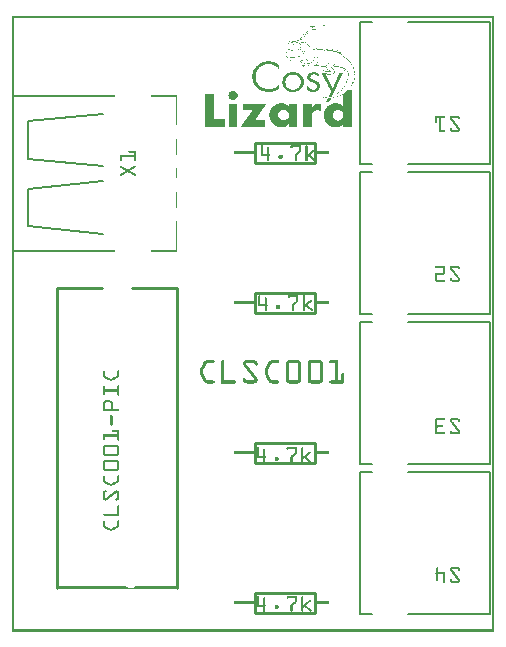
<source format=gto>
G04 MADE WITH FRITZING*
G04 WWW.FRITZING.ORG*
G04 DOUBLE SIDED*
G04 HOLES PLATED*
G04 CONTOUR ON CENTER OF CONTOUR VECTOR*
%ASAXBY*%
%FSLAX23Y23*%
%MOIN*%
%OFA0B0*%
%SFA1.0B1.0*%
%ADD10C,0.010000*%
%ADD11C,0.005000*%
%ADD12C,0.008000*%
%ADD13R,0.001000X0.001000*%
%LNSILK1*%
G90*
G70*
G54D10*
X148Y1146D02*
X148Y146D01*
D02*
X548Y146D02*
X548Y1146D01*
D02*
X148Y1146D02*
X298Y1146D01*
D02*
X398Y1146D02*
X548Y1146D01*
G54D11*
D02*
X303Y1327D02*
X53Y1352D01*
D02*
X53Y1352D02*
X53Y1477D01*
D02*
X53Y1477D02*
X303Y1502D01*
D02*
X303Y1727D02*
X53Y1702D01*
D02*
X53Y1702D02*
X53Y1577D01*
D02*
X53Y1577D02*
X303Y1552D01*
G54D12*
D02*
X1160Y1560D02*
X1160Y2032D01*
D02*
X1593Y1560D02*
X1318Y1560D01*
D02*
X1160Y1560D02*
X1200Y1560D01*
D02*
X1593Y1560D02*
X1593Y2032D01*
D02*
X1593Y2032D02*
X1318Y2032D01*
D02*
X1160Y2032D02*
X1200Y2032D01*
D02*
X1160Y1060D02*
X1160Y1532D01*
D02*
X1593Y1060D02*
X1318Y1060D01*
D02*
X1160Y1060D02*
X1200Y1060D01*
D02*
X1593Y1060D02*
X1593Y1532D01*
D02*
X1593Y1532D02*
X1318Y1532D01*
D02*
X1160Y1532D02*
X1200Y1532D01*
D02*
X1160Y560D02*
X1160Y1032D01*
D02*
X1593Y560D02*
X1318Y560D01*
D02*
X1160Y560D02*
X1200Y560D01*
D02*
X1593Y560D02*
X1593Y1032D01*
D02*
X1593Y1032D02*
X1318Y1032D01*
D02*
X1160Y1032D02*
X1200Y1032D01*
D02*
X1160Y60D02*
X1160Y532D01*
D02*
X1593Y60D02*
X1318Y60D01*
D02*
X1160Y60D02*
X1200Y60D01*
D02*
X1593Y60D02*
X1593Y532D01*
D02*
X1593Y532D02*
X1318Y532D01*
D02*
X1160Y532D02*
X1200Y532D01*
G54D10*
D02*
X808Y1629D02*
X1008Y1629D01*
D02*
X1008Y1629D02*
X1008Y1563D01*
D02*
X1008Y1563D02*
X808Y1563D01*
D02*
X808Y1563D02*
X808Y1629D01*
D02*
X808Y1129D02*
X1008Y1129D01*
D02*
X1008Y1129D02*
X1008Y1063D01*
D02*
X1008Y1063D02*
X808Y1063D01*
D02*
X808Y1063D02*
X808Y1129D01*
D02*
X808Y629D02*
X1008Y629D01*
D02*
X1008Y629D02*
X1008Y563D01*
D02*
X1008Y563D02*
X808Y563D01*
D02*
X808Y563D02*
X808Y629D01*
D02*
X808Y129D02*
X1008Y129D01*
D02*
X1008Y129D02*
X1008Y63D01*
D02*
X1008Y63D02*
X808Y63D01*
D02*
X808Y63D02*
X808Y129D01*
G36*
X1030Y2022D02*
X1030Y2021D01*
X1034Y2021D01*
X1034Y2021D01*
X1036Y2021D01*
X1036Y2020D01*
X1040Y2020D01*
X1040Y2020D01*
X1041Y2020D01*
X1041Y2019D01*
X1043Y2019D01*
X1043Y2020D01*
X1041Y2020D01*
X1041Y2021D01*
X1040Y2021D01*
X1040Y2021D01*
X1037Y2021D01*
X1037Y2022D01*
X1030Y2022D01*
G37*
D02*
G36*
X1002Y2019D02*
X1002Y2018D01*
X995Y2018D01*
X995Y2018D01*
X992Y2018D01*
X992Y2017D01*
X1006Y2017D01*
X1006Y2017D01*
X1005Y2017D01*
X1005Y2016D01*
X1003Y2016D01*
X1003Y2016D01*
X1002Y2016D01*
X1002Y2015D01*
X1000Y2015D01*
X1000Y2015D01*
X999Y2015D01*
X999Y2014D01*
X997Y2014D01*
X997Y2014D01*
X997Y2014D01*
X997Y2013D01*
X996Y2013D01*
X996Y2013D01*
X996Y2013D01*
X996Y2010D01*
X996Y2010D01*
X996Y2010D01*
X997Y2010D01*
X997Y2009D01*
X997Y2009D01*
X997Y2009D01*
X998Y2009D01*
X998Y2008D01*
X1000Y2008D01*
X1000Y2008D01*
X1000Y2008D01*
X1000Y2007D01*
X1005Y2007D01*
X1005Y2007D01*
X1012Y2007D01*
X1012Y2008D01*
X1006Y2008D01*
X1006Y2008D01*
X1001Y2008D01*
X1001Y2009D01*
X1001Y2009D01*
X1001Y2009D01*
X999Y2009D01*
X999Y2010D01*
X998Y2010D01*
X998Y2010D01*
X997Y2010D01*
X997Y2011D01*
X997Y2011D01*
X997Y2012D01*
X998Y2012D01*
X998Y2013D01*
X999Y2013D01*
X999Y2014D01*
X1000Y2014D01*
X1000Y2014D01*
X1002Y2014D01*
X1002Y2015D01*
X1003Y2015D01*
X1003Y2015D01*
X1004Y2015D01*
X1004Y2016D01*
X1006Y2016D01*
X1006Y2016D01*
X1008Y2016D01*
X1008Y2017D01*
X1009Y2017D01*
X1009Y2017D01*
X1009Y2017D01*
X1009Y2018D01*
X1007Y2018D01*
X1007Y2019D01*
X1002Y2019D01*
G37*
D02*
G36*
X990Y2017D02*
X990Y2016D01*
X994Y2016D01*
X994Y2017D01*
X995Y2017D01*
X995Y2017D01*
X990Y2017D01*
G37*
D02*
G36*
X981Y2004D02*
X981Y2003D01*
X988Y2003D01*
X988Y2002D01*
X986Y2002D01*
X986Y2001D01*
X985Y2001D01*
X985Y2001D01*
X983Y2001D01*
X983Y2000D01*
X983Y2000D01*
X983Y2000D01*
X982Y2000D01*
X982Y1999D01*
X981Y1999D01*
X981Y1999D01*
X980Y1999D01*
X980Y1998D01*
X980Y1998D01*
X980Y1998D01*
X979Y1998D01*
X979Y1996D01*
X980Y1996D01*
X980Y1995D01*
X981Y1995D01*
X981Y1995D01*
X982Y1995D01*
X982Y1994D01*
X982Y1994D01*
X982Y1994D01*
X984Y1994D01*
X984Y1993D01*
X986Y1993D01*
X986Y1993D01*
X993Y1993D01*
X993Y1993D01*
X992Y1993D01*
X992Y1994D01*
X987Y1994D01*
X987Y1994D01*
X985Y1994D01*
X985Y1995D01*
X983Y1995D01*
X983Y1995D01*
X982Y1995D01*
X982Y1996D01*
X982Y1996D01*
X982Y1996D01*
X981Y1996D01*
X981Y1997D01*
X980Y1997D01*
X980Y1997D01*
X981Y1997D01*
X981Y1998D01*
X981Y1998D01*
X981Y1998D01*
X982Y1998D01*
X982Y1999D01*
X983Y1999D01*
X983Y1999D01*
X984Y1999D01*
X984Y2000D01*
X985Y2000D01*
X985Y2000D01*
X986Y2000D01*
X986Y2001D01*
X988Y2001D01*
X988Y2001D01*
X989Y2001D01*
X989Y2002D01*
X990Y2002D01*
X990Y2002D01*
X991Y2002D01*
X991Y2004D01*
X981Y2004D01*
G37*
D02*
G36*
X968Y1992D02*
X968Y1991D01*
X975Y1991D01*
X975Y1990D01*
X974Y1990D01*
X974Y1989D01*
X974Y1989D01*
X974Y1989D01*
X972Y1989D01*
X972Y1988D01*
X971Y1988D01*
X971Y1985D01*
X972Y1985D01*
X972Y1985D01*
X973Y1985D01*
X973Y1984D01*
X973Y1984D01*
X973Y1984D01*
X975Y1984D01*
X975Y1983D01*
X977Y1983D01*
X977Y1983D01*
X980Y1983D01*
X980Y1984D01*
X977Y1984D01*
X977Y1984D01*
X976Y1984D01*
X976Y1985D01*
X974Y1985D01*
X974Y1985D01*
X973Y1985D01*
X973Y1986D01*
X972Y1986D01*
X972Y1987D01*
X973Y1987D01*
X973Y1988D01*
X974Y1988D01*
X974Y1988D01*
X975Y1988D01*
X975Y1989D01*
X976Y1989D01*
X976Y1989D01*
X977Y1989D01*
X977Y1990D01*
X978Y1990D01*
X978Y1991D01*
X977Y1991D01*
X977Y1991D01*
X977Y1991D01*
X977Y1992D01*
X968Y1992D01*
G37*
D02*
G36*
X969Y1991D02*
X969Y1990D01*
X971Y1990D01*
X971Y1991D01*
X969Y1991D01*
G37*
D02*
G36*
X958Y1982D02*
X958Y1981D01*
X962Y1981D01*
X962Y1980D01*
X964Y1980D01*
X964Y1980D01*
X963Y1980D01*
X963Y1979D01*
X961Y1979D01*
X961Y1978D01*
X961Y1978D01*
X961Y1978D01*
X959Y1978D01*
X959Y1977D01*
X959Y1977D01*
X959Y1976D01*
X959Y1976D01*
X959Y1975D01*
X960Y1975D01*
X960Y1974D01*
X962Y1974D01*
X962Y1974D01*
X965Y1974D01*
X965Y1974D01*
X967Y1974D01*
X967Y1975D01*
X963Y1975D01*
X963Y1975D01*
X961Y1975D01*
X961Y1976D01*
X960Y1976D01*
X960Y1977D01*
X961Y1977D01*
X961Y1977D01*
X962Y1977D01*
X962Y1978D01*
X963Y1978D01*
X963Y1978D01*
X964Y1978D01*
X964Y1979D01*
X965Y1979D01*
X965Y1979D01*
X966Y1979D01*
X966Y1981D01*
X965Y1981D01*
X965Y1981D01*
X964Y1981D01*
X964Y1982D01*
X963Y1982D01*
X963Y1982D01*
X958Y1982D01*
G37*
D02*
G36*
X961Y1981D02*
X961Y1980D01*
X962Y1980D01*
X962Y1981D01*
X961Y1981D01*
G37*
D02*
G36*
X946Y1965D02*
X946Y1965D01*
X945Y1965D01*
X945Y1964D01*
X951Y1964D01*
X951Y1964D01*
X952Y1964D01*
X952Y1963D01*
X952Y1963D01*
X952Y1963D01*
X953Y1963D01*
X953Y1962D01*
X953Y1962D01*
X953Y1962D01*
X955Y1962D01*
X955Y1961D01*
X956Y1961D01*
X956Y1961D01*
X957Y1961D01*
X957Y1960D01*
X958Y1960D01*
X958Y1961D01*
X957Y1961D01*
X957Y1962D01*
X956Y1962D01*
X956Y1962D01*
X955Y1962D01*
X955Y1963D01*
X954Y1963D01*
X954Y1964D01*
X954Y1964D01*
X954Y1964D01*
X952Y1964D01*
X952Y1965D01*
X951Y1965D01*
X951Y1965D01*
X946Y1965D01*
G37*
D02*
G36*
X943Y1964D02*
X943Y1964D01*
X942Y1964D01*
X942Y1963D01*
X941Y1963D01*
X941Y1962D01*
X942Y1962D01*
X942Y1963D01*
X943Y1963D01*
X943Y1963D01*
X945Y1963D01*
X945Y1964D01*
X946Y1964D01*
X946Y1964D01*
X943Y1964D01*
G37*
D02*
G36*
X953Y1962D02*
X953Y1961D01*
X954Y1961D01*
X954Y1962D01*
X953Y1962D01*
G37*
D02*
G36*
X956Y1961D02*
X956Y1960D01*
X957Y1960D01*
X957Y1961D01*
X956Y1961D01*
G37*
D02*
G36*
X938Y1960D02*
X938Y1959D01*
X937Y1959D01*
X937Y1958D01*
X937Y1958D01*
X937Y1957D01*
X936Y1957D01*
X936Y1956D01*
X936Y1956D01*
X936Y1955D01*
X935Y1955D01*
X935Y1954D01*
X935Y1954D01*
X935Y1949D01*
X935Y1949D01*
X935Y1949D01*
X936Y1949D01*
X936Y1947D01*
X936Y1947D01*
X936Y1946D01*
X937Y1946D01*
X937Y1945D01*
X937Y1945D01*
X937Y1945D01*
X938Y1945D01*
X938Y1944D01*
X938Y1944D01*
X938Y1943D01*
X939Y1943D01*
X939Y1942D01*
X940Y1942D01*
X940Y1941D01*
X942Y1941D01*
X942Y1940D01*
X942Y1940D01*
X942Y1940D01*
X943Y1940D01*
X943Y1939D01*
X944Y1939D01*
X944Y1939D01*
X948Y1939D01*
X948Y1939D01*
X946Y1939D01*
X946Y1940D01*
X944Y1940D01*
X944Y1940D01*
X944Y1940D01*
X944Y1941D01*
X942Y1941D01*
X942Y1941D01*
X942Y1941D01*
X942Y1941D01*
X941Y1941D01*
X941Y1942D01*
X940Y1942D01*
X940Y1943D01*
X940Y1943D01*
X940Y1943D01*
X939Y1943D01*
X939Y1944D01*
X939Y1944D01*
X939Y1945D01*
X938Y1945D01*
X938Y1945D01*
X938Y1945D01*
X938Y1946D01*
X937Y1946D01*
X937Y1947D01*
X937Y1947D01*
X937Y1948D01*
X936Y1948D01*
X936Y1949D01*
X936Y1949D01*
X936Y1954D01*
X936Y1954D01*
X936Y1955D01*
X937Y1955D01*
X937Y1956D01*
X937Y1956D01*
X937Y1957D01*
X938Y1957D01*
X938Y1958D01*
X938Y1958D01*
X938Y1959D01*
X939Y1959D01*
X939Y1960D01*
X938Y1960D01*
G37*
D02*
G36*
X957Y1943D02*
X957Y1942D01*
X956Y1942D01*
X956Y1941D01*
X955Y1941D01*
X955Y1941D01*
X957Y1941D01*
X957Y1941D01*
X958Y1941D01*
X958Y1940D01*
X958Y1940D01*
X958Y1940D01*
X963Y1940D01*
X963Y1940D01*
X962Y1940D01*
X962Y1941D01*
X959Y1941D01*
X959Y1941D01*
X958Y1941D01*
X958Y1941D01*
X958Y1941D01*
X958Y1942D01*
X958Y1942D01*
X958Y1943D01*
X957Y1943D01*
G37*
D02*
G36*
X955Y1941D02*
X955Y1941D01*
X954Y1941D01*
X954Y1940D01*
X953Y1940D01*
X953Y1940D01*
X952Y1940D01*
X952Y1939D01*
X951Y1939D01*
X951Y1939D01*
X954Y1939D01*
X954Y1938D01*
X954Y1938D01*
X954Y1938D01*
X956Y1938D01*
X956Y1937D01*
X957Y1937D01*
X957Y1938D01*
X955Y1938D01*
X955Y1939D01*
X954Y1939D01*
X954Y1940D01*
X955Y1940D01*
X955Y1941D01*
X956Y1941D01*
X956Y1941D01*
X955Y1941D01*
G37*
D02*
G36*
X946Y1939D02*
X946Y1938D01*
X952Y1938D01*
X952Y1939D01*
X946Y1939D01*
G37*
D02*
G36*
X946Y1939D02*
X946Y1938D01*
X952Y1938D01*
X952Y1939D01*
X946Y1939D01*
G37*
D02*
G36*
X948Y1938D02*
X948Y1938D01*
X949Y1938D01*
X949Y1937D01*
X949Y1937D01*
X949Y1937D01*
X950Y1937D01*
X950Y1936D01*
X950Y1936D01*
X950Y1936D01*
X951Y1936D01*
X951Y1935D01*
X952Y1935D01*
X952Y1935D01*
X953Y1935D01*
X953Y1935D01*
X952Y1935D01*
X952Y1936D01*
X952Y1936D01*
X952Y1936D01*
X951Y1936D01*
X951Y1937D01*
X950Y1937D01*
X950Y1937D01*
X950Y1937D01*
X950Y1938D01*
X948Y1938D01*
G37*
D02*
G36*
X958Y1960D02*
X958Y1959D01*
X959Y1959D01*
X959Y1958D01*
X960Y1958D01*
X960Y1958D01*
X960Y1958D01*
X960Y1956D01*
X961Y1956D01*
X961Y1955D01*
X961Y1955D01*
X961Y1950D01*
X961Y1950D01*
X961Y1948D01*
X960Y1948D01*
X960Y1946D01*
X960Y1946D01*
X960Y1946D01*
X959Y1946D01*
X959Y1945D01*
X959Y1945D01*
X959Y1944D01*
X958Y1944D01*
X958Y1943D01*
X959Y1943D01*
X959Y1944D01*
X960Y1944D01*
X960Y1945D01*
X960Y1945D01*
X960Y1946D01*
X961Y1946D01*
X961Y1947D01*
X961Y1947D01*
X961Y1948D01*
X962Y1948D01*
X962Y1950D01*
X962Y1950D01*
X962Y1954D01*
X962Y1954D01*
X962Y1956D01*
X961Y1956D01*
X961Y1958D01*
X961Y1958D01*
X961Y1958D01*
X960Y1958D01*
X960Y1959D01*
X960Y1959D01*
X960Y1960D01*
X959Y1960D01*
X959Y1960D01*
X958Y1960D01*
G37*
D02*
G36*
X1078Y1945D02*
X1078Y1944D01*
X1078Y1944D01*
X1078Y1943D01*
X1079Y1943D01*
X1079Y1942D01*
X1080Y1942D01*
X1080Y1941D01*
X1080Y1941D01*
X1080Y1941D01*
X1080Y1941D01*
X1080Y1941D01*
X1082Y1941D01*
X1082Y1942D01*
X1081Y1942D01*
X1081Y1943D01*
X1081Y1943D01*
X1081Y1943D01*
X1080Y1943D01*
X1080Y1944D01*
X1080Y1944D01*
X1080Y1944D01*
X1080Y1944D01*
X1080Y1945D01*
X1078Y1945D01*
G37*
D02*
G36*
X1053Y1944D02*
X1053Y1943D01*
X1053Y1943D01*
X1053Y1944D01*
X1053Y1944D01*
G37*
D02*
G36*
X1071Y1941D02*
X1071Y1941D01*
X1070Y1941D01*
X1070Y1941D01*
X1071Y1941D01*
X1071Y1941D01*
X1071Y1941D01*
G37*
D02*
G36*
X938Y1941D02*
X938Y1940D01*
X937Y1940D01*
X937Y1940D01*
X936Y1940D01*
X936Y1939D01*
X936Y1939D01*
X936Y1939D01*
X934Y1939D01*
X934Y1938D01*
X936Y1938D01*
X936Y1938D01*
X937Y1938D01*
X937Y1939D01*
X938Y1939D01*
X938Y1939D01*
X938Y1939D01*
X938Y1940D01*
X939Y1940D01*
X939Y1940D01*
X940Y1940D01*
X940Y1941D01*
X938Y1941D01*
G37*
D02*
G36*
X925Y1940D02*
X925Y1939D01*
X926Y1939D01*
X926Y1938D01*
X927Y1938D01*
X927Y1938D01*
X930Y1938D01*
X930Y1938D01*
X928Y1938D01*
X928Y1939D01*
X927Y1939D01*
X927Y1939D01*
X926Y1939D01*
X926Y1940D01*
X925Y1940D01*
G37*
D02*
G36*
X924Y1939D02*
X924Y1938D01*
X924Y1938D01*
X924Y1938D01*
X923Y1938D01*
X923Y1937D01*
X923Y1937D01*
X923Y1937D01*
X922Y1937D01*
X922Y1936D01*
X923Y1936D01*
X923Y1936D01*
X923Y1936D01*
X923Y1937D01*
X924Y1937D01*
X924Y1937D01*
X924Y1937D01*
X924Y1938D01*
X925Y1938D01*
X925Y1938D01*
X925Y1938D01*
X925Y1939D01*
X924Y1939D01*
G37*
D02*
G36*
X929Y1938D02*
X929Y1937D01*
X935Y1937D01*
X935Y1938D01*
X929Y1938D01*
G37*
D02*
G36*
X929Y1938D02*
X929Y1937D01*
X935Y1937D01*
X935Y1938D01*
X929Y1938D01*
G37*
D02*
G36*
X929Y1937D02*
X929Y1936D01*
X928Y1936D01*
X928Y1936D01*
X927Y1936D01*
X927Y1935D01*
X927Y1935D01*
X927Y1935D01*
X926Y1935D01*
X926Y1934D01*
X927Y1934D01*
X927Y1935D01*
X928Y1935D01*
X928Y1935D01*
X929Y1935D01*
X929Y1936D01*
X930Y1936D01*
X930Y1937D01*
X933Y1937D01*
X933Y1937D01*
X929Y1937D01*
G37*
D02*
G36*
X1010Y1940D02*
X1010Y1939D01*
X1013Y1939D01*
X1013Y1940D01*
X1010Y1940D01*
G37*
D02*
G36*
X1030Y1938D02*
X1030Y1938D01*
X1030Y1938D01*
X1030Y1938D01*
X1030Y1938D01*
G37*
D02*
G36*
X968Y1936D02*
X968Y1935D01*
X968Y1935D01*
X968Y1935D01*
X973Y1935D01*
X973Y1934D01*
X974Y1934D01*
X974Y1934D01*
X974Y1934D01*
X974Y1933D01*
X975Y1933D01*
X975Y1933D01*
X976Y1933D01*
X976Y1932D01*
X976Y1932D01*
X976Y1932D01*
X977Y1932D01*
X977Y1931D01*
X977Y1931D01*
X977Y1931D01*
X978Y1931D01*
X978Y1932D01*
X977Y1932D01*
X977Y1933D01*
X976Y1933D01*
X976Y1934D01*
X975Y1934D01*
X975Y1935D01*
X974Y1935D01*
X974Y1935D01*
X974Y1935D01*
X974Y1936D01*
X968Y1936D01*
G37*
D02*
G36*
X966Y1935D02*
X966Y1934D01*
X966Y1934D01*
X966Y1933D01*
X966Y1933D01*
X966Y1932D01*
X967Y1932D01*
X967Y1933D01*
X968Y1933D01*
X968Y1933D01*
X967Y1933D01*
X967Y1934D01*
X968Y1934D01*
X968Y1934D01*
X968Y1934D01*
X968Y1935D01*
X966Y1935D01*
G37*
D02*
G36*
X1047Y1936D02*
X1047Y1935D01*
X1048Y1935D01*
X1048Y1935D01*
X1050Y1935D01*
X1050Y1935D01*
X1049Y1935D01*
X1049Y1936D01*
X1047Y1936D01*
G37*
D02*
G36*
X1051Y1935D02*
X1051Y1934D01*
X1052Y1934D01*
X1052Y1935D01*
X1051Y1935D01*
G37*
D02*
G36*
X922Y1929D02*
X922Y1928D01*
X921Y1928D01*
X921Y1926D01*
X924Y1926D01*
X924Y1927D01*
X924Y1927D01*
X924Y1928D01*
X924Y1928D01*
X924Y1929D01*
X922Y1929D01*
G37*
D02*
G36*
X917Y1927D02*
X917Y1927D01*
X916Y1927D01*
X916Y1925D01*
X917Y1925D01*
X917Y1926D01*
X917Y1926D01*
X917Y1927D01*
X917Y1927D01*
G37*
D02*
G36*
X916Y1925D02*
X916Y1923D01*
X916Y1923D01*
X916Y1925D01*
X916Y1925D01*
G37*
D02*
G36*
X915Y1922D02*
X915Y1922D01*
X916Y1922D01*
X916Y1922D01*
X915Y1922D01*
G37*
D02*
G36*
X989Y1903D02*
X989Y1903D01*
X990Y1903D01*
X990Y1902D01*
X992Y1902D01*
X992Y1903D01*
X991Y1903D01*
X991Y1903D01*
X989Y1903D01*
G37*
D02*
G36*
X959Y1902D02*
X959Y1901D01*
X960Y1901D01*
X960Y1900D01*
X960Y1900D01*
X960Y1900D01*
X961Y1900D01*
X961Y1899D01*
X962Y1899D01*
X962Y1899D01*
X962Y1899D01*
X962Y1898D01*
X963Y1898D01*
X963Y1899D01*
X962Y1899D01*
X962Y1900D01*
X962Y1900D01*
X962Y1900D01*
X961Y1900D01*
X961Y1901D01*
X961Y1901D01*
X961Y1901D01*
X961Y1901D01*
X961Y1902D01*
X961Y1902D01*
X961Y1902D01*
X959Y1902D01*
G37*
D02*
G36*
X992Y1902D02*
X992Y1902D01*
X993Y1902D01*
X993Y1901D01*
X994Y1901D01*
X994Y1902D01*
X993Y1902D01*
X993Y1902D01*
X992Y1902D01*
G37*
D02*
G36*
X850Y1901D02*
X850Y1901D01*
X847Y1901D01*
X847Y1900D01*
X843Y1900D01*
X843Y1900D01*
X841Y1900D01*
X841Y1899D01*
X839Y1899D01*
X839Y1899D01*
X837Y1899D01*
X837Y1898D01*
X835Y1898D01*
X835Y1898D01*
X834Y1898D01*
X834Y1897D01*
X833Y1897D01*
X833Y1897D01*
X832Y1897D01*
X832Y1896D01*
X830Y1896D01*
X830Y1896D01*
X829Y1896D01*
X829Y1895D01*
X828Y1895D01*
X828Y1895D01*
X827Y1895D01*
X827Y1894D01*
X826Y1894D01*
X826Y1894D01*
X826Y1894D01*
X826Y1893D01*
X824Y1893D01*
X824Y1892D01*
X823Y1892D01*
X823Y1892D01*
X858Y1892D01*
X858Y1891D01*
X863Y1891D01*
X863Y1891D01*
X865Y1891D01*
X865Y1890D01*
X867Y1890D01*
X867Y1890D01*
X868Y1890D01*
X868Y1889D01*
X870Y1889D01*
X870Y1889D01*
X871Y1889D01*
X871Y1888D01*
X873Y1888D01*
X873Y1888D01*
X874Y1888D01*
X874Y1887D01*
X875Y1887D01*
X875Y1887D01*
X876Y1887D01*
X876Y1886D01*
X877Y1886D01*
X877Y1886D01*
X878Y1886D01*
X878Y1885D01*
X879Y1885D01*
X879Y1885D01*
X879Y1885D01*
X879Y1884D01*
X881Y1884D01*
X881Y1883D01*
X882Y1883D01*
X882Y1883D01*
X882Y1883D01*
X882Y1882D01*
X883Y1882D01*
X883Y1882D01*
X884Y1882D01*
X884Y1881D01*
X885Y1881D01*
X885Y1880D01*
X885Y1880D01*
X885Y1879D01*
X886Y1879D01*
X886Y1879D01*
X887Y1879D01*
X887Y1878D01*
X887Y1878D01*
X887Y1877D01*
X888Y1877D01*
X888Y1890D01*
X887Y1890D01*
X887Y1891D01*
X887Y1891D01*
X887Y1891D01*
X886Y1891D01*
X886Y1892D01*
X885Y1892D01*
X885Y1892D01*
X885Y1892D01*
X885Y1893D01*
X884Y1893D01*
X884Y1893D01*
X883Y1893D01*
X883Y1894D01*
X883Y1894D01*
X883Y1894D01*
X882Y1894D01*
X882Y1895D01*
X881Y1895D01*
X881Y1895D01*
X880Y1895D01*
X880Y1896D01*
X879Y1896D01*
X879Y1896D01*
X877Y1896D01*
X877Y1897D01*
X877Y1897D01*
X877Y1897D01*
X875Y1897D01*
X875Y1898D01*
X874Y1898D01*
X874Y1898D01*
X872Y1898D01*
X872Y1899D01*
X871Y1899D01*
X871Y1899D01*
X868Y1899D01*
X868Y1900D01*
X867Y1900D01*
X867Y1900D01*
X863Y1900D01*
X863Y1901D01*
X860Y1901D01*
X860Y1901D01*
X850Y1901D01*
G37*
D02*
G36*
X822Y1892D02*
X822Y1891D01*
X821Y1891D01*
X821Y1891D01*
X821Y1891D01*
X821Y1890D01*
X820Y1890D01*
X820Y1890D01*
X820Y1890D01*
X820Y1889D01*
X819Y1889D01*
X819Y1889D01*
X819Y1889D01*
X819Y1888D01*
X818Y1888D01*
X818Y1887D01*
X817Y1887D01*
X817Y1887D01*
X816Y1887D01*
X816Y1886D01*
X816Y1886D01*
X816Y1886D01*
X815Y1886D01*
X815Y1885D01*
X815Y1885D01*
X815Y1885D01*
X814Y1885D01*
X814Y1884D01*
X814Y1884D01*
X814Y1884D01*
X813Y1884D01*
X813Y1883D01*
X813Y1883D01*
X813Y1883D01*
X812Y1883D01*
X812Y1882D01*
X812Y1882D01*
X812Y1881D01*
X811Y1881D01*
X811Y1880D01*
X810Y1880D01*
X810Y1880D01*
X810Y1880D01*
X810Y1879D01*
X809Y1879D01*
X809Y1878D01*
X809Y1878D01*
X809Y1877D01*
X808Y1877D01*
X808Y1876D01*
X807Y1876D01*
X807Y1876D01*
X807Y1876D01*
X807Y1875D01*
X806Y1875D01*
X806Y1874D01*
X806Y1874D01*
X806Y1873D01*
X805Y1873D01*
X805Y1872D01*
X805Y1872D01*
X805Y1871D01*
X804Y1871D01*
X804Y1870D01*
X804Y1870D01*
X804Y1869D01*
X803Y1869D01*
X803Y1867D01*
X803Y1867D01*
X803Y1866D01*
X802Y1866D01*
X802Y1864D01*
X802Y1864D01*
X802Y1863D01*
X801Y1863D01*
X801Y1860D01*
X801Y1860D01*
X801Y1858D01*
X800Y1858D01*
X800Y1842D01*
X801Y1842D01*
X801Y1840D01*
X801Y1840D01*
X801Y1837D01*
X802Y1837D01*
X802Y1836D01*
X802Y1836D01*
X802Y1834D01*
X803Y1834D01*
X803Y1833D01*
X803Y1833D01*
X803Y1831D01*
X804Y1831D01*
X804Y1830D01*
X804Y1830D01*
X804Y1829D01*
X805Y1829D01*
X805Y1828D01*
X805Y1828D01*
X805Y1827D01*
X806Y1827D01*
X806Y1826D01*
X806Y1826D01*
X806Y1825D01*
X807Y1825D01*
X807Y1824D01*
X807Y1824D01*
X807Y1823D01*
X808Y1823D01*
X808Y1822D01*
X808Y1822D01*
X808Y1822D01*
X809Y1822D01*
X809Y1821D01*
X809Y1821D01*
X809Y1820D01*
X810Y1820D01*
X810Y1819D01*
X811Y1819D01*
X811Y1818D01*
X811Y1818D01*
X811Y1818D01*
X812Y1818D01*
X812Y1817D01*
X812Y1817D01*
X812Y1817D01*
X813Y1817D01*
X813Y1816D01*
X813Y1816D01*
X813Y1816D01*
X814Y1816D01*
X814Y1815D01*
X815Y1815D01*
X815Y1814D01*
X815Y1814D01*
X815Y1814D01*
X816Y1814D01*
X816Y1813D01*
X816Y1813D01*
X816Y1813D01*
X817Y1813D01*
X817Y1812D01*
X817Y1812D01*
X817Y1812D01*
X818Y1812D01*
X818Y1811D01*
X819Y1811D01*
X819Y1811D01*
X820Y1811D01*
X820Y1810D01*
X820Y1810D01*
X820Y1810D01*
X821Y1810D01*
X821Y1809D01*
X821Y1809D01*
X821Y1809D01*
X822Y1809D01*
X822Y1808D01*
X852Y1808D01*
X852Y1809D01*
X847Y1809D01*
X847Y1809D01*
X845Y1809D01*
X845Y1810D01*
X843Y1810D01*
X843Y1810D01*
X841Y1810D01*
X841Y1811D01*
X839Y1811D01*
X839Y1811D01*
X838Y1811D01*
X838Y1811D01*
X837Y1811D01*
X837Y1812D01*
X836Y1812D01*
X836Y1812D01*
X835Y1812D01*
X835Y1813D01*
X834Y1813D01*
X834Y1813D01*
X833Y1813D01*
X833Y1814D01*
X832Y1814D01*
X832Y1814D01*
X831Y1814D01*
X831Y1815D01*
X830Y1815D01*
X830Y1815D01*
X829Y1815D01*
X829Y1816D01*
X828Y1816D01*
X828Y1817D01*
X828Y1817D01*
X828Y1817D01*
X827Y1817D01*
X827Y1818D01*
X826Y1818D01*
X826Y1818D01*
X825Y1818D01*
X825Y1819D01*
X824Y1819D01*
X824Y1820D01*
X823Y1820D01*
X823Y1821D01*
X823Y1821D01*
X823Y1821D01*
X822Y1821D01*
X822Y1822D01*
X822Y1822D01*
X822Y1822D01*
X821Y1822D01*
X821Y1823D01*
X820Y1823D01*
X820Y1824D01*
X820Y1824D01*
X820Y1825D01*
X819Y1825D01*
X819Y1826D01*
X819Y1826D01*
X819Y1827D01*
X818Y1827D01*
X818Y1827D01*
X818Y1827D01*
X818Y1828D01*
X817Y1828D01*
X817Y1829D01*
X817Y1829D01*
X817Y1830D01*
X816Y1830D01*
X816Y1830D01*
X816Y1830D01*
X816Y1832D01*
X815Y1832D01*
X815Y1832D01*
X815Y1832D01*
X815Y1834D01*
X814Y1834D01*
X814Y1835D01*
X814Y1835D01*
X814Y1836D01*
X813Y1836D01*
X813Y1837D01*
X813Y1837D01*
X813Y1839D01*
X812Y1839D01*
X812Y1840D01*
X812Y1840D01*
X812Y1844D01*
X811Y1844D01*
X811Y1846D01*
X811Y1846D01*
X811Y1854D01*
X811Y1854D01*
X811Y1857D01*
X812Y1857D01*
X812Y1860D01*
X812Y1860D01*
X812Y1861D01*
X813Y1861D01*
X813Y1864D01*
X813Y1864D01*
X813Y1865D01*
X814Y1865D01*
X814Y1866D01*
X814Y1866D01*
X814Y1867D01*
X815Y1867D01*
X815Y1868D01*
X815Y1868D01*
X815Y1869D01*
X816Y1869D01*
X816Y1870D01*
X816Y1870D01*
X816Y1871D01*
X817Y1871D01*
X817Y1872D01*
X817Y1872D01*
X817Y1873D01*
X818Y1873D01*
X818Y1874D01*
X819Y1874D01*
X819Y1875D01*
X819Y1875D01*
X819Y1875D01*
X820Y1875D01*
X820Y1876D01*
X820Y1876D01*
X820Y1876D01*
X820Y1876D01*
X820Y1877D01*
X821Y1877D01*
X821Y1877D01*
X821Y1877D01*
X821Y1878D01*
X822Y1878D01*
X822Y1878D01*
X822Y1878D01*
X822Y1879D01*
X823Y1879D01*
X823Y1880D01*
X824Y1880D01*
X824Y1880D01*
X824Y1880D01*
X824Y1881D01*
X825Y1881D01*
X825Y1881D01*
X825Y1881D01*
X825Y1882D01*
X826Y1882D01*
X826Y1882D01*
X827Y1882D01*
X827Y1883D01*
X827Y1883D01*
X827Y1883D01*
X828Y1883D01*
X828Y1884D01*
X829Y1884D01*
X829Y1884D01*
X830Y1884D01*
X830Y1885D01*
X830Y1885D01*
X830Y1885D01*
X831Y1885D01*
X831Y1886D01*
X832Y1886D01*
X832Y1886D01*
X833Y1886D01*
X833Y1887D01*
X834Y1887D01*
X834Y1887D01*
X835Y1887D01*
X835Y1888D01*
X836Y1888D01*
X836Y1888D01*
X838Y1888D01*
X838Y1889D01*
X839Y1889D01*
X839Y1889D01*
X841Y1889D01*
X841Y1890D01*
X842Y1890D01*
X842Y1890D01*
X844Y1890D01*
X844Y1891D01*
X846Y1891D01*
X846Y1891D01*
X852Y1891D01*
X852Y1892D01*
X822Y1892D01*
G37*
D02*
G36*
X888Y1822D02*
X888Y1821D01*
X887Y1821D01*
X887Y1821D01*
X887Y1821D01*
X887Y1820D01*
X886Y1820D01*
X886Y1820D01*
X886Y1820D01*
X886Y1819D01*
X885Y1819D01*
X885Y1819D01*
X885Y1819D01*
X885Y1818D01*
X884Y1818D01*
X884Y1818D01*
X884Y1818D01*
X884Y1817D01*
X883Y1817D01*
X883Y1816D01*
X882Y1816D01*
X882Y1816D01*
X881Y1816D01*
X881Y1815D01*
X880Y1815D01*
X880Y1815D01*
X879Y1815D01*
X879Y1814D01*
X878Y1814D01*
X878Y1814D01*
X878Y1814D01*
X878Y1813D01*
X876Y1813D01*
X876Y1813D01*
X876Y1813D01*
X876Y1812D01*
X874Y1812D01*
X874Y1812D01*
X873Y1812D01*
X873Y1811D01*
X872Y1811D01*
X872Y1811D01*
X871Y1811D01*
X871Y1811D01*
X869Y1811D01*
X869Y1810D01*
X867Y1810D01*
X867Y1810D01*
X865Y1810D01*
X865Y1809D01*
X863Y1809D01*
X863Y1809D01*
X858Y1809D01*
X858Y1808D01*
X886Y1808D01*
X886Y1809D01*
X887Y1809D01*
X887Y1810D01*
X888Y1810D01*
X888Y1822D01*
X888Y1822D01*
G37*
D02*
G36*
X823Y1808D02*
X823Y1808D01*
X885Y1808D01*
X885Y1808D01*
X823Y1808D01*
G37*
D02*
G36*
X823Y1808D02*
X823Y1808D01*
X885Y1808D01*
X885Y1808D01*
X823Y1808D01*
G37*
D02*
G36*
X824Y1808D02*
X824Y1807D01*
X824Y1807D01*
X824Y1807D01*
X825Y1807D01*
X825Y1806D01*
X826Y1806D01*
X826Y1806D01*
X827Y1806D01*
X827Y1805D01*
X828Y1805D01*
X828Y1805D01*
X829Y1805D01*
X829Y1804D01*
X830Y1804D01*
X830Y1804D01*
X832Y1804D01*
X832Y1803D01*
X832Y1803D01*
X832Y1803D01*
X834Y1803D01*
X834Y1802D01*
X835Y1802D01*
X835Y1802D01*
X837Y1802D01*
X837Y1801D01*
X838Y1801D01*
X838Y1801D01*
X841Y1801D01*
X841Y1800D01*
X843Y1800D01*
X843Y1800D01*
X847Y1800D01*
X847Y1799D01*
X850Y1799D01*
X850Y1799D01*
X860Y1799D01*
X860Y1799D01*
X863Y1799D01*
X863Y1800D01*
X867Y1800D01*
X867Y1800D01*
X868Y1800D01*
X868Y1801D01*
X871Y1801D01*
X871Y1801D01*
X872Y1801D01*
X872Y1802D01*
X874Y1802D01*
X874Y1802D01*
X875Y1802D01*
X875Y1803D01*
X876Y1803D01*
X876Y1803D01*
X877Y1803D01*
X877Y1804D01*
X879Y1804D01*
X879Y1804D01*
X879Y1804D01*
X879Y1805D01*
X881Y1805D01*
X881Y1805D01*
X881Y1805D01*
X881Y1806D01*
X883Y1806D01*
X883Y1807D01*
X884Y1807D01*
X884Y1807D01*
X885Y1807D01*
X885Y1808D01*
X824Y1808D01*
G37*
D02*
G36*
X950Y1971D02*
X950Y1971D01*
X950Y1971D01*
X950Y1970D01*
X953Y1970D01*
X953Y1970D01*
X954Y1970D01*
X954Y1969D01*
X956Y1969D01*
X956Y1969D01*
X956Y1969D01*
X956Y1968D01*
X958Y1968D01*
X958Y1968D01*
X958Y1968D01*
X958Y1967D01*
X959Y1967D01*
X959Y1967D01*
X960Y1967D01*
X960Y1966D01*
X961Y1966D01*
X961Y1966D01*
X961Y1966D01*
X961Y1965D01*
X963Y1965D01*
X963Y1964D01*
X965Y1964D01*
X965Y1965D01*
X964Y1965D01*
X964Y1966D01*
X963Y1966D01*
X963Y1966D01*
X962Y1966D01*
X962Y1967D01*
X961Y1967D01*
X961Y1967D01*
X960Y1967D01*
X960Y1968D01*
X959Y1968D01*
X959Y1969D01*
X958Y1969D01*
X958Y1969D01*
X957Y1969D01*
X957Y1970D01*
X957Y1970D01*
X957Y1970D01*
X955Y1970D01*
X955Y1971D01*
X953Y1971D01*
X953Y1971D01*
X950Y1971D01*
G37*
D02*
G36*
X929Y1971D02*
X929Y1970D01*
X927Y1970D01*
X927Y1970D01*
X926Y1970D01*
X926Y1969D01*
X932Y1969D01*
X932Y1969D01*
X933Y1969D01*
X933Y1968D01*
X934Y1968D01*
X934Y1968D01*
X937Y1968D01*
X937Y1968D01*
X935Y1968D01*
X935Y1969D01*
X934Y1969D01*
X934Y1970D01*
X933Y1970D01*
X933Y1970D01*
X930Y1970D01*
X930Y1971D01*
X929Y1971D01*
G37*
D02*
G36*
X949Y1970D02*
X949Y1970D01*
X948Y1970D01*
X948Y1969D01*
X946Y1969D01*
X946Y1969D01*
X944Y1969D01*
X944Y1968D01*
X939Y1968D01*
X939Y1968D01*
X946Y1968D01*
X946Y1968D01*
X949Y1968D01*
X949Y1969D01*
X950Y1969D01*
X950Y1970D01*
X950Y1970D01*
X950Y1970D01*
X949Y1970D01*
G37*
D02*
G36*
X925Y1969D02*
X925Y1969D01*
X927Y1969D01*
X927Y1968D01*
X927Y1968D01*
X927Y1969D01*
X928Y1969D01*
X928Y1969D01*
X925Y1969D01*
G37*
D02*
G36*
X924Y1969D02*
X924Y1968D01*
X924Y1968D01*
X924Y1968D01*
X923Y1968D01*
X923Y1967D01*
X923Y1967D01*
X923Y1967D01*
X922Y1967D01*
X922Y1966D01*
X922Y1966D01*
X922Y1965D01*
X921Y1965D01*
X921Y1965D01*
X921Y1965D01*
X921Y1964D01*
X920Y1964D01*
X920Y1963D01*
X920Y1963D01*
X920Y1960D01*
X921Y1960D01*
X921Y1963D01*
X921Y1963D01*
X921Y1963D01*
X922Y1963D01*
X922Y1965D01*
X922Y1965D01*
X922Y1965D01*
X923Y1965D01*
X923Y1966D01*
X924Y1966D01*
X924Y1967D01*
X925Y1967D01*
X925Y1968D01*
X925Y1968D01*
X925Y1968D01*
X926Y1968D01*
X926Y1969D01*
X924Y1969D01*
G37*
D02*
G36*
X934Y1968D02*
X934Y1967D01*
X945Y1967D01*
X945Y1968D01*
X934Y1968D01*
G37*
D02*
G36*
X934Y1968D02*
X934Y1967D01*
X945Y1967D01*
X945Y1968D01*
X934Y1968D01*
G37*
D02*
G36*
X936Y1967D02*
X936Y1967D01*
X937Y1967D01*
X937Y1966D01*
X939Y1966D01*
X939Y1967D01*
X940Y1967D01*
X940Y1967D01*
X936Y1967D01*
G37*
D02*
G36*
X971Y1966D02*
X971Y1965D01*
X968Y1965D01*
X968Y1965D01*
X976Y1965D01*
X976Y1964D01*
X978Y1964D01*
X978Y1964D01*
X978Y1964D01*
X978Y1963D01*
X977Y1963D01*
X977Y1963D01*
X979Y1963D01*
X979Y1962D01*
X980Y1962D01*
X980Y1961D01*
X981Y1961D01*
X981Y1960D01*
X982Y1960D01*
X982Y1959D01*
X983Y1959D01*
X983Y1958D01*
X984Y1958D01*
X984Y1957D01*
X985Y1957D01*
X985Y1957D01*
X985Y1957D01*
X985Y1956D01*
X986Y1956D01*
X986Y1956D01*
X987Y1956D01*
X987Y1955D01*
X987Y1955D01*
X987Y1954D01*
X988Y1954D01*
X988Y1953D01*
X988Y1953D01*
X988Y1953D01*
X989Y1953D01*
X989Y1952D01*
X989Y1952D01*
X989Y1952D01*
X990Y1952D01*
X990Y1951D01*
X990Y1951D01*
X990Y1950D01*
X991Y1950D01*
X991Y1950D01*
X991Y1950D01*
X991Y1949D01*
X992Y1949D01*
X992Y1948D01*
X993Y1948D01*
X993Y1947D01*
X993Y1947D01*
X993Y1947D01*
X994Y1947D01*
X994Y1945D01*
X994Y1945D01*
X994Y1945D01*
X995Y1945D01*
X995Y1943D01*
X995Y1943D01*
X995Y1943D01*
X996Y1943D01*
X996Y1941D01*
X999Y1941D01*
X999Y1942D01*
X999Y1942D01*
X999Y1942D01*
X998Y1942D01*
X998Y1943D01*
X998Y1943D01*
X998Y1943D01*
X996Y1943D01*
X996Y1944D01*
X996Y1944D01*
X996Y1945D01*
X995Y1945D01*
X995Y1946D01*
X995Y1946D01*
X995Y1947D01*
X994Y1947D01*
X994Y1947D01*
X994Y1947D01*
X994Y1948D01*
X993Y1948D01*
X993Y1949D01*
X993Y1949D01*
X993Y1950D01*
X992Y1950D01*
X992Y1950D01*
X992Y1950D01*
X992Y1951D01*
X991Y1951D01*
X991Y1952D01*
X990Y1952D01*
X990Y1953D01*
X990Y1953D01*
X990Y1953D01*
X989Y1953D01*
X989Y1954D01*
X989Y1954D01*
X989Y1955D01*
X988Y1955D01*
X988Y1956D01*
X988Y1956D01*
X988Y1957D01*
X987Y1957D01*
X987Y1957D01*
X987Y1957D01*
X987Y1958D01*
X986Y1958D01*
X986Y1959D01*
X985Y1959D01*
X985Y1960D01*
X984Y1960D01*
X984Y1960D01*
X984Y1960D01*
X984Y1961D01*
X983Y1961D01*
X983Y1961D01*
X982Y1961D01*
X982Y1962D01*
X982Y1962D01*
X982Y1962D01*
X981Y1962D01*
X981Y1963D01*
X980Y1963D01*
X980Y1964D01*
X980Y1964D01*
X980Y1964D01*
X979Y1964D01*
X979Y1965D01*
X978Y1965D01*
X978Y1965D01*
X976Y1965D01*
X976Y1966D01*
X971Y1966D01*
G37*
D02*
G36*
X930Y1965D02*
X930Y1965D01*
X928Y1965D01*
X928Y1964D01*
X931Y1964D01*
X931Y1964D01*
X935Y1964D01*
X935Y1963D01*
X936Y1963D01*
X936Y1963D01*
X936Y1963D01*
X936Y1962D01*
X937Y1962D01*
X937Y1962D01*
X938Y1962D01*
X938Y1961D01*
X939Y1961D01*
X939Y1960D01*
X940Y1960D01*
X940Y1961D01*
X941Y1961D01*
X941Y1962D01*
X938Y1962D01*
X938Y1963D01*
X937Y1963D01*
X937Y1963D01*
X937Y1963D01*
X937Y1964D01*
X936Y1964D01*
X936Y1964D01*
X935Y1964D01*
X935Y1965D01*
X931Y1965D01*
X931Y1965D01*
X930Y1965D01*
G37*
D02*
G36*
X966Y1965D02*
X966Y1964D01*
X971Y1964D01*
X971Y1965D01*
X966Y1965D01*
G37*
D02*
G36*
X927Y1964D02*
X927Y1964D01*
X926Y1964D01*
X926Y1963D01*
X925Y1963D01*
X925Y1963D01*
X924Y1963D01*
X924Y1962D01*
X924Y1962D01*
X924Y1962D01*
X923Y1962D01*
X923Y1961D01*
X922Y1961D01*
X922Y1961D01*
X922Y1961D01*
X922Y1960D01*
X923Y1960D01*
X923Y1961D01*
X924Y1961D01*
X924Y1961D01*
X925Y1961D01*
X925Y1962D01*
X926Y1962D01*
X926Y1963D01*
X927Y1963D01*
X927Y1963D01*
X928Y1963D01*
X928Y1964D01*
X930Y1964D01*
X930Y1964D01*
X927Y1964D01*
G37*
D02*
G36*
X963Y1964D02*
X963Y1964D01*
X968Y1964D01*
X968Y1964D01*
X963Y1964D01*
G37*
D02*
G36*
X963Y1964D02*
X963Y1964D01*
X968Y1964D01*
X968Y1964D01*
X963Y1964D01*
G37*
D02*
G36*
X931Y1964D02*
X931Y1963D01*
X934Y1963D01*
X934Y1964D01*
X931Y1964D01*
G37*
D02*
G36*
X964Y1964D02*
X964Y1963D01*
X966Y1963D01*
X966Y1964D01*
X964Y1964D01*
G37*
D02*
G36*
X977Y1963D02*
X977Y1962D01*
X978Y1962D01*
X978Y1963D01*
X977Y1963D01*
G37*
D02*
G36*
X920Y1960D02*
X920Y1960D01*
X923Y1960D01*
X923Y1960D01*
X920Y1960D01*
G37*
D02*
G36*
X920Y1960D02*
X920Y1960D01*
X923Y1960D01*
X923Y1960D01*
X920Y1960D01*
G37*
D02*
G36*
X920Y1960D02*
X920Y1958D01*
X919Y1958D01*
X919Y1957D01*
X919Y1957D01*
X919Y1956D01*
X918Y1956D01*
X918Y1954D01*
X918Y1954D01*
X918Y1947D01*
X918Y1947D01*
X918Y1946D01*
X919Y1946D01*
X919Y1945D01*
X919Y1945D01*
X919Y1944D01*
X920Y1944D01*
X920Y1943D01*
X920Y1943D01*
X920Y1943D01*
X921Y1943D01*
X921Y1942D01*
X921Y1942D01*
X921Y1941D01*
X922Y1941D01*
X922Y1941D01*
X922Y1941D01*
X922Y1941D01*
X924Y1941D01*
X924Y1941D01*
X923Y1941D01*
X923Y1942D01*
X922Y1942D01*
X922Y1942D01*
X922Y1942D01*
X922Y1943D01*
X921Y1943D01*
X921Y1944D01*
X920Y1944D01*
X920Y1945D01*
X920Y1945D01*
X920Y1947D01*
X919Y1947D01*
X919Y1948D01*
X919Y1948D01*
X919Y1954D01*
X919Y1954D01*
X919Y1955D01*
X920Y1955D01*
X920Y1957D01*
X920Y1957D01*
X920Y1958D01*
X921Y1958D01*
X921Y1959D01*
X921Y1959D01*
X921Y1959D01*
X922Y1959D01*
X922Y1960D01*
X920Y1960D01*
G37*
D02*
G36*
X1018Y1947D02*
X1018Y1947D01*
X1017Y1947D01*
X1017Y1946D01*
X1016Y1946D01*
X1016Y1946D01*
X1015Y1946D01*
X1015Y1945D01*
X1015Y1945D01*
X1015Y1945D01*
X1014Y1945D01*
X1014Y1944D01*
X1013Y1944D01*
X1013Y1944D01*
X1012Y1944D01*
X1012Y1943D01*
X1011Y1943D01*
X1011Y1943D01*
X1010Y1943D01*
X1010Y1942D01*
X1009Y1942D01*
X1009Y1942D01*
X1008Y1942D01*
X1008Y1941D01*
X1016Y1941D01*
X1016Y1942D01*
X1016Y1942D01*
X1016Y1943D01*
X1015Y1943D01*
X1015Y1944D01*
X1016Y1944D01*
X1016Y1945D01*
X1016Y1945D01*
X1016Y1945D01*
X1017Y1945D01*
X1017Y1946D01*
X1018Y1946D01*
X1018Y1946D01*
X1019Y1946D01*
X1019Y1947D01*
X1019Y1947D01*
X1019Y1947D01*
X1018Y1947D01*
G37*
D02*
G36*
X1035Y1945D02*
X1035Y1945D01*
X1035Y1945D01*
X1035Y1944D01*
X1034Y1944D01*
X1034Y1944D01*
X1033Y1944D01*
X1033Y1943D01*
X1031Y1943D01*
X1031Y1943D01*
X1030Y1943D01*
X1030Y1942D01*
X1028Y1942D01*
X1028Y1942D01*
X1028Y1942D01*
X1028Y1941D01*
X1024Y1941D01*
X1024Y1941D01*
X1024Y1941D01*
X1024Y1941D01*
X1032Y1941D01*
X1032Y1941D01*
X1033Y1941D01*
X1033Y1941D01*
X1033Y1941D01*
X1033Y1942D01*
X1034Y1942D01*
X1034Y1943D01*
X1035Y1943D01*
X1035Y1943D01*
X1035Y1943D01*
X1035Y1944D01*
X1036Y1944D01*
X1036Y1944D01*
X1037Y1944D01*
X1037Y1945D01*
X1035Y1945D01*
G37*
D02*
G36*
X1052Y1945D02*
X1052Y1944D01*
X1051Y1944D01*
X1051Y1944D01*
X1051Y1944D01*
X1051Y1942D01*
X1050Y1942D01*
X1050Y1942D01*
X1049Y1942D01*
X1049Y1941D01*
X1048Y1941D01*
X1048Y1941D01*
X1047Y1941D01*
X1047Y1941D01*
X1046Y1941D01*
X1046Y1940D01*
X1051Y1940D01*
X1051Y1941D01*
X1051Y1941D01*
X1051Y1942D01*
X1052Y1942D01*
X1052Y1942D01*
X1052Y1942D01*
X1052Y1943D01*
X1053Y1943D01*
X1053Y1943D01*
X1052Y1943D01*
X1052Y1944D01*
X1053Y1944D01*
X1053Y1945D01*
X1053Y1945D01*
X1053Y1945D01*
X1052Y1945D01*
G37*
D02*
G36*
X1003Y1942D02*
X1003Y1942D01*
X1002Y1942D01*
X1002Y1941D01*
X1006Y1941D01*
X1006Y1942D01*
X1006Y1942D01*
X1006Y1942D01*
X1003Y1942D01*
G37*
D02*
G36*
X921Y1941D02*
X921Y1941D01*
X921Y1941D01*
X921Y1941D01*
X921Y1941D01*
G37*
D02*
G36*
X997Y1941D02*
X997Y1941D01*
X1017Y1941D01*
X1017Y1941D01*
X997Y1941D01*
G37*
D02*
G36*
X997Y1941D02*
X997Y1941D01*
X1017Y1941D01*
X1017Y1941D01*
X997Y1941D01*
G37*
D02*
G36*
X997Y1941D02*
X997Y1941D01*
X1017Y1941D01*
X1017Y1941D01*
X997Y1941D01*
G37*
D02*
G36*
X1018Y1941D02*
X1018Y1941D01*
X1019Y1941D01*
X1019Y1941D01*
X1018Y1941D01*
G37*
D02*
G36*
X1067Y1941D02*
X1067Y1941D01*
X1067Y1941D01*
X1067Y1940D01*
X1068Y1940D01*
X1068Y1941D01*
X1068Y1941D01*
X1068Y1941D01*
X1067Y1941D01*
G37*
D02*
G36*
X920Y1941D02*
X920Y1941D01*
X922Y1941D01*
X922Y1941D01*
X920Y1941D01*
G37*
D02*
G36*
X998Y1941D02*
X998Y1941D01*
X1019Y1941D01*
X1019Y1941D01*
X998Y1941D01*
G37*
D02*
G36*
X998Y1941D02*
X998Y1941D01*
X1019Y1941D01*
X1019Y1941D01*
X998Y1941D01*
G37*
D02*
G36*
X1034Y1941D02*
X1034Y1941D01*
X1034Y1941D01*
X1034Y1940D01*
X1035Y1940D01*
X1035Y1941D01*
X1034Y1941D01*
G37*
D02*
G36*
X920Y1941D02*
X920Y1940D01*
X925Y1940D01*
X925Y1941D01*
X920Y1941D01*
G37*
D02*
G36*
X920Y1941D02*
X920Y1940D01*
X925Y1940D01*
X925Y1941D01*
X920Y1941D01*
G37*
D02*
G36*
X1002Y1941D02*
X1002Y1940D01*
X1003Y1940D01*
X1003Y1940D01*
X1010Y1940D01*
X1010Y1940D01*
X1008Y1940D01*
X1008Y1941D01*
X1002Y1941D01*
G37*
D02*
G36*
X1015Y1941D02*
X1015Y1940D01*
X1032Y1940D01*
X1032Y1941D01*
X1015Y1941D01*
G37*
D02*
G36*
X1015Y1941D02*
X1015Y1940D01*
X1032Y1940D01*
X1032Y1941D01*
X1015Y1941D01*
G37*
D02*
G36*
X1069Y1941D02*
X1069Y1940D01*
X1070Y1940D01*
X1070Y1941D01*
X1069Y1941D01*
G37*
D02*
G36*
X919Y1940D02*
X919Y1940D01*
X919Y1940D01*
X919Y1939D01*
X922Y1939D01*
X922Y1939D01*
X922Y1939D01*
X922Y1939D01*
X923Y1939D01*
X923Y1940D01*
X925Y1940D01*
X925Y1940D01*
X919Y1940D01*
G37*
D02*
G36*
X1015Y1940D02*
X1015Y1940D01*
X1051Y1940D01*
X1051Y1940D01*
X1015Y1940D01*
G37*
D02*
G36*
X1015Y1940D02*
X1015Y1940D01*
X1051Y1940D01*
X1051Y1940D01*
X1015Y1940D01*
G37*
D02*
G36*
X1015Y1940D02*
X1015Y1940D01*
X1051Y1940D01*
X1051Y1940D01*
X1015Y1940D01*
G37*
D02*
G36*
X1067Y1940D02*
X1067Y1940D01*
X1070Y1940D01*
X1070Y1940D01*
X1067Y1940D01*
G37*
D02*
G36*
X1067Y1940D02*
X1067Y1940D01*
X1070Y1940D01*
X1070Y1940D01*
X1067Y1940D01*
G37*
D02*
G36*
X1016Y1940D02*
X1016Y1939D01*
X1020Y1939D01*
X1020Y1939D01*
X1028Y1939D01*
X1028Y1938D01*
X1029Y1938D01*
X1029Y1939D01*
X1052Y1939D01*
X1052Y1939D01*
X1051Y1939D01*
X1051Y1940D01*
X1016Y1940D01*
G37*
D02*
G36*
X1055Y1940D02*
X1055Y1939D01*
X1054Y1939D01*
X1054Y1939D01*
X1056Y1939D01*
X1056Y1939D01*
X1056Y1939D01*
X1056Y1940D01*
X1055Y1940D01*
G37*
D02*
G36*
X1066Y1940D02*
X1066Y1939D01*
X1065Y1939D01*
X1065Y1939D01*
X1063Y1939D01*
X1063Y1938D01*
X1061Y1938D01*
X1061Y1938D01*
X1068Y1938D01*
X1068Y1939D01*
X1068Y1939D01*
X1068Y1940D01*
X1066Y1940D01*
G37*
D02*
G36*
X918Y1939D02*
X918Y1939D01*
X917Y1939D01*
X917Y1938D01*
X917Y1938D01*
X917Y1938D01*
X918Y1938D01*
X918Y1937D01*
X917Y1937D01*
X917Y1936D01*
X917Y1936D01*
X917Y1935D01*
X916Y1935D01*
X916Y1935D01*
X916Y1935D01*
X916Y1934D01*
X915Y1934D01*
X915Y1933D01*
X915Y1933D01*
X915Y1932D01*
X914Y1932D01*
X914Y1930D01*
X914Y1930D01*
X914Y1929D01*
X913Y1929D01*
X913Y1928D01*
X913Y1928D01*
X913Y1927D01*
X912Y1927D01*
X912Y1925D01*
X912Y1925D01*
X912Y1924D01*
X911Y1924D01*
X911Y1919D01*
X911Y1919D01*
X911Y1919D01*
X911Y1919D01*
X911Y1918D01*
X914Y1918D01*
X914Y1917D01*
X915Y1917D01*
X915Y1917D01*
X916Y1917D01*
X916Y1916D01*
X917Y1916D01*
X917Y1916D01*
X920Y1916D01*
X920Y1915D01*
X923Y1915D01*
X923Y1915D01*
X928Y1915D01*
X928Y1915D01*
X927Y1915D01*
X927Y1916D01*
X923Y1916D01*
X923Y1916D01*
X920Y1916D01*
X920Y1917D01*
X918Y1917D01*
X918Y1917D01*
X916Y1917D01*
X916Y1918D01*
X915Y1918D01*
X915Y1918D01*
X914Y1918D01*
X914Y1919D01*
X912Y1919D01*
X912Y1923D01*
X913Y1923D01*
X913Y1925D01*
X913Y1925D01*
X913Y1927D01*
X914Y1927D01*
X914Y1928D01*
X914Y1928D01*
X914Y1929D01*
X915Y1929D01*
X915Y1930D01*
X915Y1930D01*
X915Y1931D01*
X916Y1931D01*
X916Y1932D01*
X916Y1932D01*
X916Y1934D01*
X917Y1934D01*
X917Y1935D01*
X917Y1935D01*
X917Y1936D01*
X918Y1936D01*
X918Y1936D01*
X918Y1936D01*
X918Y1937D01*
X919Y1937D01*
X919Y1937D01*
X919Y1937D01*
X919Y1938D01*
X920Y1938D01*
X920Y1938D01*
X921Y1938D01*
X921Y1939D01*
X921Y1939D01*
X921Y1939D01*
X918Y1939D01*
G37*
D02*
G36*
X1023Y1939D02*
X1023Y1938D01*
X1025Y1938D01*
X1025Y1939D01*
X1023Y1939D01*
G37*
D02*
G36*
X1032Y1939D02*
X1032Y1938D01*
X1055Y1938D01*
X1055Y1939D01*
X1032Y1939D01*
G37*
D02*
G36*
X1032Y1939D02*
X1032Y1938D01*
X1055Y1938D01*
X1055Y1939D01*
X1032Y1939D01*
G37*
D02*
G36*
X1084Y1939D02*
X1084Y1938D01*
X1083Y1938D01*
X1083Y1938D01*
X1084Y1938D01*
X1084Y1938D01*
X1085Y1938D01*
X1085Y1939D01*
X1084Y1939D01*
G37*
D02*
G36*
X1086Y1939D02*
X1086Y1938D01*
X1085Y1938D01*
X1085Y1938D01*
X1087Y1938D01*
X1087Y1939D01*
X1086Y1939D01*
G37*
D02*
G36*
X1033Y1938D02*
X1033Y1938D01*
X1033Y1938D01*
X1033Y1938D01*
X1033Y1938D01*
G37*
D02*
G36*
X1036Y1938D02*
X1036Y1938D01*
X1038Y1938D01*
X1038Y1937D01*
X1040Y1937D01*
X1040Y1937D01*
X1042Y1937D01*
X1042Y1936D01*
X1044Y1936D01*
X1044Y1936D01*
X1047Y1936D01*
X1047Y1936D01*
X1046Y1936D01*
X1046Y1937D01*
X1043Y1937D01*
X1043Y1937D01*
X1042Y1937D01*
X1042Y1938D01*
X1039Y1938D01*
X1039Y1938D01*
X1036Y1938D01*
G37*
D02*
G36*
X1045Y1938D02*
X1045Y1938D01*
X1057Y1938D01*
X1057Y1938D01*
X1045Y1938D01*
G37*
D02*
G36*
X1048Y1938D02*
X1048Y1937D01*
X1068Y1937D01*
X1068Y1938D01*
X1048Y1938D01*
G37*
D02*
G36*
X1048Y1938D02*
X1048Y1937D01*
X1068Y1937D01*
X1068Y1938D01*
X1048Y1938D01*
G37*
D02*
G36*
X1083Y1938D02*
X1083Y1937D01*
X1086Y1937D01*
X1086Y1938D01*
X1083Y1938D01*
G37*
D02*
G36*
X1083Y1938D02*
X1083Y1937D01*
X1086Y1937D01*
X1086Y1938D01*
X1083Y1938D01*
G37*
D02*
G36*
X1051Y1937D02*
X1051Y1937D01*
X1061Y1937D01*
X1061Y1936D01*
X1062Y1936D01*
X1062Y1936D01*
X1064Y1936D01*
X1064Y1935D01*
X1072Y1935D01*
X1072Y1936D01*
X1069Y1936D01*
X1069Y1936D01*
X1068Y1936D01*
X1068Y1937D01*
X1068Y1937D01*
X1068Y1937D01*
X1051Y1937D01*
G37*
D02*
G36*
X1082Y1937D02*
X1082Y1937D01*
X1080Y1937D01*
X1080Y1936D01*
X1080Y1936D01*
X1080Y1936D01*
X1075Y1936D01*
X1075Y1935D01*
X1083Y1935D01*
X1083Y1936D01*
X1084Y1936D01*
X1084Y1937D01*
X1085Y1937D01*
X1085Y1937D01*
X1082Y1937D01*
G37*
D02*
G36*
X1054Y1937D02*
X1054Y1936D01*
X1056Y1936D01*
X1056Y1936D01*
X1058Y1936D01*
X1058Y1937D01*
X1054Y1937D01*
G37*
D02*
G36*
X1061Y1936D02*
X1061Y1935D01*
X1063Y1935D01*
X1063Y1936D01*
X1061Y1936D01*
G37*
D02*
G36*
X1066Y1935D02*
X1066Y1935D01*
X1083Y1935D01*
X1083Y1935D01*
X1066Y1935D01*
G37*
D02*
G36*
X1066Y1935D02*
X1066Y1935D01*
X1083Y1935D01*
X1083Y1935D01*
X1066Y1935D01*
G37*
D02*
G36*
X1069Y1935D02*
X1069Y1934D01*
X1070Y1934D01*
X1070Y1934D01*
X1073Y1934D01*
X1073Y1933D01*
X1075Y1933D01*
X1075Y1933D01*
X1076Y1933D01*
X1076Y1932D01*
X1078Y1932D01*
X1078Y1932D01*
X1080Y1932D01*
X1080Y1931D01*
X1080Y1931D01*
X1080Y1931D01*
X1088Y1931D01*
X1088Y1931D01*
X1088Y1931D01*
X1088Y1932D01*
X1087Y1932D01*
X1087Y1932D01*
X1085Y1932D01*
X1085Y1933D01*
X1084Y1933D01*
X1084Y1933D01*
X1083Y1933D01*
X1083Y1935D01*
X1069Y1935D01*
G37*
D02*
G36*
X1098Y1935D02*
X1098Y1934D01*
X1097Y1934D01*
X1097Y1934D01*
X1097Y1934D01*
X1097Y1933D01*
X1095Y1933D01*
X1095Y1933D01*
X1095Y1933D01*
X1095Y1932D01*
X1094Y1932D01*
X1094Y1932D01*
X1092Y1932D01*
X1092Y1931D01*
X1095Y1931D01*
X1095Y1932D01*
X1096Y1932D01*
X1096Y1932D01*
X1097Y1932D01*
X1097Y1933D01*
X1097Y1933D01*
X1097Y1933D01*
X1098Y1933D01*
X1098Y1934D01*
X1098Y1934D01*
X1098Y1935D01*
X1098Y1935D01*
G37*
D02*
G36*
X971Y1931D02*
X971Y1930D01*
X971Y1930D01*
X971Y1929D01*
X971Y1929D01*
X971Y1928D01*
X970Y1928D01*
X970Y1927D01*
X970Y1927D01*
X970Y1926D01*
X969Y1926D01*
X969Y1926D01*
X969Y1926D01*
X969Y1925D01*
X968Y1925D01*
X968Y1924D01*
X968Y1924D01*
X968Y1924D01*
X967Y1924D01*
X967Y1923D01*
X967Y1923D01*
X967Y1923D01*
X966Y1923D01*
X966Y1922D01*
X965Y1922D01*
X965Y1922D01*
X964Y1922D01*
X964Y1921D01*
X964Y1921D01*
X964Y1921D01*
X963Y1921D01*
X963Y1920D01*
X962Y1920D01*
X962Y1920D01*
X961Y1920D01*
X961Y1919D01*
X960Y1919D01*
X960Y1919D01*
X958Y1919D01*
X958Y1918D01*
X957Y1918D01*
X957Y1918D01*
X954Y1918D01*
X954Y1917D01*
X951Y1917D01*
X951Y1917D01*
X949Y1917D01*
X949Y1916D01*
X947Y1916D01*
X947Y1916D01*
X943Y1916D01*
X943Y1915D01*
X940Y1915D01*
X940Y1915D01*
X947Y1915D01*
X947Y1915D01*
X949Y1915D01*
X949Y1916D01*
X951Y1916D01*
X951Y1916D01*
X954Y1916D01*
X954Y1917D01*
X956Y1917D01*
X956Y1917D01*
X958Y1917D01*
X958Y1918D01*
X960Y1918D01*
X960Y1918D01*
X961Y1918D01*
X961Y1919D01*
X962Y1919D01*
X962Y1919D01*
X963Y1919D01*
X963Y1920D01*
X964Y1920D01*
X964Y1920D01*
X964Y1920D01*
X964Y1921D01*
X965Y1921D01*
X965Y1921D01*
X966Y1921D01*
X966Y1922D01*
X967Y1922D01*
X967Y1922D01*
X967Y1922D01*
X967Y1923D01*
X968Y1923D01*
X968Y1923D01*
X968Y1923D01*
X968Y1924D01*
X969Y1924D01*
X969Y1924D01*
X969Y1924D01*
X969Y1925D01*
X970Y1925D01*
X970Y1925D01*
X970Y1925D01*
X970Y1926D01*
X971Y1926D01*
X971Y1927D01*
X971Y1927D01*
X971Y1928D01*
X972Y1928D01*
X972Y1931D01*
X971Y1931D01*
G37*
D02*
G36*
X1082Y1931D02*
X1082Y1930D01*
X1095Y1930D01*
X1095Y1931D01*
X1082Y1931D01*
G37*
D02*
G36*
X1082Y1931D02*
X1082Y1930D01*
X1095Y1930D01*
X1095Y1931D01*
X1082Y1931D01*
G37*
D02*
G36*
X1083Y1930D02*
X1083Y1930D01*
X1084Y1930D01*
X1084Y1929D01*
X1085Y1929D01*
X1085Y1929D01*
X1087Y1929D01*
X1087Y1928D01*
X1087Y1928D01*
X1087Y1928D01*
X1089Y1928D01*
X1089Y1927D01*
X1089Y1927D01*
X1089Y1927D01*
X1091Y1927D01*
X1091Y1926D01*
X1091Y1926D01*
X1091Y1926D01*
X1094Y1926D01*
X1094Y1925D01*
X1096Y1925D01*
X1096Y1924D01*
X1098Y1924D01*
X1098Y1923D01*
X1098Y1923D01*
X1098Y1923D01*
X1099Y1923D01*
X1099Y1924D01*
X1099Y1924D01*
X1099Y1924D01*
X1098Y1924D01*
X1098Y1925D01*
X1097Y1925D01*
X1097Y1926D01*
X1096Y1926D01*
X1096Y1926D01*
X1096Y1926D01*
X1096Y1927D01*
X1095Y1927D01*
X1095Y1928D01*
X1095Y1928D01*
X1095Y1930D01*
X1083Y1930D01*
G37*
D02*
G36*
X1092Y1926D02*
X1092Y1925D01*
X1093Y1925D01*
X1093Y1925D01*
X1093Y1925D01*
X1093Y1926D01*
X1092Y1926D01*
G37*
D02*
G36*
X911Y1918D02*
X911Y1917D01*
X912Y1917D01*
X912Y1917D01*
X912Y1917D01*
X912Y1918D01*
X911Y1918D01*
G37*
D02*
G36*
X917Y1916D02*
X917Y1914D01*
X917Y1914D01*
X917Y1913D01*
X917Y1913D01*
X917Y1912D01*
X918Y1912D01*
X918Y1911D01*
X919Y1911D01*
X919Y1910D01*
X919Y1910D01*
X919Y1909D01*
X920Y1909D01*
X920Y1909D01*
X920Y1909D01*
X920Y1909D01*
X921Y1909D01*
X921Y1908D01*
X921Y1908D01*
X921Y1908D01*
X922Y1908D01*
X922Y1907D01*
X923Y1907D01*
X923Y1906D01*
X924Y1906D01*
X924Y1906D01*
X925Y1906D01*
X925Y1905D01*
X926Y1905D01*
X926Y1905D01*
X927Y1905D01*
X927Y1904D01*
X929Y1904D01*
X929Y1904D01*
X930Y1904D01*
X930Y1903D01*
X933Y1903D01*
X933Y1903D01*
X934Y1903D01*
X934Y1902D01*
X940Y1902D01*
X940Y1903D01*
X937Y1903D01*
X937Y1903D01*
X934Y1903D01*
X934Y1904D01*
X933Y1904D01*
X933Y1904D01*
X930Y1904D01*
X930Y1905D01*
X929Y1905D01*
X929Y1905D01*
X927Y1905D01*
X927Y1906D01*
X926Y1906D01*
X926Y1906D01*
X925Y1906D01*
X925Y1907D01*
X924Y1907D01*
X924Y1907D01*
X924Y1907D01*
X924Y1908D01*
X923Y1908D01*
X923Y1908D01*
X922Y1908D01*
X922Y1909D01*
X922Y1909D01*
X922Y1909D01*
X921Y1909D01*
X921Y1910D01*
X920Y1910D01*
X920Y1910D01*
X920Y1910D01*
X920Y1911D01*
X919Y1911D01*
X919Y1912D01*
X919Y1912D01*
X919Y1913D01*
X918Y1913D01*
X918Y1913D01*
X918Y1913D01*
X918Y1916D01*
X917Y1916D01*
G37*
D02*
G36*
X1007Y1916D02*
X1007Y1912D01*
X1006Y1912D01*
X1006Y1910D01*
X1006Y1910D01*
X1006Y1908D01*
X1005Y1908D01*
X1005Y1907D01*
X1005Y1907D01*
X1005Y1906D01*
X1004Y1906D01*
X1004Y1905D01*
X1004Y1905D01*
X1004Y1904D01*
X1003Y1904D01*
X1003Y1903D01*
X1003Y1903D01*
X1003Y1902D01*
X1002Y1902D01*
X1002Y1901D01*
X1002Y1901D01*
X1002Y1901D01*
X1001Y1901D01*
X1001Y1900D01*
X1001Y1900D01*
X1001Y1900D01*
X1000Y1900D01*
X1000Y1899D01*
X1000Y1899D01*
X1000Y1899D01*
X999Y1899D01*
X999Y1898D01*
X998Y1898D01*
X998Y1898D01*
X997Y1898D01*
X997Y1897D01*
X996Y1897D01*
X996Y1897D01*
X995Y1897D01*
X995Y1896D01*
X997Y1896D01*
X997Y1897D01*
X998Y1897D01*
X998Y1897D01*
X999Y1897D01*
X999Y1898D01*
X1000Y1898D01*
X1000Y1898D01*
X1001Y1898D01*
X1001Y1899D01*
X1002Y1899D01*
X1002Y1900D01*
X1002Y1900D01*
X1002Y1901D01*
X1003Y1901D01*
X1003Y1901D01*
X1003Y1901D01*
X1003Y1902D01*
X1004Y1902D01*
X1004Y1903D01*
X1005Y1903D01*
X1005Y1905D01*
X1005Y1905D01*
X1005Y1906D01*
X1006Y1906D01*
X1006Y1907D01*
X1006Y1907D01*
X1006Y1908D01*
X1007Y1908D01*
X1007Y1910D01*
X1007Y1910D01*
X1007Y1912D01*
X1008Y1912D01*
X1008Y1916D01*
X1007Y1916D01*
G37*
D02*
G36*
X927Y1915D02*
X927Y1914D01*
X943Y1914D01*
X943Y1915D01*
X927Y1915D01*
G37*
D02*
G36*
X927Y1915D02*
X927Y1914D01*
X943Y1914D01*
X943Y1915D01*
X927Y1915D01*
G37*
D02*
G36*
X928Y1914D02*
X928Y1914D01*
X939Y1914D01*
X939Y1914D01*
X928Y1914D01*
G37*
D02*
G36*
X982Y1909D02*
X982Y1908D01*
X981Y1908D01*
X981Y1908D01*
X979Y1908D01*
X979Y1907D01*
X982Y1907D01*
X982Y1906D01*
X982Y1906D01*
X982Y1905D01*
X982Y1905D01*
X982Y1905D01*
X983Y1905D01*
X983Y1904D01*
X984Y1904D01*
X984Y1904D01*
X987Y1904D01*
X987Y1903D01*
X989Y1903D01*
X989Y1904D01*
X988Y1904D01*
X988Y1904D01*
X987Y1904D01*
X987Y1905D01*
X986Y1905D01*
X986Y1905D01*
X985Y1905D01*
X985Y1906D01*
X984Y1906D01*
X984Y1906D01*
X984Y1906D01*
X984Y1907D01*
X983Y1907D01*
X983Y1907D01*
X983Y1907D01*
X983Y1909D01*
X982Y1909D01*
G37*
D02*
G36*
X977Y1907D02*
X977Y1907D01*
X975Y1907D01*
X975Y1906D01*
X972Y1906D01*
X972Y1906D01*
X970Y1906D01*
X970Y1905D01*
X966Y1905D01*
X966Y1905D01*
X964Y1905D01*
X964Y1904D01*
X959Y1904D01*
X959Y1904D01*
X956Y1904D01*
X956Y1903D01*
X950Y1903D01*
X950Y1903D01*
X947Y1903D01*
X947Y1902D01*
X956Y1902D01*
X956Y1903D01*
X959Y1903D01*
X959Y1903D01*
X965Y1903D01*
X965Y1904D01*
X966Y1904D01*
X966Y1904D01*
X970Y1904D01*
X970Y1905D01*
X972Y1905D01*
X972Y1905D01*
X975Y1905D01*
X975Y1906D01*
X977Y1906D01*
X977Y1906D01*
X979Y1906D01*
X979Y1907D01*
X980Y1907D01*
X980Y1907D01*
X977Y1907D01*
G37*
D02*
G36*
X984Y1904D02*
X984Y1903D01*
X986Y1903D01*
X986Y1904D01*
X984Y1904D01*
G37*
D02*
G36*
X985Y1903D02*
X985Y1903D01*
X985Y1903D01*
X985Y1902D01*
X986Y1902D01*
X986Y1902D01*
X987Y1902D01*
X987Y1901D01*
X987Y1901D01*
X987Y1901D01*
X988Y1901D01*
X988Y1900D01*
X989Y1900D01*
X989Y1899D01*
X990Y1899D01*
X990Y1899D01*
X990Y1899D01*
X990Y1898D01*
X991Y1898D01*
X991Y1898D01*
X992Y1898D01*
X992Y1897D01*
X992Y1897D01*
X992Y1897D01*
X993Y1897D01*
X993Y1896D01*
X994Y1896D01*
X994Y1897D01*
X993Y1897D01*
X993Y1898D01*
X992Y1898D01*
X992Y1899D01*
X991Y1899D01*
X991Y1900D01*
X990Y1900D01*
X990Y1900D01*
X990Y1900D01*
X990Y1901D01*
X989Y1901D01*
X989Y1901D01*
X988Y1901D01*
X988Y1902D01*
X987Y1902D01*
X987Y1903D01*
X985Y1903D01*
G37*
D02*
G36*
X937Y1902D02*
X937Y1902D01*
X949Y1902D01*
X949Y1902D01*
X937Y1902D01*
G37*
D02*
G36*
X937Y1902D02*
X937Y1902D01*
X949Y1902D01*
X949Y1902D01*
X937Y1902D01*
G37*
D02*
G36*
X939Y1902D02*
X939Y1901D01*
X945Y1901D01*
X945Y1902D01*
X939Y1902D01*
G37*
D02*
G36*
X971Y1900D02*
X971Y1900D01*
X970Y1900D01*
X970Y1899D01*
X975Y1899D01*
X975Y1899D01*
X976Y1899D01*
X976Y1898D01*
X977Y1898D01*
X977Y1898D01*
X978Y1898D01*
X978Y1897D01*
X979Y1897D01*
X979Y1897D01*
X979Y1897D01*
X979Y1896D01*
X980Y1896D01*
X980Y1896D01*
X981Y1896D01*
X981Y1895D01*
X984Y1895D01*
X984Y1896D01*
X982Y1896D01*
X982Y1896D01*
X981Y1896D01*
X981Y1897D01*
X980Y1897D01*
X980Y1897D01*
X979Y1897D01*
X979Y1898D01*
X978Y1898D01*
X978Y1899D01*
X978Y1899D01*
X978Y1899D01*
X976Y1899D01*
X976Y1900D01*
X975Y1900D01*
X975Y1900D01*
X971Y1900D01*
G37*
D02*
G36*
X968Y1899D02*
X968Y1899D01*
X968Y1899D01*
X968Y1898D01*
X967Y1898D01*
X967Y1898D01*
X968Y1898D01*
X968Y1897D01*
X968Y1897D01*
X968Y1897D01*
X969Y1897D01*
X969Y1896D01*
X969Y1896D01*
X969Y1896D01*
X970Y1896D01*
X970Y1895D01*
X971Y1895D01*
X971Y1895D01*
X972Y1895D01*
X972Y1894D01*
X974Y1894D01*
X974Y1894D01*
X975Y1894D01*
X975Y1893D01*
X969Y1893D01*
X969Y1893D01*
X968Y1893D01*
X968Y1892D01*
X977Y1892D01*
X977Y1892D01*
X979Y1892D01*
X979Y1891D01*
X980Y1891D01*
X980Y1891D01*
X981Y1891D01*
X981Y1892D01*
X981Y1892D01*
X981Y1892D01*
X980Y1892D01*
X980Y1893D01*
X979Y1893D01*
X979Y1893D01*
X978Y1893D01*
X978Y1894D01*
X977Y1894D01*
X977Y1894D01*
X975Y1894D01*
X975Y1895D01*
X974Y1895D01*
X974Y1895D01*
X973Y1895D01*
X973Y1896D01*
X972Y1896D01*
X972Y1896D01*
X970Y1896D01*
X970Y1897D01*
X970Y1897D01*
X970Y1897D01*
X969Y1897D01*
X969Y1898D01*
X968Y1898D01*
X968Y1898D01*
X969Y1898D01*
X969Y1899D01*
X970Y1899D01*
X970Y1899D01*
X968Y1899D01*
G37*
D02*
G36*
X993Y1896D02*
X993Y1896D01*
X996Y1896D01*
X996Y1896D01*
X993Y1896D01*
G37*
D02*
G36*
X993Y1896D02*
X993Y1896D01*
X996Y1896D01*
X996Y1896D01*
X993Y1896D01*
G37*
D02*
G36*
X992Y1896D02*
X992Y1895D01*
X995Y1895D01*
X995Y1895D01*
X997Y1895D01*
X997Y1895D01*
X996Y1895D01*
X996Y1896D01*
X992Y1896D01*
G37*
D02*
G36*
X982Y1895D02*
X982Y1895D01*
X993Y1895D01*
X993Y1895D01*
X982Y1895D01*
G37*
D02*
G36*
X982Y1895D02*
X982Y1895D01*
X993Y1895D01*
X993Y1895D01*
X982Y1895D01*
G37*
D02*
G36*
X983Y1895D02*
X983Y1894D01*
X992Y1894D01*
X992Y1895D01*
X983Y1895D01*
G37*
D02*
G36*
X967Y1892D02*
X967Y1892D01*
X966Y1892D01*
X966Y1891D01*
X965Y1891D01*
X965Y1890D01*
X966Y1890D01*
X966Y1891D01*
X967Y1891D01*
X967Y1891D01*
X968Y1891D01*
X968Y1892D01*
X969Y1892D01*
X969Y1892D01*
X967Y1892D01*
G37*
D02*
G36*
X963Y1898D02*
X963Y1898D01*
X964Y1898D01*
X964Y1897D01*
X966Y1897D01*
X966Y1898D01*
X965Y1898D01*
X965Y1898D01*
X963Y1898D01*
G37*
D02*
G36*
X966Y1897D02*
X966Y1897D01*
X967Y1897D01*
X967Y1897D01*
X966Y1897D01*
G37*
D02*
G36*
X1079Y1897D02*
X1079Y1896D01*
X1078Y1896D01*
X1078Y1895D01*
X1078Y1895D01*
X1078Y1894D01*
X1077Y1894D01*
X1077Y1894D01*
X1077Y1894D01*
X1077Y1893D01*
X1076Y1893D01*
X1076Y1893D01*
X1076Y1893D01*
X1076Y1892D01*
X1075Y1892D01*
X1075Y1892D01*
X1075Y1892D01*
X1075Y1891D01*
X1074Y1891D01*
X1074Y1891D01*
X1074Y1891D01*
X1074Y1890D01*
X1073Y1890D01*
X1073Y1890D01*
X1073Y1890D01*
X1073Y1889D01*
X1072Y1889D01*
X1072Y1888D01*
X1073Y1888D01*
X1073Y1889D01*
X1073Y1889D01*
X1073Y1889D01*
X1074Y1889D01*
X1074Y1890D01*
X1074Y1890D01*
X1074Y1890D01*
X1075Y1890D01*
X1075Y1891D01*
X1076Y1891D01*
X1076Y1891D01*
X1076Y1891D01*
X1076Y1892D01*
X1077Y1892D01*
X1077Y1892D01*
X1077Y1892D01*
X1077Y1893D01*
X1078Y1893D01*
X1078Y1894D01*
X1078Y1894D01*
X1078Y1894D01*
X1079Y1894D01*
X1079Y1895D01*
X1079Y1895D01*
X1079Y1896D01*
X1080Y1896D01*
X1080Y1897D01*
X1079Y1897D01*
X1079Y1897D01*
X1079Y1897D01*
G37*
D02*
G36*
X1017Y1915D02*
X1017Y1914D01*
X1016Y1914D01*
X1016Y1913D01*
X1018Y1913D01*
X1018Y1912D01*
X1018Y1912D01*
X1018Y1910D01*
X1019Y1910D01*
X1019Y1902D01*
X1018Y1902D01*
X1018Y1900D01*
X1018Y1900D01*
X1018Y1898D01*
X1017Y1898D01*
X1017Y1897D01*
X1017Y1897D01*
X1017Y1895D01*
X1016Y1895D01*
X1016Y1894D01*
X1016Y1894D01*
X1016Y1894D01*
X1015Y1894D01*
X1015Y1893D01*
X1015Y1893D01*
X1015Y1892D01*
X1015Y1892D01*
X1015Y1892D01*
X1014Y1892D01*
X1014Y1891D01*
X1012Y1891D01*
X1012Y1891D01*
X1011Y1891D01*
X1011Y1890D01*
X1011Y1890D01*
X1011Y1890D01*
X1010Y1890D01*
X1010Y1889D01*
X1011Y1889D01*
X1011Y1889D01*
X1018Y1889D01*
X1018Y1889D01*
X1016Y1889D01*
X1016Y1890D01*
X1015Y1890D01*
X1015Y1890D01*
X1015Y1890D01*
X1015Y1891D01*
X1015Y1891D01*
X1015Y1892D01*
X1016Y1892D01*
X1016Y1893D01*
X1017Y1893D01*
X1017Y1894D01*
X1017Y1894D01*
X1017Y1895D01*
X1018Y1895D01*
X1018Y1896D01*
X1018Y1896D01*
X1018Y1898D01*
X1019Y1898D01*
X1019Y1900D01*
X1019Y1900D01*
X1019Y1902D01*
X1020Y1902D01*
X1020Y1911D01*
X1019Y1911D01*
X1019Y1912D01*
X1019Y1912D01*
X1019Y1914D01*
X1018Y1914D01*
X1018Y1915D01*
X1017Y1915D01*
G37*
D02*
G36*
X1065Y1901D02*
X1065Y1901D01*
X1065Y1901D01*
X1065Y1900D01*
X1063Y1900D01*
X1063Y1900D01*
X1062Y1900D01*
X1062Y1899D01*
X1061Y1899D01*
X1061Y1899D01*
X1060Y1899D01*
X1060Y1898D01*
X1058Y1898D01*
X1058Y1898D01*
X1058Y1898D01*
X1058Y1897D01*
X1057Y1897D01*
X1057Y1897D01*
X1056Y1897D01*
X1056Y1896D01*
X1055Y1896D01*
X1055Y1896D01*
X1054Y1896D01*
X1054Y1895D01*
X1053Y1895D01*
X1053Y1895D01*
X1053Y1895D01*
X1053Y1894D01*
X1052Y1894D01*
X1052Y1894D01*
X1052Y1894D01*
X1052Y1893D01*
X1051Y1893D01*
X1051Y1892D01*
X1051Y1892D01*
X1051Y1892D01*
X1050Y1892D01*
X1050Y1891D01*
X1050Y1891D01*
X1050Y1891D01*
X1049Y1891D01*
X1049Y1890D01*
X1049Y1890D01*
X1049Y1890D01*
X1048Y1890D01*
X1048Y1889D01*
X1048Y1889D01*
X1048Y1888D01*
X1047Y1888D01*
X1047Y1887D01*
X1047Y1887D01*
X1047Y1886D01*
X1047Y1886D01*
X1047Y1885D01*
X1044Y1885D01*
X1044Y1885D01*
X1049Y1885D01*
X1049Y1885D01*
X1048Y1885D01*
X1048Y1887D01*
X1048Y1887D01*
X1048Y1888D01*
X1049Y1888D01*
X1049Y1889D01*
X1050Y1889D01*
X1050Y1890D01*
X1050Y1890D01*
X1050Y1891D01*
X1051Y1891D01*
X1051Y1891D01*
X1051Y1891D01*
X1051Y1892D01*
X1052Y1892D01*
X1052Y1892D01*
X1052Y1892D01*
X1052Y1893D01*
X1053Y1893D01*
X1053Y1893D01*
X1054Y1893D01*
X1054Y1894D01*
X1055Y1894D01*
X1055Y1895D01*
X1055Y1895D01*
X1055Y1895D01*
X1056Y1895D01*
X1056Y1896D01*
X1057Y1896D01*
X1057Y1896D01*
X1058Y1896D01*
X1058Y1897D01*
X1059Y1897D01*
X1059Y1897D01*
X1060Y1897D01*
X1060Y1898D01*
X1061Y1898D01*
X1061Y1898D01*
X1063Y1898D01*
X1063Y1899D01*
X1065Y1899D01*
X1065Y1900D01*
X1066Y1900D01*
X1066Y1900D01*
X1067Y1900D01*
X1067Y1901D01*
X1065Y1901D01*
G37*
D02*
G36*
X964Y1890D02*
X964Y1888D01*
X967Y1888D01*
X967Y1889D01*
X966Y1889D01*
X966Y1889D01*
X965Y1889D01*
X965Y1890D01*
X964Y1890D01*
G37*
D02*
G36*
X1009Y1889D02*
X1009Y1888D01*
X1007Y1888D01*
X1007Y1888D01*
X1007Y1888D01*
X1007Y1887D01*
X1005Y1887D01*
X1005Y1887D01*
X1003Y1887D01*
X1003Y1886D01*
X1000Y1886D01*
X1000Y1886D01*
X996Y1886D01*
X996Y1885D01*
X1003Y1885D01*
X1003Y1886D01*
X1005Y1886D01*
X1005Y1886D01*
X1006Y1886D01*
X1006Y1887D01*
X1007Y1887D01*
X1007Y1887D01*
X1009Y1887D01*
X1009Y1888D01*
X1009Y1888D01*
X1009Y1888D01*
X1010Y1888D01*
X1010Y1889D01*
X1011Y1889D01*
X1011Y1889D01*
X1009Y1889D01*
G37*
D02*
G36*
X975Y1889D02*
X975Y1888D01*
X976Y1888D01*
X976Y1889D01*
X975Y1889D01*
G37*
D02*
G36*
X1011Y1889D02*
X1011Y1888D01*
X1019Y1888D01*
X1019Y1889D01*
X1011Y1889D01*
G37*
D02*
G36*
X966Y1888D02*
X966Y1888D01*
X977Y1888D01*
X977Y1888D01*
X966Y1888D01*
G37*
D02*
G36*
X966Y1888D02*
X966Y1888D01*
X977Y1888D01*
X977Y1888D01*
X966Y1888D01*
G37*
D02*
G36*
X1010Y1888D02*
X1010Y1888D01*
X1022Y1888D01*
X1022Y1888D01*
X1010Y1888D01*
G37*
D02*
G36*
X1010Y1888D02*
X1010Y1888D01*
X1022Y1888D01*
X1022Y1888D01*
X1010Y1888D01*
G37*
D02*
G36*
X967Y1888D02*
X967Y1887D01*
X972Y1887D01*
X972Y1887D01*
X971Y1887D01*
X971Y1886D01*
X970Y1886D01*
X970Y1885D01*
X970Y1885D01*
X970Y1884D01*
X970Y1884D01*
X970Y1883D01*
X972Y1883D01*
X972Y1884D01*
X972Y1884D01*
X972Y1884D01*
X971Y1884D01*
X971Y1885D01*
X972Y1885D01*
X972Y1886D01*
X973Y1886D01*
X973Y1887D01*
X973Y1887D01*
X973Y1887D01*
X977Y1887D01*
X977Y1888D01*
X967Y1888D01*
G37*
D02*
G36*
X987Y1888D02*
X987Y1887D01*
X986Y1887D01*
X986Y1887D01*
X989Y1887D01*
X989Y1886D01*
X990Y1886D01*
X990Y1886D01*
X990Y1886D01*
X990Y1885D01*
X994Y1885D01*
X994Y1886D01*
X992Y1886D01*
X992Y1886D01*
X991Y1886D01*
X991Y1887D01*
X988Y1887D01*
X988Y1888D01*
X987Y1888D01*
G37*
D02*
G36*
X1010Y1888D02*
X1010Y1887D01*
X1011Y1887D01*
X1011Y1888D01*
X1010Y1888D01*
G37*
D02*
G36*
X1014Y1888D02*
X1014Y1887D01*
X1017Y1887D01*
X1017Y1887D01*
X1019Y1887D01*
X1019Y1886D01*
X1021Y1886D01*
X1021Y1886D01*
X1023Y1886D01*
X1023Y1885D01*
X1028Y1885D01*
X1028Y1885D01*
X1038Y1885D01*
X1038Y1885D01*
X1032Y1885D01*
X1032Y1886D01*
X1029Y1886D01*
X1029Y1886D01*
X1026Y1886D01*
X1026Y1887D01*
X1025Y1887D01*
X1025Y1887D01*
X1023Y1887D01*
X1023Y1888D01*
X1014Y1888D01*
G37*
D02*
G36*
X985Y1887D02*
X985Y1886D01*
X984Y1886D01*
X984Y1886D01*
X983Y1886D01*
X983Y1885D01*
X982Y1885D01*
X982Y1885D01*
X981Y1885D01*
X981Y1884D01*
X979Y1884D01*
X979Y1884D01*
X977Y1884D01*
X977Y1883D01*
X981Y1883D01*
X981Y1884D01*
X982Y1884D01*
X982Y1884D01*
X983Y1884D01*
X983Y1885D01*
X984Y1885D01*
X984Y1885D01*
X986Y1885D01*
X986Y1886D01*
X988Y1886D01*
X988Y1887D01*
X985Y1887D01*
G37*
D02*
G36*
X992Y1885D02*
X992Y1885D01*
X1000Y1885D01*
X1000Y1885D01*
X992Y1885D01*
G37*
D02*
G36*
X992Y1885D02*
X992Y1885D01*
X1000Y1885D01*
X1000Y1885D01*
X992Y1885D01*
G37*
D02*
G36*
X995Y1885D02*
X995Y1884D01*
X997Y1884D01*
X997Y1885D01*
X995Y1885D01*
G37*
D02*
G36*
X1030Y1885D02*
X1030Y1884D01*
X1047Y1884D01*
X1047Y1885D01*
X1030Y1885D01*
G37*
D02*
G36*
X1030Y1885D02*
X1030Y1884D01*
X1047Y1884D01*
X1047Y1885D01*
X1030Y1885D01*
G37*
D02*
G36*
X1035Y1884D02*
X1035Y1884D01*
X1037Y1884D01*
X1037Y1883D01*
X1039Y1883D01*
X1039Y1884D01*
X1042Y1884D01*
X1042Y1884D01*
X1035Y1884D01*
G37*
D02*
G36*
X1046Y1884D02*
X1046Y1883D01*
X1047Y1883D01*
X1047Y1881D01*
X1046Y1881D01*
X1046Y1878D01*
X1047Y1878D01*
X1047Y1877D01*
X1047Y1877D01*
X1047Y1876D01*
X1047Y1876D01*
X1047Y1876D01*
X1048Y1876D01*
X1048Y1875D01*
X1048Y1875D01*
X1048Y1875D01*
X1049Y1875D01*
X1049Y1874D01*
X1049Y1874D01*
X1049Y1874D01*
X1050Y1874D01*
X1050Y1873D01*
X1051Y1873D01*
X1051Y1873D01*
X1052Y1873D01*
X1052Y1873D01*
X1052Y1873D01*
X1052Y1874D01*
X1051Y1874D01*
X1051Y1875D01*
X1050Y1875D01*
X1050Y1875D01*
X1049Y1875D01*
X1049Y1876D01*
X1049Y1876D01*
X1049Y1876D01*
X1048Y1876D01*
X1048Y1876D01*
X1048Y1876D01*
X1048Y1877D01*
X1047Y1877D01*
X1047Y1880D01*
X1048Y1880D01*
X1048Y1881D01*
X1047Y1881D01*
X1047Y1882D01*
X1048Y1882D01*
X1048Y1883D01*
X1049Y1883D01*
X1049Y1883D01*
X1047Y1883D01*
X1047Y1884D01*
X1046Y1884D01*
G37*
D02*
G36*
X971Y1883D02*
X971Y1883D01*
X978Y1883D01*
X978Y1883D01*
X971Y1883D01*
G37*
D02*
G36*
X971Y1883D02*
X971Y1883D01*
X978Y1883D01*
X978Y1883D01*
X971Y1883D01*
G37*
D02*
G36*
X972Y1883D02*
X972Y1882D01*
X976Y1882D01*
X976Y1883D01*
X972Y1883D01*
G37*
D02*
G36*
X1041Y1873D02*
X1041Y1873D01*
X1047Y1873D01*
X1047Y1873D01*
X1041Y1873D01*
G37*
D02*
G36*
X1038Y1873D02*
X1038Y1872D01*
X1054Y1872D01*
X1054Y1873D01*
X1038Y1873D01*
G37*
D02*
G36*
X1038Y1873D02*
X1038Y1872D01*
X1054Y1872D01*
X1054Y1873D01*
X1038Y1873D01*
G37*
D02*
G36*
X1037Y1872D02*
X1037Y1869D01*
X1038Y1869D01*
X1038Y1869D01*
X1038Y1869D01*
X1038Y1868D01*
X1039Y1868D01*
X1039Y1868D01*
X1041Y1868D01*
X1041Y1868D01*
X1040Y1868D01*
X1040Y1869D01*
X1039Y1869D01*
X1039Y1869D01*
X1039Y1869D01*
X1039Y1870D01*
X1038Y1870D01*
X1038Y1872D01*
X1040Y1872D01*
X1040Y1872D01*
X1037Y1872D01*
G37*
D02*
G36*
X1046Y1872D02*
X1046Y1872D01*
X1053Y1872D01*
X1053Y1871D01*
X1054Y1871D01*
X1054Y1871D01*
X1056Y1871D01*
X1056Y1870D01*
X1059Y1870D01*
X1059Y1871D01*
X1057Y1871D01*
X1057Y1872D01*
X1055Y1872D01*
X1055Y1872D01*
X1046Y1872D01*
G37*
D02*
G36*
X1050Y1872D02*
X1050Y1871D01*
X1051Y1871D01*
X1051Y1871D01*
X1051Y1871D01*
X1051Y1872D01*
X1050Y1872D01*
G37*
D02*
G36*
X1044Y1869D02*
X1044Y1868D01*
X1044Y1868D01*
X1044Y1868D01*
X1041Y1868D01*
X1041Y1867D01*
X1049Y1867D01*
X1049Y1867D01*
X1061Y1867D01*
X1061Y1868D01*
X1051Y1868D01*
X1051Y1868D01*
X1051Y1868D01*
X1051Y1869D01*
X1044Y1869D01*
G37*
D02*
G36*
X1042Y1867D02*
X1042Y1867D01*
X1041Y1867D01*
X1041Y1866D01*
X1040Y1866D01*
X1040Y1866D01*
X1039Y1866D01*
X1039Y1865D01*
X1039Y1865D01*
X1039Y1864D01*
X1040Y1864D01*
X1040Y1865D01*
X1041Y1865D01*
X1041Y1865D01*
X1041Y1865D01*
X1041Y1866D01*
X1042Y1866D01*
X1042Y1866D01*
X1044Y1866D01*
X1044Y1867D01*
X1048Y1867D01*
X1048Y1867D01*
X1042Y1867D01*
G37*
D02*
G36*
X1042Y1865D02*
X1042Y1864D01*
X1043Y1864D01*
X1043Y1865D01*
X1042Y1865D01*
G37*
D02*
G36*
X1031Y1864D02*
X1031Y1863D01*
X1044Y1863D01*
X1044Y1864D01*
X1031Y1864D01*
G37*
D02*
G36*
X1031Y1864D02*
X1031Y1863D01*
X1044Y1863D01*
X1044Y1864D01*
X1031Y1864D01*
G37*
D02*
G36*
X1091Y1864D02*
X1091Y1862D01*
X1091Y1862D01*
X1091Y1861D01*
X1090Y1861D01*
X1090Y1860D01*
X1090Y1860D01*
X1090Y1859D01*
X1089Y1859D01*
X1089Y1858D01*
X1089Y1858D01*
X1089Y1857D01*
X1088Y1857D01*
X1088Y1856D01*
X1088Y1856D01*
X1088Y1855D01*
X1087Y1855D01*
X1087Y1853D01*
X1087Y1853D01*
X1087Y1853D01*
X1086Y1853D01*
X1086Y1851D01*
X1086Y1851D01*
X1086Y1850D01*
X1085Y1850D01*
X1085Y1849D01*
X1085Y1849D01*
X1085Y1848D01*
X1084Y1848D01*
X1084Y1847D01*
X1084Y1847D01*
X1084Y1846D01*
X1083Y1846D01*
X1083Y1845D01*
X1083Y1845D01*
X1083Y1844D01*
X1082Y1844D01*
X1082Y1843D01*
X1082Y1843D01*
X1082Y1842D01*
X1081Y1842D01*
X1081Y1840D01*
X1081Y1840D01*
X1081Y1840D01*
X1080Y1840D01*
X1080Y1838D01*
X1080Y1838D01*
X1080Y1838D01*
X1080Y1838D01*
X1080Y1836D01*
X1079Y1836D01*
X1079Y1835D01*
X1079Y1835D01*
X1079Y1834D01*
X1078Y1834D01*
X1078Y1833D01*
X1078Y1833D01*
X1078Y1832D01*
X1077Y1832D01*
X1077Y1831D01*
X1077Y1831D01*
X1077Y1829D01*
X1076Y1829D01*
X1076Y1829D01*
X1076Y1829D01*
X1076Y1827D01*
X1075Y1827D01*
X1075Y1827D01*
X1075Y1827D01*
X1075Y1825D01*
X1074Y1825D01*
X1074Y1824D01*
X1074Y1824D01*
X1074Y1823D01*
X1073Y1823D01*
X1073Y1822D01*
X1073Y1822D01*
X1073Y1821D01*
X1072Y1821D01*
X1072Y1820D01*
X1072Y1820D01*
X1072Y1818D01*
X1071Y1818D01*
X1071Y1818D01*
X1071Y1818D01*
X1071Y1816D01*
X1070Y1816D01*
X1070Y1816D01*
X1070Y1816D01*
X1070Y1814D01*
X1069Y1814D01*
X1069Y1813D01*
X1069Y1813D01*
X1069Y1812D01*
X1068Y1812D01*
X1068Y1811D01*
X1079Y1811D01*
X1079Y1813D01*
X1079Y1813D01*
X1079Y1814D01*
X1080Y1814D01*
X1080Y1815D01*
X1080Y1815D01*
X1080Y1816D01*
X1080Y1816D01*
X1080Y1817D01*
X1081Y1817D01*
X1081Y1818D01*
X1081Y1818D01*
X1081Y1819D01*
X1082Y1819D01*
X1082Y1820D01*
X1082Y1820D01*
X1082Y1821D01*
X1083Y1821D01*
X1083Y1822D01*
X1083Y1822D01*
X1083Y1823D01*
X1084Y1823D01*
X1084Y1824D01*
X1084Y1824D01*
X1084Y1825D01*
X1085Y1825D01*
X1085Y1826D01*
X1085Y1826D01*
X1085Y1828D01*
X1086Y1828D01*
X1086Y1828D01*
X1086Y1828D01*
X1086Y1830D01*
X1087Y1830D01*
X1087Y1830D01*
X1087Y1830D01*
X1087Y1832D01*
X1088Y1832D01*
X1088Y1833D01*
X1088Y1833D01*
X1088Y1834D01*
X1089Y1834D01*
X1089Y1835D01*
X1089Y1835D01*
X1089Y1836D01*
X1090Y1836D01*
X1090Y1837D01*
X1090Y1837D01*
X1090Y1838D01*
X1091Y1838D01*
X1091Y1839D01*
X1091Y1839D01*
X1091Y1840D01*
X1092Y1840D01*
X1092Y1841D01*
X1092Y1841D01*
X1092Y1842D01*
X1093Y1842D01*
X1093Y1843D01*
X1093Y1843D01*
X1093Y1844D01*
X1094Y1844D01*
X1094Y1845D01*
X1094Y1845D01*
X1094Y1846D01*
X1095Y1846D01*
X1095Y1847D01*
X1095Y1847D01*
X1095Y1848D01*
X1096Y1848D01*
X1096Y1849D01*
X1096Y1849D01*
X1096Y1851D01*
X1097Y1851D01*
X1097Y1851D01*
X1097Y1851D01*
X1097Y1853D01*
X1098Y1853D01*
X1098Y1854D01*
X1098Y1854D01*
X1098Y1855D01*
X1099Y1855D01*
X1099Y1856D01*
X1099Y1856D01*
X1099Y1857D01*
X1100Y1857D01*
X1100Y1858D01*
X1100Y1858D01*
X1100Y1859D01*
X1101Y1859D01*
X1101Y1860D01*
X1101Y1860D01*
X1101Y1861D01*
X1102Y1861D01*
X1102Y1862D01*
X1102Y1862D01*
X1102Y1863D01*
X1103Y1863D01*
X1103Y1864D01*
X1091Y1864D01*
G37*
D02*
G36*
X1031Y1863D02*
X1031Y1863D01*
X1031Y1863D01*
X1031Y1862D01*
X1032Y1862D01*
X1032Y1861D01*
X1044Y1861D01*
X1044Y1861D01*
X1043Y1861D01*
X1043Y1862D01*
X1042Y1862D01*
X1042Y1863D01*
X1044Y1863D01*
X1044Y1863D01*
X1031Y1863D01*
G37*
D02*
G36*
X1051Y1863D02*
X1051Y1862D01*
X1050Y1862D01*
X1050Y1862D01*
X1052Y1862D01*
X1052Y1862D01*
X1051Y1862D01*
X1051Y1863D01*
X1051Y1863D01*
G37*
D02*
G36*
X1060Y1863D02*
X1060Y1862D01*
X1059Y1862D01*
X1059Y1862D01*
X1062Y1862D01*
X1062Y1862D01*
X1062Y1862D01*
X1062Y1863D01*
X1060Y1863D01*
G37*
D02*
G36*
X1048Y1862D02*
X1048Y1861D01*
X1060Y1861D01*
X1060Y1862D01*
X1048Y1862D01*
G37*
D02*
G36*
X1048Y1862D02*
X1048Y1861D01*
X1060Y1861D01*
X1060Y1862D01*
X1048Y1862D01*
G37*
D02*
G36*
X1047Y1861D02*
X1047Y1861D01*
X1057Y1861D01*
X1057Y1861D01*
X1047Y1861D01*
G37*
D02*
G36*
X1032Y1861D02*
X1032Y1860D01*
X1050Y1860D01*
X1050Y1861D01*
X1032Y1861D01*
G37*
D02*
G36*
X1032Y1861D02*
X1032Y1860D01*
X1050Y1860D01*
X1050Y1861D01*
X1032Y1861D01*
G37*
D02*
G36*
X1032Y1860D02*
X1032Y1860D01*
X1033Y1860D01*
X1033Y1859D01*
X1033Y1859D01*
X1033Y1858D01*
X1045Y1858D01*
X1045Y1859D01*
X1044Y1859D01*
X1044Y1860D01*
X1032Y1860D01*
G37*
D02*
G36*
X1046Y1860D02*
X1046Y1859D01*
X1045Y1859D01*
X1045Y1858D01*
X1046Y1858D01*
X1046Y1857D01*
X1046Y1857D01*
X1046Y1857D01*
X1047Y1857D01*
X1047Y1858D01*
X1047Y1858D01*
X1047Y1860D01*
X1047Y1860D01*
X1047Y1860D01*
X1046Y1860D01*
G37*
D02*
G36*
X1034Y1858D02*
X1034Y1857D01*
X1034Y1857D01*
X1034Y1856D01*
X1035Y1856D01*
X1035Y1855D01*
X1035Y1855D01*
X1035Y1854D01*
X1036Y1854D01*
X1036Y1853D01*
X1036Y1853D01*
X1036Y1852D01*
X1037Y1852D01*
X1037Y1851D01*
X1037Y1851D01*
X1037Y1850D01*
X1038Y1850D01*
X1038Y1848D01*
X1039Y1848D01*
X1039Y1847D01*
X1039Y1847D01*
X1039Y1846D01*
X1040Y1846D01*
X1040Y1846D01*
X1040Y1846D01*
X1040Y1844D01*
X1041Y1844D01*
X1041Y1844D01*
X1041Y1844D01*
X1041Y1843D01*
X1042Y1843D01*
X1042Y1842D01*
X1042Y1842D01*
X1042Y1841D01*
X1043Y1841D01*
X1043Y1840D01*
X1043Y1840D01*
X1043Y1839D01*
X1044Y1839D01*
X1044Y1838D01*
X1044Y1838D01*
X1044Y1837D01*
X1045Y1837D01*
X1045Y1836D01*
X1045Y1836D01*
X1045Y1835D01*
X1046Y1835D01*
X1046Y1834D01*
X1046Y1834D01*
X1046Y1833D01*
X1047Y1833D01*
X1047Y1833D01*
X1047Y1833D01*
X1047Y1831D01*
X1047Y1831D01*
X1047Y1831D01*
X1048Y1831D01*
X1048Y1829D01*
X1048Y1829D01*
X1048Y1829D01*
X1049Y1829D01*
X1049Y1827D01*
X1049Y1827D01*
X1049Y1827D01*
X1050Y1827D01*
X1050Y1825D01*
X1050Y1825D01*
X1050Y1825D01*
X1051Y1825D01*
X1051Y1823D01*
X1052Y1823D01*
X1052Y1822D01*
X1052Y1822D01*
X1052Y1821D01*
X1053Y1821D01*
X1053Y1820D01*
X1053Y1820D01*
X1053Y1819D01*
X1054Y1819D01*
X1054Y1818D01*
X1054Y1818D01*
X1054Y1817D01*
X1055Y1817D01*
X1055Y1816D01*
X1055Y1816D01*
X1055Y1815D01*
X1056Y1815D01*
X1056Y1814D01*
X1056Y1814D01*
X1056Y1813D01*
X1057Y1813D01*
X1057Y1812D01*
X1057Y1812D01*
X1057Y1811D01*
X1068Y1811D01*
X1068Y1813D01*
X1067Y1813D01*
X1067Y1813D01*
X1067Y1813D01*
X1067Y1815D01*
X1066Y1815D01*
X1066Y1815D01*
X1066Y1815D01*
X1066Y1817D01*
X1065Y1817D01*
X1065Y1817D01*
X1065Y1817D01*
X1065Y1819D01*
X1064Y1819D01*
X1064Y1819D01*
X1064Y1819D01*
X1064Y1821D01*
X1063Y1821D01*
X1063Y1821D01*
X1063Y1821D01*
X1063Y1823D01*
X1062Y1823D01*
X1062Y1823D01*
X1062Y1823D01*
X1062Y1825D01*
X1061Y1825D01*
X1061Y1825D01*
X1061Y1825D01*
X1061Y1827D01*
X1060Y1827D01*
X1060Y1827D01*
X1060Y1827D01*
X1060Y1828D01*
X1059Y1828D01*
X1059Y1829D01*
X1059Y1829D01*
X1059Y1830D01*
X1058Y1830D01*
X1058Y1831D01*
X1058Y1831D01*
X1058Y1833D01*
X1057Y1833D01*
X1057Y1833D01*
X1057Y1833D01*
X1057Y1835D01*
X1056Y1835D01*
X1056Y1835D01*
X1056Y1835D01*
X1056Y1837D01*
X1055Y1837D01*
X1055Y1837D01*
X1055Y1837D01*
X1055Y1838D01*
X1054Y1838D01*
X1054Y1839D01*
X1054Y1839D01*
X1054Y1840D01*
X1053Y1840D01*
X1053Y1841D01*
X1053Y1841D01*
X1053Y1843D01*
X1052Y1843D01*
X1052Y1843D01*
X1052Y1843D01*
X1052Y1844D01*
X1051Y1844D01*
X1051Y1845D01*
X1051Y1845D01*
X1051Y1846D01*
X1050Y1846D01*
X1050Y1847D01*
X1050Y1847D01*
X1050Y1848D01*
X1049Y1848D01*
X1049Y1849D01*
X1049Y1849D01*
X1049Y1850D01*
X1048Y1850D01*
X1048Y1851D01*
X1048Y1851D01*
X1048Y1852D01*
X1047Y1852D01*
X1047Y1853D01*
X1047Y1853D01*
X1047Y1854D01*
X1047Y1854D01*
X1047Y1855D01*
X1046Y1855D01*
X1046Y1856D01*
X1046Y1856D01*
X1046Y1857D01*
X1045Y1857D01*
X1045Y1858D01*
X1034Y1858D01*
G37*
D02*
G36*
X1058Y1811D02*
X1058Y1811D01*
X1078Y1811D01*
X1078Y1811D01*
X1058Y1811D01*
G37*
D02*
G36*
X1058Y1811D02*
X1058Y1811D01*
X1078Y1811D01*
X1078Y1811D01*
X1058Y1811D01*
G37*
D02*
G36*
X1058Y1811D02*
X1058Y1811D01*
X1058Y1811D01*
X1058Y1810D01*
X1059Y1810D01*
X1059Y1809D01*
X1059Y1809D01*
X1059Y1808D01*
X1060Y1808D01*
X1060Y1807D01*
X1060Y1807D01*
X1060Y1806D01*
X1061Y1806D01*
X1061Y1805D01*
X1061Y1805D01*
X1061Y1804D01*
X1062Y1804D01*
X1062Y1803D01*
X1062Y1803D01*
X1062Y1802D01*
X1063Y1802D01*
X1063Y1801D01*
X1062Y1801D01*
X1062Y1800D01*
X1062Y1800D01*
X1062Y1799D01*
X1061Y1799D01*
X1061Y1798D01*
X1061Y1798D01*
X1061Y1797D01*
X1060Y1797D01*
X1060Y1796D01*
X1060Y1796D01*
X1060Y1795D01*
X1059Y1795D01*
X1059Y1794D01*
X1059Y1794D01*
X1059Y1793D01*
X1058Y1793D01*
X1058Y1792D01*
X1058Y1792D01*
X1058Y1790D01*
X1057Y1790D01*
X1057Y1790D01*
X1057Y1790D01*
X1057Y1788D01*
X1056Y1788D01*
X1056Y1787D01*
X1056Y1787D01*
X1056Y1786D01*
X1055Y1786D01*
X1055Y1785D01*
X1055Y1785D01*
X1055Y1784D01*
X1054Y1784D01*
X1054Y1783D01*
X1054Y1783D01*
X1054Y1782D01*
X1052Y1782D01*
X1052Y1781D01*
X1048Y1781D01*
X1048Y1781D01*
X1043Y1781D01*
X1043Y1780D01*
X1042Y1780D01*
X1042Y1780D01*
X1040Y1780D01*
X1040Y1779D01*
X1041Y1779D01*
X1041Y1779D01*
X1045Y1779D01*
X1045Y1779D01*
X1044Y1779D01*
X1044Y1780D01*
X1046Y1780D01*
X1046Y1780D01*
X1048Y1780D01*
X1048Y1781D01*
X1055Y1781D01*
X1055Y1781D01*
X1058Y1781D01*
X1058Y1782D01*
X1060Y1782D01*
X1060Y1782D01*
X1061Y1782D01*
X1061Y1783D01*
X1063Y1783D01*
X1063Y1783D01*
X1064Y1783D01*
X1064Y1784D01*
X1065Y1784D01*
X1065Y1784D01*
X1067Y1784D01*
X1067Y1785D01*
X1068Y1785D01*
X1068Y1786D01*
X1066Y1786D01*
X1066Y1787D01*
X1067Y1787D01*
X1067Y1788D01*
X1067Y1788D01*
X1067Y1789D01*
X1068Y1789D01*
X1068Y1790D01*
X1068Y1790D01*
X1068Y1791D01*
X1069Y1791D01*
X1069Y1792D01*
X1069Y1792D01*
X1069Y1793D01*
X1070Y1793D01*
X1070Y1794D01*
X1070Y1794D01*
X1070Y1795D01*
X1071Y1795D01*
X1071Y1796D01*
X1071Y1796D01*
X1071Y1797D01*
X1072Y1797D01*
X1072Y1799D01*
X1072Y1799D01*
X1072Y1799D01*
X1073Y1799D01*
X1073Y1801D01*
X1073Y1801D01*
X1073Y1802D01*
X1074Y1802D01*
X1074Y1803D01*
X1074Y1803D01*
X1074Y1804D01*
X1075Y1804D01*
X1075Y1805D01*
X1075Y1805D01*
X1075Y1806D01*
X1076Y1806D01*
X1076Y1807D01*
X1076Y1807D01*
X1076Y1808D01*
X1077Y1808D01*
X1077Y1809D01*
X1077Y1809D01*
X1077Y1810D01*
X1078Y1810D01*
X1078Y1811D01*
X1058Y1811D01*
G37*
D02*
G36*
X932Y1865D02*
X932Y1865D01*
X927Y1865D01*
X927Y1864D01*
X926Y1864D01*
X926Y1864D01*
X924Y1864D01*
X924Y1863D01*
X923Y1863D01*
X923Y1863D01*
X921Y1863D01*
X921Y1862D01*
X920Y1862D01*
X920Y1862D01*
X918Y1862D01*
X918Y1861D01*
X918Y1861D01*
X918Y1861D01*
X917Y1861D01*
X917Y1860D01*
X916Y1860D01*
X916Y1860D01*
X915Y1860D01*
X915Y1859D01*
X915Y1859D01*
X915Y1859D01*
X914Y1859D01*
X914Y1858D01*
X913Y1858D01*
X913Y1858D01*
X912Y1858D01*
X912Y1857D01*
X939Y1857D01*
X939Y1857D01*
X943Y1857D01*
X943Y1856D01*
X944Y1856D01*
X944Y1856D01*
X946Y1856D01*
X946Y1855D01*
X947Y1855D01*
X947Y1855D01*
X948Y1855D01*
X948Y1854D01*
X949Y1854D01*
X949Y1854D01*
X950Y1854D01*
X950Y1853D01*
X950Y1853D01*
X950Y1853D01*
X951Y1853D01*
X951Y1852D01*
X952Y1852D01*
X952Y1852D01*
X952Y1852D01*
X952Y1851D01*
X953Y1851D01*
X953Y1851D01*
X953Y1851D01*
X953Y1850D01*
X954Y1850D01*
X954Y1850D01*
X954Y1850D01*
X954Y1849D01*
X955Y1849D01*
X955Y1849D01*
X955Y1849D01*
X955Y1848D01*
X956Y1848D01*
X956Y1848D01*
X956Y1848D01*
X956Y1847D01*
X957Y1847D01*
X957Y1845D01*
X958Y1845D01*
X958Y1845D01*
X958Y1845D01*
X958Y1844D01*
X959Y1844D01*
X959Y1843D01*
X959Y1843D01*
X959Y1842D01*
X960Y1842D01*
X960Y1841D01*
X960Y1841D01*
X960Y1838D01*
X961Y1838D01*
X961Y1837D01*
X961Y1837D01*
X961Y1827D01*
X961Y1827D01*
X961Y1825D01*
X960Y1825D01*
X960Y1823D01*
X960Y1823D01*
X960Y1822D01*
X959Y1822D01*
X959Y1821D01*
X959Y1821D01*
X959Y1820D01*
X958Y1820D01*
X958Y1819D01*
X958Y1819D01*
X958Y1818D01*
X957Y1818D01*
X957Y1817D01*
X957Y1817D01*
X957Y1817D01*
X956Y1817D01*
X956Y1816D01*
X956Y1816D01*
X956Y1815D01*
X955Y1815D01*
X955Y1815D01*
X955Y1815D01*
X955Y1814D01*
X954Y1814D01*
X954Y1814D01*
X954Y1814D01*
X954Y1813D01*
X953Y1813D01*
X953Y1813D01*
X953Y1813D01*
X953Y1812D01*
X952Y1812D01*
X952Y1812D01*
X951Y1812D01*
X951Y1811D01*
X951Y1811D01*
X951Y1811D01*
X950Y1811D01*
X950Y1811D01*
X950Y1811D01*
X950Y1810D01*
X949Y1810D01*
X949Y1810D01*
X948Y1810D01*
X948Y1809D01*
X947Y1809D01*
X947Y1809D01*
X945Y1809D01*
X945Y1808D01*
X944Y1808D01*
X944Y1808D01*
X941Y1808D01*
X941Y1807D01*
X939Y1807D01*
X939Y1807D01*
X960Y1807D01*
X960Y1807D01*
X960Y1807D01*
X960Y1808D01*
X961Y1808D01*
X961Y1809D01*
X962Y1809D01*
X962Y1810D01*
X963Y1810D01*
X963Y1811D01*
X964Y1811D01*
X964Y1811D01*
X965Y1811D01*
X965Y1812D01*
X965Y1812D01*
X965Y1813D01*
X966Y1813D01*
X966Y1813D01*
X966Y1813D01*
X966Y1814D01*
X967Y1814D01*
X967Y1815D01*
X967Y1815D01*
X967Y1816D01*
X968Y1816D01*
X968Y1816D01*
X968Y1816D01*
X968Y1818D01*
X969Y1818D01*
X969Y1818D01*
X969Y1818D01*
X969Y1820D01*
X970Y1820D01*
X970Y1821D01*
X970Y1821D01*
X970Y1823D01*
X971Y1823D01*
X971Y1824D01*
X971Y1824D01*
X971Y1829D01*
X972Y1829D01*
X972Y1836D01*
X971Y1836D01*
X971Y1840D01*
X971Y1840D01*
X971Y1841D01*
X970Y1841D01*
X970Y1843D01*
X970Y1843D01*
X970Y1844D01*
X969Y1844D01*
X969Y1845D01*
X969Y1845D01*
X969Y1846D01*
X968Y1846D01*
X968Y1848D01*
X968Y1848D01*
X968Y1848D01*
X967Y1848D01*
X967Y1849D01*
X967Y1849D01*
X967Y1850D01*
X966Y1850D01*
X966Y1851D01*
X966Y1851D01*
X966Y1851D01*
X965Y1851D01*
X965Y1852D01*
X965Y1852D01*
X965Y1853D01*
X964Y1853D01*
X964Y1853D01*
X964Y1853D01*
X964Y1854D01*
X963Y1854D01*
X963Y1855D01*
X962Y1855D01*
X962Y1856D01*
X961Y1856D01*
X961Y1857D01*
X960Y1857D01*
X960Y1857D01*
X960Y1857D01*
X960Y1858D01*
X959Y1858D01*
X959Y1858D01*
X958Y1858D01*
X958Y1859D01*
X957Y1859D01*
X957Y1860D01*
X956Y1860D01*
X956Y1860D01*
X955Y1860D01*
X955Y1861D01*
X954Y1861D01*
X954Y1861D01*
X953Y1861D01*
X953Y1862D01*
X952Y1862D01*
X952Y1862D01*
X951Y1862D01*
X951Y1863D01*
X950Y1863D01*
X950Y1863D01*
X949Y1863D01*
X949Y1864D01*
X947Y1864D01*
X947Y1864D01*
X945Y1864D01*
X945Y1865D01*
X941Y1865D01*
X941Y1865D01*
X932Y1865D01*
G37*
D02*
G36*
X912Y1857D02*
X912Y1857D01*
X911Y1857D01*
X911Y1856D01*
X911Y1856D01*
X911Y1856D01*
X910Y1856D01*
X910Y1855D01*
X910Y1855D01*
X910Y1855D01*
X909Y1855D01*
X909Y1854D01*
X909Y1854D01*
X909Y1854D01*
X908Y1854D01*
X908Y1853D01*
X907Y1853D01*
X907Y1852D01*
X907Y1852D01*
X907Y1851D01*
X906Y1851D01*
X906Y1850D01*
X906Y1850D01*
X906Y1850D01*
X905Y1850D01*
X905Y1849D01*
X905Y1849D01*
X905Y1848D01*
X904Y1848D01*
X904Y1847D01*
X903Y1847D01*
X903Y1845D01*
X903Y1845D01*
X903Y1844D01*
X902Y1844D01*
X902Y1843D01*
X902Y1843D01*
X902Y1842D01*
X901Y1842D01*
X901Y1839D01*
X901Y1839D01*
X901Y1837D01*
X900Y1837D01*
X900Y1827D01*
X901Y1827D01*
X901Y1825D01*
X901Y1825D01*
X901Y1822D01*
X902Y1822D01*
X902Y1821D01*
X902Y1821D01*
X902Y1819D01*
X903Y1819D01*
X903Y1818D01*
X903Y1818D01*
X903Y1817D01*
X904Y1817D01*
X904Y1816D01*
X904Y1816D01*
X904Y1815D01*
X905Y1815D01*
X905Y1815D01*
X905Y1815D01*
X905Y1813D01*
X906Y1813D01*
X906Y1812D01*
X907Y1812D01*
X907Y1812D01*
X907Y1812D01*
X907Y1811D01*
X908Y1811D01*
X908Y1811D01*
X908Y1811D01*
X908Y1810D01*
X909Y1810D01*
X909Y1810D01*
X909Y1810D01*
X909Y1809D01*
X910Y1809D01*
X910Y1809D01*
X910Y1809D01*
X910Y1808D01*
X911Y1808D01*
X911Y1808D01*
X911Y1808D01*
X911Y1807D01*
X912Y1807D01*
X912Y1807D01*
X933Y1807D01*
X933Y1807D01*
X930Y1807D01*
X930Y1808D01*
X927Y1808D01*
X927Y1808D01*
X926Y1808D01*
X926Y1809D01*
X925Y1809D01*
X925Y1809D01*
X924Y1809D01*
X924Y1810D01*
X923Y1810D01*
X923Y1810D01*
X922Y1810D01*
X922Y1811D01*
X921Y1811D01*
X921Y1811D01*
X920Y1811D01*
X920Y1812D01*
X919Y1812D01*
X919Y1812D01*
X918Y1812D01*
X918Y1813D01*
X918Y1813D01*
X918Y1813D01*
X917Y1813D01*
X917Y1814D01*
X917Y1814D01*
X917Y1814D01*
X917Y1814D01*
X917Y1815D01*
X916Y1815D01*
X916Y1815D01*
X916Y1815D01*
X916Y1816D01*
X915Y1816D01*
X915Y1817D01*
X915Y1817D01*
X915Y1817D01*
X914Y1817D01*
X914Y1818D01*
X914Y1818D01*
X914Y1819D01*
X913Y1819D01*
X913Y1820D01*
X913Y1820D01*
X913Y1821D01*
X912Y1821D01*
X912Y1823D01*
X912Y1823D01*
X912Y1824D01*
X911Y1824D01*
X911Y1826D01*
X911Y1826D01*
X911Y1828D01*
X910Y1828D01*
X910Y1835D01*
X911Y1835D01*
X911Y1837D01*
X911Y1837D01*
X911Y1840D01*
X912Y1840D01*
X912Y1841D01*
X912Y1841D01*
X912Y1843D01*
X913Y1843D01*
X913Y1844D01*
X913Y1844D01*
X913Y1844D01*
X914Y1844D01*
X914Y1845D01*
X914Y1845D01*
X914Y1846D01*
X915Y1846D01*
X915Y1847D01*
X915Y1847D01*
X915Y1847D01*
X916Y1847D01*
X916Y1848D01*
X916Y1848D01*
X916Y1849D01*
X917Y1849D01*
X917Y1850D01*
X918Y1850D01*
X918Y1851D01*
X919Y1851D01*
X919Y1852D01*
X920Y1852D01*
X920Y1852D01*
X920Y1852D01*
X920Y1853D01*
X921Y1853D01*
X921Y1853D01*
X922Y1853D01*
X922Y1854D01*
X923Y1854D01*
X923Y1854D01*
X924Y1854D01*
X924Y1855D01*
X925Y1855D01*
X925Y1855D01*
X926Y1855D01*
X926Y1856D01*
X928Y1856D01*
X928Y1856D01*
X929Y1856D01*
X929Y1857D01*
X933Y1857D01*
X933Y1857D01*
X912Y1857D01*
G37*
D02*
G36*
X913Y1807D02*
X913Y1806D01*
X959Y1806D01*
X959Y1807D01*
X913Y1807D01*
G37*
D02*
G36*
X913Y1807D02*
X913Y1806D01*
X959Y1806D01*
X959Y1807D01*
X913Y1807D01*
G37*
D02*
G36*
X913Y1806D02*
X913Y1806D01*
X914Y1806D01*
X914Y1805D01*
X915Y1805D01*
X915Y1804D01*
X916Y1804D01*
X916Y1804D01*
X917Y1804D01*
X917Y1803D01*
X917Y1803D01*
X917Y1803D01*
X919Y1803D01*
X919Y1802D01*
X920Y1802D01*
X920Y1802D01*
X921Y1802D01*
X921Y1801D01*
X922Y1801D01*
X922Y1801D01*
X924Y1801D01*
X924Y1800D01*
X926Y1800D01*
X926Y1800D01*
X929Y1800D01*
X929Y1799D01*
X932Y1799D01*
X932Y1799D01*
X940Y1799D01*
X940Y1799D01*
X943Y1799D01*
X943Y1800D01*
X946Y1800D01*
X946Y1800D01*
X947Y1800D01*
X947Y1801D01*
X950Y1801D01*
X950Y1801D01*
X950Y1801D01*
X950Y1802D01*
X951Y1802D01*
X951Y1802D01*
X952Y1802D01*
X952Y1803D01*
X954Y1803D01*
X954Y1803D01*
X954Y1803D01*
X954Y1804D01*
X955Y1804D01*
X955Y1804D01*
X956Y1804D01*
X956Y1805D01*
X957Y1805D01*
X957Y1805D01*
X958Y1805D01*
X958Y1806D01*
X958Y1806D01*
X958Y1806D01*
X913Y1806D01*
G37*
D02*
G36*
X1121Y1865D02*
X1121Y1864D01*
X1121Y1864D01*
X1121Y1863D01*
X1122Y1863D01*
X1122Y1864D01*
X1121Y1864D01*
X1121Y1865D01*
X1121Y1865D01*
G37*
D02*
G36*
X1065Y1864D02*
X1065Y1864D01*
X1063Y1864D01*
X1063Y1863D01*
X1063Y1863D01*
X1063Y1863D01*
X1065Y1863D01*
X1065Y1863D01*
X1065Y1863D01*
X1065Y1864D01*
X1065Y1864D01*
G37*
D02*
G36*
X1068Y1862D02*
X1068Y1861D01*
X1068Y1861D01*
X1068Y1862D01*
X1068Y1862D01*
G37*
D02*
G36*
X1117Y1862D02*
X1117Y1861D01*
X1118Y1861D01*
X1118Y1861D01*
X1117Y1861D01*
X1117Y1862D01*
X1117Y1862D01*
G37*
D02*
G36*
X1071Y1888D02*
X1071Y1888D01*
X1070Y1888D01*
X1070Y1887D01*
X1069Y1887D01*
X1069Y1887D01*
X1068Y1887D01*
X1068Y1886D01*
X1066Y1886D01*
X1066Y1886D01*
X1064Y1886D01*
X1064Y1885D01*
X1062Y1885D01*
X1062Y1885D01*
X1061Y1885D01*
X1061Y1884D01*
X1060Y1884D01*
X1060Y1884D01*
X1062Y1884D01*
X1062Y1884D01*
X1064Y1884D01*
X1064Y1885D01*
X1066Y1885D01*
X1066Y1885D01*
X1068Y1885D01*
X1068Y1886D01*
X1069Y1886D01*
X1069Y1886D01*
X1070Y1886D01*
X1070Y1887D01*
X1071Y1887D01*
X1071Y1887D01*
X1072Y1887D01*
X1072Y1888D01*
X1071Y1888D01*
G37*
D02*
G36*
X1076Y1885D02*
X1076Y1885D01*
X1074Y1885D01*
X1074Y1884D01*
X1085Y1884D01*
X1085Y1883D01*
X1090Y1883D01*
X1090Y1883D01*
X1091Y1883D01*
X1091Y1882D01*
X1097Y1882D01*
X1097Y1883D01*
X1096Y1883D01*
X1096Y1883D01*
X1092Y1883D01*
X1092Y1884D01*
X1091Y1884D01*
X1091Y1884D01*
X1088Y1884D01*
X1088Y1885D01*
X1086Y1885D01*
X1086Y1885D01*
X1076Y1885D01*
G37*
D02*
G36*
X1071Y1884D02*
X1071Y1884D01*
X1079Y1884D01*
X1079Y1884D01*
X1071Y1884D01*
G37*
D02*
G36*
X1060Y1884D02*
X1060Y1883D01*
X1077Y1883D01*
X1077Y1884D01*
X1060Y1884D01*
G37*
D02*
G36*
X1060Y1884D02*
X1060Y1883D01*
X1077Y1883D01*
X1077Y1884D01*
X1060Y1884D01*
G37*
D02*
G36*
X1059Y1883D02*
X1059Y1883D01*
X1068Y1883D01*
X1068Y1882D01*
X1070Y1882D01*
X1070Y1883D01*
X1059Y1883D01*
G37*
D02*
G36*
X1084Y1883D02*
X1084Y1882D01*
X1089Y1882D01*
X1089Y1883D01*
X1084Y1883D01*
G37*
D02*
G36*
X1098Y1883D02*
X1098Y1882D01*
X1100Y1882D01*
X1100Y1883D01*
X1099Y1883D01*
X1099Y1883D01*
X1098Y1883D01*
G37*
D02*
G36*
X1060Y1883D02*
X1060Y1882D01*
X1060Y1882D01*
X1060Y1881D01*
X1061Y1881D01*
X1061Y1881D01*
X1063Y1881D01*
X1063Y1881D01*
X1062Y1881D01*
X1062Y1882D01*
X1062Y1882D01*
X1062Y1882D01*
X1061Y1882D01*
X1061Y1883D01*
X1060Y1883D01*
G37*
D02*
G36*
X1092Y1882D02*
X1092Y1882D01*
X1102Y1882D01*
X1102Y1882D01*
X1092Y1882D01*
G37*
D02*
G36*
X1092Y1882D02*
X1092Y1882D01*
X1102Y1882D01*
X1102Y1882D01*
X1092Y1882D01*
G37*
D02*
G36*
X1093Y1882D02*
X1093Y1881D01*
X1099Y1881D01*
X1099Y1881D01*
X1100Y1881D01*
X1100Y1880D01*
X1104Y1880D01*
X1104Y1881D01*
X1103Y1881D01*
X1103Y1881D01*
X1102Y1881D01*
X1102Y1882D01*
X1093Y1882D01*
G37*
D02*
G36*
X1064Y1881D02*
X1064Y1881D01*
X1065Y1881D01*
X1065Y1881D01*
X1064Y1881D01*
G37*
D02*
G36*
X1094Y1881D02*
X1094Y1881D01*
X1094Y1881D01*
X1094Y1880D01*
X1095Y1880D01*
X1095Y1881D01*
X1095Y1881D01*
X1095Y1881D01*
X1094Y1881D01*
G37*
D02*
G36*
X1096Y1881D02*
X1096Y1881D01*
X1098Y1881D01*
X1098Y1881D01*
X1096Y1881D01*
G37*
D02*
G36*
X1062Y1881D02*
X1062Y1880D01*
X1065Y1880D01*
X1065Y1881D01*
X1062Y1881D01*
G37*
D02*
G36*
X1062Y1881D02*
X1062Y1880D01*
X1065Y1880D01*
X1065Y1881D01*
X1062Y1881D01*
G37*
D02*
G36*
X1096Y1881D02*
X1096Y1880D01*
X1099Y1880D01*
X1099Y1881D01*
X1096Y1881D01*
G37*
D02*
G36*
X1063Y1880D02*
X1063Y1880D01*
X1064Y1880D01*
X1064Y1879D01*
X1065Y1879D01*
X1065Y1878D01*
X1066Y1878D01*
X1066Y1878D01*
X1066Y1878D01*
X1066Y1877D01*
X1067Y1877D01*
X1067Y1876D01*
X1068Y1876D01*
X1068Y1876D01*
X1069Y1876D01*
X1069Y1875D01*
X1069Y1875D01*
X1069Y1874D01*
X1070Y1874D01*
X1070Y1874D01*
X1070Y1874D01*
X1070Y1873D01*
X1071Y1873D01*
X1071Y1872D01*
X1071Y1872D01*
X1071Y1872D01*
X1072Y1872D01*
X1072Y1871D01*
X1072Y1871D01*
X1072Y1870D01*
X1073Y1870D01*
X1073Y1869D01*
X1073Y1869D01*
X1073Y1869D01*
X1074Y1869D01*
X1074Y1868D01*
X1074Y1868D01*
X1074Y1867D01*
X1074Y1867D01*
X1074Y1866D01*
X1076Y1866D01*
X1076Y1865D01*
X1077Y1865D01*
X1077Y1866D01*
X1076Y1866D01*
X1076Y1867D01*
X1076Y1867D01*
X1076Y1868D01*
X1075Y1868D01*
X1075Y1868D01*
X1075Y1868D01*
X1075Y1869D01*
X1074Y1869D01*
X1074Y1870D01*
X1074Y1870D01*
X1074Y1871D01*
X1073Y1871D01*
X1073Y1871D01*
X1073Y1871D01*
X1073Y1872D01*
X1072Y1872D01*
X1072Y1873D01*
X1072Y1873D01*
X1072Y1874D01*
X1071Y1874D01*
X1071Y1874D01*
X1071Y1874D01*
X1071Y1875D01*
X1070Y1875D01*
X1070Y1876D01*
X1070Y1876D01*
X1070Y1876D01*
X1069Y1876D01*
X1069Y1876D01*
X1069Y1876D01*
X1069Y1877D01*
X1068Y1877D01*
X1068Y1877D01*
X1068Y1877D01*
X1068Y1878D01*
X1067Y1878D01*
X1067Y1878D01*
X1067Y1878D01*
X1067Y1879D01*
X1066Y1879D01*
X1066Y1880D01*
X1066Y1880D01*
X1066Y1880D01*
X1063Y1880D01*
G37*
D02*
G36*
X1097Y1880D02*
X1097Y1880D01*
X1105Y1880D01*
X1105Y1880D01*
X1097Y1880D01*
G37*
D02*
G36*
X1097Y1880D02*
X1097Y1880D01*
X1105Y1880D01*
X1105Y1880D01*
X1097Y1880D01*
G37*
D02*
G36*
X1097Y1880D02*
X1097Y1879D01*
X1099Y1879D01*
X1099Y1879D01*
X1100Y1879D01*
X1100Y1878D01*
X1103Y1878D01*
X1103Y1878D01*
X1108Y1878D01*
X1108Y1878D01*
X1107Y1878D01*
X1107Y1879D01*
X1107Y1879D01*
X1107Y1879D01*
X1106Y1879D01*
X1106Y1880D01*
X1097Y1880D01*
G37*
D02*
G36*
X1101Y1878D02*
X1101Y1878D01*
X1102Y1878D01*
X1102Y1878D01*
X1101Y1878D01*
G37*
D02*
G36*
X1101Y1878D02*
X1101Y1877D01*
X1109Y1877D01*
X1109Y1878D01*
X1101Y1878D01*
G37*
D02*
G36*
X1101Y1878D02*
X1101Y1877D01*
X1109Y1877D01*
X1109Y1878D01*
X1101Y1878D01*
G37*
D02*
G36*
X1102Y1877D02*
X1102Y1877D01*
X1106Y1877D01*
X1106Y1877D01*
X1102Y1877D01*
G37*
D02*
G36*
X1107Y1877D02*
X1107Y1877D01*
X1107Y1877D01*
X1107Y1876D01*
X1108Y1876D01*
X1108Y1876D01*
X1109Y1876D01*
X1109Y1876D01*
X1110Y1876D01*
X1110Y1875D01*
X1110Y1875D01*
X1110Y1875D01*
X1112Y1875D01*
X1112Y1876D01*
X1111Y1876D01*
X1111Y1876D01*
X1111Y1876D01*
X1111Y1876D01*
X1110Y1876D01*
X1110Y1877D01*
X1110Y1877D01*
X1110Y1877D01*
X1107Y1877D01*
G37*
D02*
G36*
X1102Y1877D02*
X1102Y1876D01*
X1103Y1876D01*
X1103Y1876D01*
X1105Y1876D01*
X1105Y1876D01*
X1107Y1876D01*
X1107Y1877D01*
X1102Y1877D01*
G37*
D02*
G36*
X1106Y1876D02*
X1106Y1876D01*
X1106Y1876D01*
X1106Y1876D01*
X1107Y1876D01*
X1107Y1875D01*
X1107Y1875D01*
X1107Y1875D01*
X1108Y1875D01*
X1108Y1876D01*
X1108Y1876D01*
X1108Y1876D01*
X1107Y1876D01*
X1107Y1876D01*
X1106Y1876D01*
G37*
D02*
G36*
X1104Y1876D02*
X1104Y1876D01*
X1106Y1876D01*
X1106Y1876D01*
X1104Y1876D01*
G37*
D02*
G36*
X1104Y1876D02*
X1104Y1875D01*
X1105Y1875D01*
X1105Y1875D01*
X1105Y1875D01*
X1105Y1874D01*
X1106Y1874D01*
X1106Y1874D01*
X1106Y1874D01*
X1106Y1873D01*
X1107Y1873D01*
X1107Y1872D01*
X1107Y1872D01*
X1107Y1870D01*
X1108Y1870D01*
X1108Y1869D01*
X1108Y1869D01*
X1108Y1863D01*
X1109Y1863D01*
X1109Y1859D01*
X1109Y1859D01*
X1109Y1855D01*
X1110Y1855D01*
X1110Y1853D01*
X1110Y1853D01*
X1110Y1857D01*
X1110Y1857D01*
X1110Y1862D01*
X1109Y1862D01*
X1109Y1868D01*
X1109Y1868D01*
X1109Y1870D01*
X1108Y1870D01*
X1108Y1872D01*
X1108Y1872D01*
X1108Y1873D01*
X1107Y1873D01*
X1107Y1874D01*
X1107Y1874D01*
X1107Y1875D01*
X1106Y1875D01*
X1106Y1876D01*
X1104Y1876D01*
G37*
D02*
G36*
X1108Y1875D02*
X1108Y1874D01*
X1113Y1874D01*
X1113Y1875D01*
X1108Y1875D01*
G37*
D02*
G36*
X1108Y1875D02*
X1108Y1874D01*
X1113Y1874D01*
X1113Y1875D01*
X1108Y1875D01*
G37*
D02*
G36*
X1108Y1874D02*
X1108Y1874D01*
X1111Y1874D01*
X1111Y1873D01*
X1112Y1873D01*
X1112Y1873D01*
X1113Y1873D01*
X1113Y1872D01*
X1114Y1872D01*
X1114Y1871D01*
X1114Y1871D01*
X1114Y1871D01*
X1115Y1871D01*
X1115Y1870D01*
X1115Y1870D01*
X1115Y1870D01*
X1116Y1870D01*
X1116Y1869D01*
X1116Y1869D01*
X1116Y1869D01*
X1117Y1869D01*
X1117Y1868D01*
X1117Y1868D01*
X1117Y1867D01*
X1118Y1867D01*
X1118Y1866D01*
X1120Y1866D01*
X1120Y1865D01*
X1120Y1865D01*
X1120Y1865D01*
X1121Y1865D01*
X1121Y1866D01*
X1120Y1866D01*
X1120Y1866D01*
X1120Y1866D01*
X1120Y1867D01*
X1119Y1867D01*
X1119Y1868D01*
X1119Y1868D01*
X1119Y1868D01*
X1118Y1868D01*
X1118Y1869D01*
X1118Y1869D01*
X1118Y1870D01*
X1117Y1870D01*
X1117Y1871D01*
X1116Y1871D01*
X1116Y1871D01*
X1116Y1871D01*
X1116Y1872D01*
X1115Y1872D01*
X1115Y1872D01*
X1115Y1872D01*
X1115Y1873D01*
X1114Y1873D01*
X1114Y1873D01*
X1114Y1873D01*
X1114Y1874D01*
X1113Y1874D01*
X1113Y1874D01*
X1108Y1874D01*
G37*
D02*
G36*
X1109Y1874D02*
X1109Y1873D01*
X1109Y1873D01*
X1109Y1872D01*
X1110Y1872D01*
X1110Y1872D01*
X1110Y1872D01*
X1110Y1871D01*
X1111Y1871D01*
X1111Y1870D01*
X1111Y1870D01*
X1111Y1870D01*
X1112Y1870D01*
X1112Y1869D01*
X1112Y1869D01*
X1112Y1868D01*
X1113Y1868D01*
X1113Y1867D01*
X1113Y1867D01*
X1113Y1866D01*
X1114Y1866D01*
X1114Y1865D01*
X1114Y1865D01*
X1114Y1865D01*
X1115Y1865D01*
X1115Y1864D01*
X1115Y1864D01*
X1115Y1863D01*
X1116Y1863D01*
X1116Y1862D01*
X1116Y1862D01*
X1116Y1862D01*
X1117Y1862D01*
X1117Y1863D01*
X1116Y1863D01*
X1116Y1864D01*
X1116Y1864D01*
X1116Y1865D01*
X1115Y1865D01*
X1115Y1865D01*
X1115Y1865D01*
X1115Y1866D01*
X1114Y1866D01*
X1114Y1867D01*
X1114Y1867D01*
X1114Y1868D01*
X1113Y1868D01*
X1113Y1868D01*
X1113Y1868D01*
X1113Y1869D01*
X1112Y1869D01*
X1112Y1870D01*
X1112Y1870D01*
X1112Y1871D01*
X1112Y1871D01*
X1112Y1871D01*
X1111Y1871D01*
X1111Y1872D01*
X1111Y1872D01*
X1111Y1873D01*
X1110Y1873D01*
X1110Y1874D01*
X1109Y1874D01*
G37*
D02*
G36*
X1074Y1866D02*
X1074Y1865D01*
X1073Y1865D01*
X1073Y1864D01*
X1073Y1864D01*
X1073Y1864D01*
X1071Y1864D01*
X1071Y1863D01*
X1071Y1863D01*
X1071Y1861D01*
X1070Y1861D01*
X1070Y1861D01*
X1070Y1861D01*
X1070Y1860D01*
X1069Y1860D01*
X1069Y1860D01*
X1067Y1860D01*
X1067Y1859D01*
X1067Y1859D01*
X1067Y1859D01*
X1068Y1859D01*
X1068Y1859D01*
X1069Y1859D01*
X1069Y1860D01*
X1070Y1860D01*
X1070Y1860D01*
X1071Y1860D01*
X1071Y1861D01*
X1072Y1861D01*
X1072Y1861D01*
X1072Y1861D01*
X1072Y1862D01*
X1073Y1862D01*
X1073Y1863D01*
X1073Y1863D01*
X1073Y1863D01*
X1074Y1863D01*
X1074Y1864D01*
X1074Y1864D01*
X1074Y1864D01*
X1075Y1864D01*
X1075Y1865D01*
X1075Y1865D01*
X1075Y1866D01*
X1074Y1866D01*
G37*
D02*
G36*
X1118Y1866D02*
X1118Y1864D01*
X1119Y1864D01*
X1119Y1863D01*
X1119Y1863D01*
X1119Y1861D01*
X1120Y1861D01*
X1120Y1855D01*
X1119Y1855D01*
X1119Y1852D01*
X1119Y1852D01*
X1119Y1850D01*
X1119Y1850D01*
X1119Y1850D01*
X1119Y1850D01*
X1119Y1846D01*
X1118Y1846D01*
X1118Y1844D01*
X1118Y1844D01*
X1118Y1843D01*
X1117Y1843D01*
X1117Y1842D01*
X1116Y1842D01*
X1116Y1841D01*
X1117Y1841D01*
X1117Y1840D01*
X1118Y1840D01*
X1118Y1842D01*
X1119Y1842D01*
X1119Y1844D01*
X1119Y1844D01*
X1119Y1846D01*
X1120Y1846D01*
X1120Y1850D01*
X1120Y1850D01*
X1120Y1853D01*
X1121Y1853D01*
X1121Y1862D01*
X1120Y1862D01*
X1120Y1863D01*
X1120Y1863D01*
X1120Y1865D01*
X1119Y1865D01*
X1119Y1866D01*
X1118Y1866D01*
G37*
D02*
G36*
X1067Y1861D02*
X1067Y1861D01*
X1066Y1861D01*
X1066Y1860D01*
X1065Y1860D01*
X1065Y1860D01*
X1062Y1860D01*
X1062Y1859D01*
X1061Y1859D01*
X1061Y1859D01*
X1065Y1859D01*
X1065Y1859D01*
X1066Y1859D01*
X1066Y1860D01*
X1067Y1860D01*
X1067Y1860D01*
X1067Y1860D01*
X1067Y1861D01*
X1068Y1861D01*
X1068Y1861D01*
X1067Y1861D01*
G37*
D02*
G36*
X1058Y1859D02*
X1058Y1858D01*
X1067Y1858D01*
X1067Y1859D01*
X1058Y1859D01*
G37*
D02*
G36*
X1058Y1859D02*
X1058Y1858D01*
X1067Y1858D01*
X1067Y1859D01*
X1058Y1859D01*
G37*
D02*
G36*
X1057Y1858D02*
X1057Y1858D01*
X1054Y1858D01*
X1054Y1857D01*
X1053Y1857D01*
X1053Y1857D01*
X1054Y1857D01*
X1054Y1856D01*
X1057Y1856D01*
X1057Y1856D01*
X1058Y1856D01*
X1058Y1857D01*
X1060Y1857D01*
X1060Y1857D01*
X1061Y1857D01*
X1061Y1858D01*
X1066Y1858D01*
X1066Y1858D01*
X1057Y1858D01*
G37*
D02*
G36*
X1116Y1841D02*
X1116Y1841D01*
X1116Y1841D01*
X1116Y1840D01*
X1117Y1840D01*
X1117Y1841D01*
X1116Y1841D01*
G37*
D02*
G36*
X1116Y1840D02*
X1116Y1840D01*
X1118Y1840D01*
X1118Y1840D01*
X1116Y1840D01*
G37*
D02*
G36*
X1116Y1840D02*
X1116Y1840D01*
X1118Y1840D01*
X1118Y1840D01*
X1116Y1840D01*
G37*
D02*
G36*
X1116Y1840D02*
X1116Y1839D01*
X1115Y1839D01*
X1115Y1837D01*
X1116Y1837D01*
X1116Y1836D01*
X1117Y1836D01*
X1117Y1837D01*
X1117Y1837D01*
X1117Y1838D01*
X1118Y1838D01*
X1118Y1840D01*
X1116Y1840D01*
G37*
D02*
G36*
X1115Y1837D02*
X1115Y1836D01*
X1116Y1836D01*
X1116Y1837D01*
X1115Y1837D01*
G37*
D02*
G36*
X1115Y1836D02*
X1115Y1836D01*
X1117Y1836D01*
X1117Y1836D01*
X1115Y1836D01*
G37*
D02*
G36*
X1115Y1836D02*
X1115Y1836D01*
X1117Y1836D01*
X1117Y1836D01*
X1115Y1836D01*
G37*
D02*
G36*
X1115Y1836D02*
X1115Y1835D01*
X1114Y1835D01*
X1114Y1834D01*
X1114Y1834D01*
X1114Y1832D01*
X1113Y1832D01*
X1113Y1831D01*
X1113Y1831D01*
X1113Y1830D01*
X1112Y1830D01*
X1112Y1829D01*
X1112Y1829D01*
X1112Y1827D01*
X1112Y1827D01*
X1112Y1826D01*
X1111Y1826D01*
X1111Y1825D01*
X1111Y1825D01*
X1111Y1824D01*
X1110Y1824D01*
X1110Y1822D01*
X1110Y1822D01*
X1110Y1822D01*
X1109Y1822D01*
X1109Y1821D01*
X1109Y1821D01*
X1109Y1820D01*
X1108Y1820D01*
X1108Y1819D01*
X1108Y1819D01*
X1108Y1818D01*
X1107Y1818D01*
X1107Y1817D01*
X1107Y1817D01*
X1107Y1817D01*
X1106Y1817D01*
X1106Y1816D01*
X1106Y1816D01*
X1106Y1815D01*
X1105Y1815D01*
X1105Y1815D01*
X1105Y1815D01*
X1105Y1814D01*
X1104Y1814D01*
X1104Y1813D01*
X1104Y1813D01*
X1104Y1812D01*
X1103Y1812D01*
X1103Y1812D01*
X1103Y1812D01*
X1103Y1811D01*
X1102Y1811D01*
X1102Y1811D01*
X1103Y1811D01*
X1103Y1811D01*
X1104Y1811D01*
X1104Y1812D01*
X1104Y1812D01*
X1104Y1812D01*
X1105Y1812D01*
X1105Y1813D01*
X1105Y1813D01*
X1105Y1814D01*
X1106Y1814D01*
X1106Y1815D01*
X1107Y1815D01*
X1107Y1816D01*
X1107Y1816D01*
X1107Y1817D01*
X1108Y1817D01*
X1108Y1817D01*
X1108Y1817D01*
X1108Y1818D01*
X1109Y1818D01*
X1109Y1819D01*
X1109Y1819D01*
X1109Y1820D01*
X1110Y1820D01*
X1110Y1821D01*
X1110Y1821D01*
X1110Y1822D01*
X1111Y1822D01*
X1111Y1822D01*
X1111Y1822D01*
X1111Y1824D01*
X1112Y1824D01*
X1112Y1825D01*
X1112Y1825D01*
X1112Y1826D01*
X1113Y1826D01*
X1113Y1827D01*
X1113Y1827D01*
X1113Y1828D01*
X1114Y1828D01*
X1114Y1829D01*
X1114Y1829D01*
X1114Y1830D01*
X1115Y1830D01*
X1115Y1831D01*
X1115Y1831D01*
X1115Y1832D01*
X1116Y1832D01*
X1116Y1834D01*
X1116Y1834D01*
X1116Y1835D01*
X1117Y1835D01*
X1117Y1836D01*
X1115Y1836D01*
G37*
D02*
G36*
X1050Y1858D02*
X1050Y1857D01*
X1047Y1857D01*
X1047Y1856D01*
X1052Y1856D01*
X1052Y1856D01*
X1052Y1856D01*
X1052Y1857D01*
X1051Y1857D01*
X1051Y1858D01*
X1050Y1858D01*
G37*
D02*
G36*
X1110Y1853D02*
X1110Y1852D01*
X1111Y1852D01*
X1111Y1853D01*
X1110Y1853D01*
G37*
D02*
G36*
X1116Y1844D02*
X1116Y1843D01*
X1117Y1843D01*
X1117Y1844D01*
X1116Y1844D01*
G37*
D02*
G36*
X1002Y1865D02*
X1002Y1865D01*
X998Y1865D01*
X998Y1864D01*
X997Y1864D01*
X997Y1864D01*
X995Y1864D01*
X995Y1863D01*
X994Y1863D01*
X994Y1863D01*
X993Y1863D01*
X993Y1862D01*
X992Y1862D01*
X992Y1862D01*
X991Y1862D01*
X991Y1861D01*
X991Y1861D01*
X991Y1861D01*
X990Y1861D01*
X990Y1860D01*
X989Y1860D01*
X989Y1859D01*
X988Y1859D01*
X988Y1858D01*
X1008Y1858D01*
X1008Y1857D01*
X1010Y1857D01*
X1010Y1857D01*
X1011Y1857D01*
X1011Y1856D01*
X1012Y1856D01*
X1012Y1856D01*
X1013Y1856D01*
X1013Y1855D01*
X1014Y1855D01*
X1014Y1855D01*
X1015Y1855D01*
X1015Y1854D01*
X1015Y1854D01*
X1015Y1854D01*
X1016Y1854D01*
X1016Y1853D01*
X1016Y1853D01*
X1016Y1853D01*
X1017Y1853D01*
X1017Y1852D01*
X1017Y1852D01*
X1017Y1852D01*
X1018Y1852D01*
X1018Y1851D01*
X1018Y1851D01*
X1018Y1851D01*
X1019Y1851D01*
X1019Y1851D01*
X1019Y1851D01*
X1019Y1852D01*
X1020Y1852D01*
X1020Y1852D01*
X1020Y1852D01*
X1020Y1853D01*
X1021Y1853D01*
X1021Y1853D01*
X1021Y1853D01*
X1021Y1854D01*
X1022Y1854D01*
X1022Y1854D01*
X1022Y1854D01*
X1022Y1855D01*
X1023Y1855D01*
X1023Y1855D01*
X1023Y1855D01*
X1023Y1856D01*
X1024Y1856D01*
X1024Y1857D01*
X1023Y1857D01*
X1023Y1858D01*
X1022Y1858D01*
X1022Y1859D01*
X1021Y1859D01*
X1021Y1860D01*
X1020Y1860D01*
X1020Y1860D01*
X1020Y1860D01*
X1020Y1861D01*
X1019Y1861D01*
X1019Y1861D01*
X1018Y1861D01*
X1018Y1862D01*
X1017Y1862D01*
X1017Y1862D01*
X1017Y1862D01*
X1017Y1863D01*
X1016Y1863D01*
X1016Y1863D01*
X1015Y1863D01*
X1015Y1864D01*
X1014Y1864D01*
X1014Y1864D01*
X1013Y1864D01*
X1013Y1865D01*
X1009Y1865D01*
X1009Y1865D01*
X1002Y1865D01*
G37*
D02*
G36*
X987Y1858D02*
X987Y1857D01*
X987Y1857D01*
X987Y1856D01*
X986Y1856D01*
X986Y1856D01*
X986Y1856D01*
X986Y1855D01*
X985Y1855D01*
X985Y1854D01*
X985Y1854D01*
X985Y1852D01*
X984Y1852D01*
X984Y1850D01*
X984Y1850D01*
X984Y1846D01*
X984Y1846D01*
X984Y1844D01*
X985Y1844D01*
X985Y1843D01*
X985Y1843D01*
X985Y1842D01*
X986Y1842D01*
X986Y1841D01*
X986Y1841D01*
X986Y1840D01*
X987Y1840D01*
X987Y1839D01*
X988Y1839D01*
X988Y1838D01*
X989Y1838D01*
X989Y1837D01*
X990Y1837D01*
X990Y1836D01*
X991Y1836D01*
X991Y1836D01*
X992Y1836D01*
X992Y1835D01*
X993Y1835D01*
X993Y1835D01*
X993Y1835D01*
X993Y1834D01*
X995Y1834D01*
X995Y1834D01*
X995Y1834D01*
X995Y1833D01*
X997Y1833D01*
X997Y1833D01*
X998Y1833D01*
X998Y1832D01*
X999Y1832D01*
X999Y1832D01*
X1000Y1832D01*
X1000Y1831D01*
X1002Y1831D01*
X1002Y1831D01*
X1002Y1831D01*
X1002Y1830D01*
X1004Y1830D01*
X1004Y1830D01*
X1005Y1830D01*
X1005Y1829D01*
X1007Y1829D01*
X1007Y1829D01*
X1007Y1829D01*
X1007Y1828D01*
X1009Y1828D01*
X1009Y1828D01*
X1010Y1828D01*
X1010Y1827D01*
X1011Y1827D01*
X1011Y1827D01*
X1011Y1827D01*
X1011Y1826D01*
X1012Y1826D01*
X1012Y1826D01*
X1013Y1826D01*
X1013Y1825D01*
X1014Y1825D01*
X1014Y1824D01*
X1015Y1824D01*
X1015Y1823D01*
X1015Y1823D01*
X1015Y1823D01*
X1015Y1823D01*
X1015Y1822D01*
X1016Y1822D01*
X1016Y1821D01*
X1016Y1821D01*
X1016Y1815D01*
X1016Y1815D01*
X1016Y1814D01*
X1015Y1814D01*
X1015Y1812D01*
X1015Y1812D01*
X1015Y1811D01*
X1014Y1811D01*
X1014Y1811D01*
X1014Y1811D01*
X1014Y1810D01*
X1013Y1810D01*
X1013Y1810D01*
X1012Y1810D01*
X1012Y1809D01*
X1012Y1809D01*
X1012Y1809D01*
X1011Y1809D01*
X1011Y1808D01*
X1010Y1808D01*
X1010Y1808D01*
X1009Y1808D01*
X1009Y1807D01*
X1008Y1807D01*
X1008Y1807D01*
X1022Y1807D01*
X1022Y1808D01*
X1023Y1808D01*
X1023Y1809D01*
X1024Y1809D01*
X1024Y1810D01*
X1024Y1810D01*
X1024Y1811D01*
X1025Y1811D01*
X1025Y1811D01*
X1025Y1811D01*
X1025Y1812D01*
X1026Y1812D01*
X1026Y1813D01*
X1026Y1813D01*
X1026Y1816D01*
X1027Y1816D01*
X1027Y1821D01*
X1026Y1821D01*
X1026Y1824D01*
X1026Y1824D01*
X1026Y1825D01*
X1025Y1825D01*
X1025Y1826D01*
X1025Y1826D01*
X1025Y1827D01*
X1024Y1827D01*
X1024Y1828D01*
X1024Y1828D01*
X1024Y1828D01*
X1023Y1828D01*
X1023Y1829D01*
X1022Y1829D01*
X1022Y1830D01*
X1021Y1830D01*
X1021Y1831D01*
X1020Y1831D01*
X1020Y1832D01*
X1020Y1832D01*
X1020Y1832D01*
X1019Y1832D01*
X1019Y1833D01*
X1018Y1833D01*
X1018Y1833D01*
X1017Y1833D01*
X1017Y1834D01*
X1016Y1834D01*
X1016Y1834D01*
X1015Y1834D01*
X1015Y1835D01*
X1015Y1835D01*
X1015Y1835D01*
X1013Y1835D01*
X1013Y1836D01*
X1013Y1836D01*
X1013Y1836D01*
X1011Y1836D01*
X1011Y1837D01*
X1010Y1837D01*
X1010Y1837D01*
X1008Y1837D01*
X1008Y1838D01*
X1008Y1838D01*
X1008Y1838D01*
X1006Y1838D01*
X1006Y1839D01*
X1005Y1839D01*
X1005Y1839D01*
X1003Y1839D01*
X1003Y1840D01*
X1002Y1840D01*
X1002Y1840D01*
X1001Y1840D01*
X1001Y1841D01*
X1000Y1841D01*
X1000Y1841D01*
X999Y1841D01*
X999Y1842D01*
X998Y1842D01*
X998Y1843D01*
X997Y1843D01*
X997Y1843D01*
X996Y1843D01*
X996Y1844D01*
X996Y1844D01*
X996Y1844D01*
X995Y1844D01*
X995Y1844D01*
X995Y1844D01*
X995Y1846D01*
X994Y1846D01*
X994Y1847D01*
X994Y1847D01*
X994Y1849D01*
X994Y1849D01*
X994Y1850D01*
X995Y1850D01*
X995Y1852D01*
X995Y1852D01*
X995Y1853D01*
X996Y1853D01*
X996Y1854D01*
X997Y1854D01*
X997Y1855D01*
X998Y1855D01*
X998Y1856D01*
X999Y1856D01*
X999Y1856D01*
X1000Y1856D01*
X1000Y1857D01*
X1002Y1857D01*
X1002Y1857D01*
X1003Y1857D01*
X1003Y1858D01*
X987Y1858D01*
G37*
D02*
G36*
X985Y1818D02*
X985Y1818D01*
X984Y1818D01*
X984Y1817D01*
X984Y1817D01*
X984Y1817D01*
X983Y1817D01*
X983Y1816D01*
X982Y1816D01*
X982Y1816D01*
X982Y1816D01*
X982Y1815D01*
X981Y1815D01*
X981Y1814D01*
X980Y1814D01*
X980Y1814D01*
X980Y1814D01*
X980Y1813D01*
X979Y1813D01*
X979Y1813D01*
X980Y1813D01*
X980Y1812D01*
X980Y1812D01*
X980Y1811D01*
X981Y1811D01*
X981Y1811D01*
X981Y1811D01*
X981Y1810D01*
X982Y1810D01*
X982Y1809D01*
X982Y1809D01*
X982Y1808D01*
X983Y1808D01*
X983Y1808D01*
X983Y1808D01*
X983Y1807D01*
X984Y1807D01*
X984Y1807D01*
X999Y1807D01*
X999Y1807D01*
X998Y1807D01*
X998Y1808D01*
X996Y1808D01*
X996Y1808D01*
X996Y1808D01*
X996Y1809D01*
X994Y1809D01*
X994Y1809D01*
X994Y1809D01*
X994Y1810D01*
X993Y1810D01*
X993Y1810D01*
X992Y1810D01*
X992Y1811D01*
X991Y1811D01*
X991Y1811D01*
X991Y1811D01*
X991Y1811D01*
X990Y1811D01*
X990Y1812D01*
X990Y1812D01*
X990Y1812D01*
X989Y1812D01*
X989Y1813D01*
X989Y1813D01*
X989Y1813D01*
X988Y1813D01*
X988Y1814D01*
X988Y1814D01*
X988Y1815D01*
X987Y1815D01*
X987Y1815D01*
X987Y1815D01*
X987Y1816D01*
X986Y1816D01*
X986Y1818D01*
X985Y1818D01*
X985Y1818D01*
X985Y1818D01*
G37*
D02*
G36*
X984Y1807D02*
X984Y1806D01*
X1022Y1806D01*
X1022Y1807D01*
X984Y1807D01*
G37*
D02*
G36*
X984Y1807D02*
X984Y1806D01*
X1022Y1806D01*
X1022Y1807D01*
X984Y1807D01*
G37*
D02*
G36*
X985Y1806D02*
X985Y1806D01*
X985Y1806D01*
X985Y1805D01*
X986Y1805D01*
X986Y1805D01*
X987Y1805D01*
X987Y1804D01*
X988Y1804D01*
X988Y1803D01*
X989Y1803D01*
X989Y1803D01*
X990Y1803D01*
X990Y1802D01*
X990Y1802D01*
X990Y1802D01*
X992Y1802D01*
X992Y1801D01*
X992Y1801D01*
X992Y1801D01*
X994Y1801D01*
X994Y1800D01*
X995Y1800D01*
X995Y1800D01*
X998Y1800D01*
X998Y1799D01*
X1000Y1799D01*
X1000Y1799D01*
X1007Y1799D01*
X1007Y1799D01*
X1009Y1799D01*
X1009Y1800D01*
X1012Y1800D01*
X1012Y1800D01*
X1013Y1800D01*
X1013Y1801D01*
X1015Y1801D01*
X1015Y1801D01*
X1015Y1801D01*
X1015Y1802D01*
X1016Y1802D01*
X1016Y1802D01*
X1017Y1802D01*
X1017Y1803D01*
X1018Y1803D01*
X1018Y1803D01*
X1018Y1803D01*
X1018Y1804D01*
X1019Y1804D01*
X1019Y1804D01*
X1020Y1804D01*
X1020Y1805D01*
X1020Y1805D01*
X1020Y1805D01*
X1021Y1805D01*
X1021Y1806D01*
X1021Y1806D01*
X1021Y1806D01*
X985Y1806D01*
G37*
D02*
G36*
X1102Y1814D02*
X1102Y1813D01*
X1101Y1813D01*
X1101Y1812D01*
X1101Y1812D01*
X1101Y1811D01*
X1100Y1811D01*
X1100Y1810D01*
X1100Y1810D01*
X1100Y1810D01*
X1101Y1810D01*
X1101Y1810D01*
X1101Y1810D01*
X1101Y1811D01*
X1102Y1811D01*
X1102Y1812D01*
X1102Y1812D01*
X1102Y1813D01*
X1103Y1813D01*
X1103Y1814D01*
X1102Y1814D01*
G37*
D02*
G36*
X1102Y1811D02*
X1102Y1810D01*
X1102Y1810D01*
X1102Y1811D01*
X1102Y1811D01*
G37*
D02*
G36*
X1101Y1810D02*
X1101Y1810D01*
X1102Y1810D01*
X1102Y1810D01*
X1101Y1810D01*
G37*
D02*
G36*
X1099Y1810D02*
X1099Y1809D01*
X1102Y1809D01*
X1102Y1810D01*
X1099Y1810D01*
G37*
D02*
G36*
X1099Y1810D02*
X1099Y1809D01*
X1102Y1809D01*
X1102Y1810D01*
X1099Y1810D01*
G37*
D02*
G36*
X1099Y1809D02*
X1099Y1809D01*
X1098Y1809D01*
X1098Y1808D01*
X1098Y1808D01*
X1098Y1807D01*
X1097Y1807D01*
X1097Y1807D01*
X1097Y1807D01*
X1097Y1806D01*
X1096Y1806D01*
X1096Y1806D01*
X1095Y1806D01*
X1095Y1805D01*
X1095Y1805D01*
X1095Y1804D01*
X1094Y1804D01*
X1094Y1804D01*
X1094Y1804D01*
X1094Y1803D01*
X1093Y1803D01*
X1093Y1803D01*
X1093Y1803D01*
X1093Y1802D01*
X1092Y1802D01*
X1092Y1802D01*
X1092Y1802D01*
X1092Y1801D01*
X1091Y1801D01*
X1091Y1801D01*
X1091Y1801D01*
X1091Y1800D01*
X1090Y1800D01*
X1090Y1800D01*
X1090Y1800D01*
X1090Y1799D01*
X1089Y1799D01*
X1089Y1799D01*
X1088Y1799D01*
X1088Y1798D01*
X1087Y1798D01*
X1087Y1797D01*
X1086Y1797D01*
X1086Y1796D01*
X1085Y1796D01*
X1085Y1795D01*
X1085Y1795D01*
X1085Y1795D01*
X1084Y1795D01*
X1084Y1794D01*
X1084Y1794D01*
X1084Y1794D01*
X1083Y1794D01*
X1083Y1793D01*
X1083Y1793D01*
X1083Y1793D01*
X1082Y1793D01*
X1082Y1792D01*
X1081Y1792D01*
X1081Y1792D01*
X1080Y1792D01*
X1080Y1791D01*
X1081Y1791D01*
X1081Y1791D01*
X1082Y1791D01*
X1082Y1792D01*
X1083Y1792D01*
X1083Y1793D01*
X1084Y1793D01*
X1084Y1794D01*
X1086Y1794D01*
X1086Y1794D01*
X1086Y1794D01*
X1086Y1795D01*
X1087Y1795D01*
X1087Y1796D01*
X1087Y1796D01*
X1087Y1796D01*
X1088Y1796D01*
X1088Y1797D01*
X1088Y1797D01*
X1088Y1797D01*
X1089Y1797D01*
X1089Y1798D01*
X1089Y1798D01*
X1089Y1798D01*
X1090Y1798D01*
X1090Y1799D01*
X1091Y1799D01*
X1091Y1799D01*
X1091Y1799D01*
X1091Y1800D01*
X1092Y1800D01*
X1092Y1800D01*
X1092Y1800D01*
X1092Y1801D01*
X1093Y1801D01*
X1093Y1801D01*
X1093Y1801D01*
X1093Y1802D01*
X1095Y1802D01*
X1095Y1802D01*
X1095Y1802D01*
X1095Y1803D01*
X1096Y1803D01*
X1096Y1804D01*
X1097Y1804D01*
X1097Y1804D01*
X1098Y1804D01*
X1098Y1805D01*
X1098Y1805D01*
X1098Y1806D01*
X1099Y1806D01*
X1099Y1807D01*
X1100Y1807D01*
X1100Y1807D01*
X1100Y1807D01*
X1100Y1808D01*
X1101Y1808D01*
X1101Y1809D01*
X1101Y1809D01*
X1101Y1809D01*
X1099Y1809D01*
G37*
D02*
G36*
X733Y1802D02*
X733Y1802D01*
X730Y1802D01*
X730Y1801D01*
X729Y1801D01*
X729Y1801D01*
X728Y1801D01*
X728Y1800D01*
X727Y1800D01*
X727Y1800D01*
X726Y1800D01*
X726Y1799D01*
X726Y1799D01*
X726Y1799D01*
X725Y1799D01*
X725Y1798D01*
X724Y1798D01*
X724Y1798D01*
X724Y1798D01*
X724Y1797D01*
X723Y1797D01*
X723Y1797D01*
X723Y1797D01*
X723Y1796D01*
X722Y1796D01*
X722Y1795D01*
X722Y1795D01*
X722Y1795D01*
X722Y1795D01*
X722Y1794D01*
X721Y1794D01*
X721Y1793D01*
X721Y1793D01*
X721Y1790D01*
X720Y1790D01*
X720Y1785D01*
X721Y1785D01*
X721Y1782D01*
X721Y1782D01*
X721Y1781D01*
X722Y1781D01*
X722Y1780D01*
X722Y1780D01*
X722Y1780D01*
X722Y1780D01*
X722Y1779D01*
X723Y1779D01*
X723Y1779D01*
X723Y1779D01*
X723Y1778D01*
X724Y1778D01*
X724Y1778D01*
X724Y1778D01*
X724Y1777D01*
X725Y1777D01*
X725Y1777D01*
X725Y1777D01*
X725Y1776D01*
X726Y1776D01*
X726Y1775D01*
X728Y1775D01*
X728Y1775D01*
X728Y1775D01*
X728Y1774D01*
X730Y1774D01*
X730Y1774D01*
X731Y1774D01*
X731Y1773D01*
X740Y1773D01*
X740Y1774D01*
X741Y1774D01*
X741Y1774D01*
X743Y1774D01*
X743Y1775D01*
X743Y1775D01*
X743Y1775D01*
X744Y1775D01*
X744Y1776D01*
X745Y1776D01*
X745Y1776D01*
X746Y1776D01*
X746Y1777D01*
X746Y1777D01*
X746Y1777D01*
X747Y1777D01*
X747Y1778D01*
X748Y1778D01*
X748Y1779D01*
X749Y1779D01*
X749Y1779D01*
X749Y1779D01*
X749Y1780D01*
X750Y1780D01*
X750Y1781D01*
X750Y1781D01*
X750Y1783D01*
X751Y1783D01*
X751Y1784D01*
X751Y1784D01*
X751Y1791D01*
X751Y1791D01*
X751Y1792D01*
X750Y1792D01*
X750Y1794D01*
X750Y1794D01*
X750Y1795D01*
X749Y1795D01*
X749Y1796D01*
X748Y1796D01*
X748Y1797D01*
X748Y1797D01*
X748Y1797D01*
X747Y1797D01*
X747Y1798D01*
X747Y1798D01*
X747Y1798D01*
X746Y1798D01*
X746Y1799D01*
X745Y1799D01*
X745Y1800D01*
X744Y1800D01*
X744Y1800D01*
X743Y1800D01*
X743Y1801D01*
X742Y1801D01*
X742Y1801D01*
X741Y1801D01*
X741Y1802D01*
X738Y1802D01*
X738Y1802D01*
X733Y1802D01*
G37*
D02*
G36*
X642Y1794D02*
X642Y1684D01*
X709Y1684D01*
X709Y1708D01*
X672Y1708D01*
X672Y1794D01*
X642Y1794D01*
G37*
D02*
G36*
X1080Y1791D02*
X1080Y1790D01*
X1079Y1790D01*
X1079Y1790D01*
X1078Y1790D01*
X1078Y1789D01*
X1077Y1789D01*
X1077Y1789D01*
X1076Y1789D01*
X1076Y1788D01*
X1076Y1788D01*
X1076Y1788D01*
X1075Y1788D01*
X1075Y1787D01*
X1074Y1787D01*
X1074Y1787D01*
X1073Y1787D01*
X1073Y1786D01*
X1072Y1786D01*
X1072Y1786D01*
X1069Y1786D01*
X1069Y1785D01*
X1068Y1785D01*
X1068Y1785D01*
X1071Y1785D01*
X1071Y1785D01*
X1072Y1785D01*
X1072Y1786D01*
X1074Y1786D01*
X1074Y1786D01*
X1074Y1786D01*
X1074Y1787D01*
X1076Y1787D01*
X1076Y1787D01*
X1076Y1787D01*
X1076Y1788D01*
X1077Y1788D01*
X1077Y1788D01*
X1078Y1788D01*
X1078Y1789D01*
X1079Y1789D01*
X1079Y1789D01*
X1079Y1789D01*
X1079Y1790D01*
X1080Y1790D01*
X1080Y1790D01*
X1080Y1790D01*
X1080Y1791D01*
X1080Y1791D01*
G37*
D02*
G36*
X1068Y1787D02*
X1068Y1787D01*
X1067Y1787D01*
X1067Y1786D01*
X1068Y1786D01*
X1068Y1786D01*
X1069Y1786D01*
X1069Y1787D01*
X1068Y1787D01*
X1068Y1787D01*
X1068Y1787D01*
G37*
D02*
G36*
X1031Y1783D02*
X1031Y1782D01*
X1033Y1782D01*
X1033Y1781D01*
X1034Y1781D01*
X1034Y1781D01*
X1036Y1781D01*
X1036Y1780D01*
X1038Y1780D01*
X1038Y1780D01*
X1040Y1780D01*
X1040Y1780D01*
X1040Y1780D01*
X1040Y1781D01*
X1037Y1781D01*
X1037Y1781D01*
X1036Y1781D01*
X1036Y1782D01*
X1034Y1782D01*
X1034Y1782D01*
X1032Y1782D01*
X1032Y1783D01*
X1031Y1783D01*
G37*
D02*
G36*
X1063Y1780D02*
X1063Y1779D01*
X1061Y1779D01*
X1061Y1779D01*
X1046Y1779D01*
X1046Y1779D01*
X1049Y1779D01*
X1049Y1778D01*
X1050Y1778D01*
X1050Y1778D01*
X1051Y1778D01*
X1051Y1776D01*
X1050Y1776D01*
X1050Y1775D01*
X1050Y1775D01*
X1050Y1774D01*
X1049Y1774D01*
X1049Y1773D01*
X1049Y1773D01*
X1049Y1772D01*
X1048Y1772D01*
X1048Y1771D01*
X1048Y1771D01*
X1048Y1769D01*
X1047Y1769D01*
X1047Y1769D01*
X1047Y1769D01*
X1047Y1767D01*
X1047Y1767D01*
X1047Y1767D01*
X1046Y1767D01*
X1046Y1765D01*
X1046Y1765D01*
X1046Y1765D01*
X1056Y1765D01*
X1056Y1765D01*
X1056Y1765D01*
X1056Y1766D01*
X1057Y1766D01*
X1057Y1767D01*
X1057Y1767D01*
X1057Y1768D01*
X1058Y1768D01*
X1058Y1769D01*
X1058Y1769D01*
X1058Y1770D01*
X1059Y1770D01*
X1059Y1772D01*
X1059Y1772D01*
X1059Y1772D01*
X1060Y1772D01*
X1060Y1774D01*
X1060Y1774D01*
X1060Y1774D01*
X1061Y1774D01*
X1061Y1776D01*
X1061Y1776D01*
X1061Y1776D01*
X1062Y1776D01*
X1062Y1778D01*
X1062Y1778D01*
X1062Y1779D01*
X1063Y1779D01*
X1063Y1779D01*
X1065Y1779D01*
X1065Y1779D01*
X1067Y1779D01*
X1067Y1780D01*
X1063Y1780D01*
G37*
D02*
G36*
X890Y1761D02*
X890Y1761D01*
X888Y1761D01*
X888Y1760D01*
X885Y1760D01*
X885Y1760D01*
X885Y1760D01*
X885Y1759D01*
X883Y1759D01*
X883Y1759D01*
X882Y1759D01*
X882Y1758D01*
X881Y1758D01*
X881Y1758D01*
X880Y1758D01*
X880Y1757D01*
X878Y1757D01*
X878Y1757D01*
X878Y1757D01*
X878Y1756D01*
X877Y1756D01*
X877Y1756D01*
X876Y1756D01*
X876Y1755D01*
X875Y1755D01*
X875Y1754D01*
X874Y1754D01*
X874Y1754D01*
X873Y1754D01*
X873Y1753D01*
X872Y1753D01*
X872Y1753D01*
X872Y1753D01*
X872Y1752D01*
X871Y1752D01*
X871Y1752D01*
X921Y1752D01*
X921Y1752D01*
X921Y1752D01*
X921Y1753D01*
X920Y1753D01*
X920Y1753D01*
X920Y1753D01*
X920Y1754D01*
X919Y1754D01*
X919Y1754D01*
X918Y1754D01*
X918Y1755D01*
X918Y1755D01*
X918Y1755D01*
X917Y1755D01*
X917Y1756D01*
X916Y1756D01*
X916Y1757D01*
X915Y1757D01*
X915Y1757D01*
X914Y1757D01*
X914Y1758D01*
X913Y1758D01*
X913Y1758D01*
X912Y1758D01*
X912Y1759D01*
X911Y1759D01*
X911Y1759D01*
X909Y1759D01*
X909Y1760D01*
X908Y1760D01*
X908Y1760D01*
X905Y1760D01*
X905Y1761D01*
X903Y1761D01*
X903Y1761D01*
X890Y1761D01*
G37*
D02*
G36*
X922Y1759D02*
X922Y1752D01*
X950Y1752D01*
X950Y1759D01*
X922Y1759D01*
G37*
D02*
G36*
X871Y1752D02*
X871Y1751D01*
X950Y1751D01*
X950Y1752D01*
X871Y1752D01*
G37*
D02*
G36*
X871Y1752D02*
X871Y1751D01*
X950Y1751D01*
X950Y1752D01*
X871Y1752D01*
G37*
D02*
G36*
X870Y1751D02*
X870Y1751D01*
X869Y1751D01*
X869Y1750D01*
X869Y1750D01*
X869Y1750D01*
X868Y1750D01*
X868Y1749D01*
X868Y1749D01*
X868Y1749D01*
X867Y1749D01*
X867Y1748D01*
X867Y1748D01*
X867Y1748D01*
X866Y1748D01*
X866Y1747D01*
X866Y1747D01*
X866Y1746D01*
X865Y1746D01*
X865Y1746D01*
X864Y1746D01*
X864Y1745D01*
X864Y1745D01*
X864Y1744D01*
X863Y1744D01*
X863Y1744D01*
X863Y1744D01*
X863Y1743D01*
X862Y1743D01*
X862Y1742D01*
X862Y1742D01*
X862Y1741D01*
X861Y1741D01*
X861Y1740D01*
X861Y1740D01*
X861Y1739D01*
X909Y1739D01*
X909Y1738D01*
X910Y1738D01*
X910Y1738D01*
X912Y1738D01*
X912Y1737D01*
X913Y1737D01*
X913Y1737D01*
X914Y1737D01*
X914Y1736D01*
X915Y1736D01*
X915Y1736D01*
X915Y1736D01*
X915Y1735D01*
X916Y1735D01*
X916Y1735D01*
X917Y1735D01*
X917Y1734D01*
X917Y1734D01*
X917Y1734D01*
X917Y1734D01*
X917Y1733D01*
X918Y1733D01*
X918Y1733D01*
X918Y1733D01*
X918Y1732D01*
X919Y1732D01*
X919Y1732D01*
X919Y1732D01*
X919Y1731D01*
X920Y1731D01*
X920Y1730D01*
X920Y1730D01*
X920Y1729D01*
X921Y1729D01*
X921Y1728D01*
X921Y1728D01*
X921Y1727D01*
X922Y1727D01*
X922Y1724D01*
X922Y1724D01*
X922Y1720D01*
X922Y1720D01*
X922Y1716D01*
X921Y1716D01*
X921Y1716D01*
X921Y1716D01*
X921Y1714D01*
X920Y1714D01*
X920Y1713D01*
X919Y1713D01*
X919Y1712D01*
X919Y1712D01*
X919Y1712D01*
X918Y1712D01*
X918Y1711D01*
X918Y1711D01*
X918Y1710D01*
X917Y1710D01*
X917Y1709D01*
X916Y1709D01*
X916Y1709D01*
X916Y1709D01*
X916Y1708D01*
X915Y1708D01*
X915Y1708D01*
X914Y1708D01*
X914Y1707D01*
X913Y1707D01*
X913Y1707D01*
X912Y1707D01*
X912Y1706D01*
X910Y1706D01*
X910Y1706D01*
X909Y1706D01*
X909Y1705D01*
X950Y1705D01*
X950Y1751D01*
X870Y1751D01*
G37*
D02*
G36*
X860Y1739D02*
X860Y1738D01*
X860Y1738D01*
X860Y1737D01*
X859Y1737D01*
X859Y1736D01*
X859Y1736D01*
X859Y1734D01*
X858Y1734D01*
X858Y1732D01*
X858Y1732D01*
X858Y1729D01*
X857Y1729D01*
X857Y1726D01*
X857Y1726D01*
X857Y1717D01*
X857Y1717D01*
X857Y1715D01*
X858Y1715D01*
X858Y1711D01*
X858Y1711D01*
X858Y1710D01*
X859Y1710D01*
X859Y1708D01*
X859Y1708D01*
X859Y1707D01*
X860Y1707D01*
X860Y1706D01*
X860Y1706D01*
X860Y1705D01*
X900Y1705D01*
X900Y1706D01*
X899Y1706D01*
X899Y1706D01*
X897Y1706D01*
X897Y1707D01*
X896Y1707D01*
X896Y1707D01*
X895Y1707D01*
X895Y1708D01*
X894Y1708D01*
X894Y1708D01*
X893Y1708D01*
X893Y1709D01*
X892Y1709D01*
X892Y1710D01*
X891Y1710D01*
X891Y1711D01*
X890Y1711D01*
X890Y1712D01*
X890Y1712D01*
X890Y1713D01*
X889Y1713D01*
X889Y1714D01*
X889Y1714D01*
X889Y1714D01*
X888Y1714D01*
X888Y1715D01*
X888Y1715D01*
X888Y1716D01*
X887Y1716D01*
X887Y1718D01*
X887Y1718D01*
X887Y1720D01*
X886Y1720D01*
X886Y1724D01*
X887Y1724D01*
X887Y1726D01*
X887Y1726D01*
X887Y1728D01*
X888Y1728D01*
X888Y1729D01*
X888Y1729D01*
X888Y1730D01*
X889Y1730D01*
X889Y1730D01*
X889Y1730D01*
X889Y1731D01*
X890Y1731D01*
X890Y1732D01*
X890Y1732D01*
X890Y1733D01*
X891Y1733D01*
X891Y1734D01*
X892Y1734D01*
X892Y1735D01*
X893Y1735D01*
X893Y1736D01*
X894Y1736D01*
X894Y1736D01*
X895Y1736D01*
X895Y1737D01*
X896Y1737D01*
X896Y1737D01*
X897Y1737D01*
X897Y1738D01*
X899Y1738D01*
X899Y1738D01*
X900Y1738D01*
X900Y1739D01*
X860Y1739D01*
G37*
D02*
G36*
X861Y1705D02*
X861Y1705D01*
X950Y1705D01*
X950Y1705D01*
X861Y1705D01*
G37*
D02*
G36*
X861Y1705D02*
X861Y1705D01*
X950Y1705D01*
X950Y1705D01*
X861Y1705D01*
G37*
D02*
G36*
X861Y1705D02*
X861Y1703D01*
X861Y1703D01*
X861Y1703D01*
X862Y1703D01*
X862Y1702D01*
X862Y1702D01*
X862Y1701D01*
X863Y1701D01*
X863Y1700D01*
X863Y1700D01*
X863Y1699D01*
X864Y1699D01*
X864Y1699D01*
X864Y1699D01*
X864Y1698D01*
X865Y1698D01*
X865Y1697D01*
X866Y1697D01*
X866Y1696D01*
X866Y1696D01*
X866Y1696D01*
X867Y1696D01*
X867Y1695D01*
X867Y1695D01*
X867Y1695D01*
X868Y1695D01*
X868Y1694D01*
X868Y1694D01*
X868Y1694D01*
X869Y1694D01*
X869Y1693D01*
X869Y1693D01*
X869Y1693D01*
X870Y1693D01*
X870Y1692D01*
X922Y1692D01*
X922Y1684D01*
X950Y1684D01*
X950Y1705D01*
X861Y1705D01*
G37*
D02*
G36*
X870Y1692D02*
X870Y1692D01*
X871Y1692D01*
X871Y1691D01*
X872Y1691D01*
X872Y1690D01*
X873Y1690D01*
X873Y1690D01*
X873Y1690D01*
X873Y1689D01*
X874Y1689D01*
X874Y1689D01*
X875Y1689D01*
X875Y1688D01*
X876Y1688D01*
X876Y1688D01*
X876Y1688D01*
X876Y1687D01*
X878Y1687D01*
X878Y1686D01*
X879Y1686D01*
X879Y1686D01*
X880Y1686D01*
X880Y1685D01*
X882Y1685D01*
X882Y1685D01*
X882Y1685D01*
X882Y1684D01*
X884Y1684D01*
X884Y1684D01*
X885Y1684D01*
X885Y1683D01*
X887Y1683D01*
X887Y1683D01*
X888Y1683D01*
X888Y1682D01*
X893Y1682D01*
X893Y1682D01*
X901Y1682D01*
X901Y1682D01*
X905Y1682D01*
X905Y1683D01*
X907Y1683D01*
X907Y1683D01*
X909Y1683D01*
X909Y1684D01*
X910Y1684D01*
X910Y1684D01*
X911Y1684D01*
X911Y1685D01*
X912Y1685D01*
X912Y1685D01*
X913Y1685D01*
X913Y1686D01*
X914Y1686D01*
X914Y1686D01*
X915Y1686D01*
X915Y1687D01*
X916Y1687D01*
X916Y1687D01*
X917Y1687D01*
X917Y1688D01*
X917Y1688D01*
X917Y1688D01*
X918Y1688D01*
X918Y1689D01*
X919Y1689D01*
X919Y1690D01*
X920Y1690D01*
X920Y1691D01*
X921Y1691D01*
X921Y1692D01*
X870Y1692D01*
G37*
D02*
G36*
X1099Y1923D02*
X1099Y1922D01*
X1100Y1922D01*
X1100Y1921D01*
X1101Y1921D01*
X1101Y1920D01*
X1102Y1920D01*
X1102Y1919D01*
X1103Y1919D01*
X1103Y1918D01*
X1103Y1918D01*
X1103Y1918D01*
X1104Y1918D01*
X1104Y1917D01*
X1104Y1917D01*
X1104Y1917D01*
X1104Y1917D01*
X1104Y1916D01*
X1104Y1916D01*
X1104Y1916D01*
X1106Y1916D01*
X1106Y1915D01*
X1106Y1915D01*
X1106Y1915D01*
X1107Y1915D01*
X1107Y1914D01*
X1110Y1914D01*
X1110Y1913D01*
X1111Y1913D01*
X1111Y1913D01*
X1111Y1913D01*
X1111Y1912D01*
X1112Y1912D01*
X1112Y1912D01*
X1112Y1912D01*
X1112Y1911D01*
X1113Y1911D01*
X1113Y1911D01*
X1114Y1911D01*
X1114Y1910D01*
X1115Y1910D01*
X1115Y1909D01*
X1116Y1909D01*
X1116Y1908D01*
X1117Y1908D01*
X1117Y1908D01*
X1117Y1908D01*
X1117Y1907D01*
X1118Y1907D01*
X1118Y1907D01*
X1118Y1907D01*
X1118Y1906D01*
X1119Y1906D01*
X1119Y1906D01*
X1119Y1906D01*
X1119Y1905D01*
X1120Y1905D01*
X1120Y1905D01*
X1120Y1905D01*
X1120Y1904D01*
X1121Y1904D01*
X1121Y1904D01*
X1121Y1904D01*
X1121Y1903D01*
X1122Y1903D01*
X1122Y1902D01*
X1123Y1902D01*
X1123Y1901D01*
X1124Y1901D01*
X1124Y1900D01*
X1125Y1900D01*
X1125Y1899D01*
X1126Y1899D01*
X1126Y1898D01*
X1126Y1898D01*
X1126Y1898D01*
X1127Y1898D01*
X1127Y1897D01*
X1127Y1897D01*
X1127Y1896D01*
X1128Y1896D01*
X1128Y1895D01*
X1128Y1895D01*
X1128Y1895D01*
X1129Y1895D01*
X1129Y1893D01*
X1130Y1893D01*
X1130Y1892D01*
X1131Y1892D01*
X1131Y1893D01*
X1130Y1893D01*
X1130Y1894D01*
X1130Y1894D01*
X1130Y1895D01*
X1129Y1895D01*
X1129Y1896D01*
X1128Y1896D01*
X1128Y1897D01*
X1128Y1897D01*
X1128Y1898D01*
X1127Y1898D01*
X1127Y1899D01*
X1126Y1899D01*
X1126Y1900D01*
X1126Y1900D01*
X1126Y1900D01*
X1125Y1900D01*
X1125Y1901D01*
X1125Y1901D01*
X1125Y1901D01*
X1124Y1901D01*
X1124Y1902D01*
X1124Y1902D01*
X1124Y1902D01*
X1123Y1902D01*
X1123Y1903D01*
X1123Y1903D01*
X1123Y1904D01*
X1122Y1904D01*
X1122Y1904D01*
X1122Y1904D01*
X1122Y1905D01*
X1121Y1905D01*
X1121Y1905D01*
X1121Y1905D01*
X1121Y1906D01*
X1120Y1906D01*
X1120Y1906D01*
X1120Y1906D01*
X1120Y1907D01*
X1119Y1907D01*
X1119Y1907D01*
X1119Y1907D01*
X1119Y1908D01*
X1118Y1908D01*
X1118Y1908D01*
X1118Y1908D01*
X1118Y1909D01*
X1117Y1909D01*
X1117Y1909D01*
X1117Y1909D01*
X1117Y1909D01*
X1116Y1909D01*
X1116Y1910D01*
X1116Y1910D01*
X1116Y1910D01*
X1115Y1910D01*
X1115Y1911D01*
X1114Y1911D01*
X1114Y1911D01*
X1114Y1911D01*
X1114Y1912D01*
X1113Y1912D01*
X1113Y1912D01*
X1113Y1912D01*
X1113Y1913D01*
X1112Y1913D01*
X1112Y1913D01*
X1112Y1913D01*
X1112Y1914D01*
X1111Y1914D01*
X1111Y1914D01*
X1110Y1914D01*
X1110Y1915D01*
X1108Y1915D01*
X1108Y1916D01*
X1106Y1916D01*
X1106Y1917D01*
X1105Y1917D01*
X1105Y1918D01*
X1104Y1918D01*
X1104Y1919D01*
X1103Y1919D01*
X1103Y1920D01*
X1103Y1920D01*
X1103Y1920D01*
X1102Y1920D01*
X1102Y1921D01*
X1102Y1921D01*
X1102Y1921D01*
X1101Y1921D01*
X1101Y1922D01*
X1101Y1922D01*
X1101Y1922D01*
X1100Y1922D01*
X1100Y1923D01*
X1099Y1923D01*
G37*
D02*
G36*
X1108Y1914D02*
X1108Y1913D01*
X1109Y1913D01*
X1109Y1914D01*
X1108Y1914D01*
G37*
D02*
G36*
X1129Y1892D02*
X1129Y1892D01*
X1129Y1892D01*
X1129Y1892D01*
X1129Y1892D01*
G37*
D02*
G36*
X1128Y1892D02*
X1128Y1891D01*
X1131Y1891D01*
X1131Y1892D01*
X1128Y1892D01*
G37*
D02*
G36*
X1128Y1892D02*
X1128Y1891D01*
X1131Y1891D01*
X1131Y1892D01*
X1128Y1892D01*
G37*
D02*
G36*
X1130Y1891D02*
X1130Y1890D01*
X1131Y1890D01*
X1131Y1889D01*
X1131Y1889D01*
X1131Y1888D01*
X1132Y1888D01*
X1132Y1887D01*
X1132Y1887D01*
X1132Y1887D01*
X1133Y1887D01*
X1133Y1886D01*
X1134Y1886D01*
X1134Y1885D01*
X1134Y1885D01*
X1134Y1885D01*
X1135Y1885D01*
X1135Y1884D01*
X1135Y1884D01*
X1135Y1883D01*
X1136Y1883D01*
X1136Y1882D01*
X1136Y1882D01*
X1136Y1881D01*
X1137Y1881D01*
X1137Y1878D01*
X1137Y1878D01*
X1137Y1877D01*
X1138Y1877D01*
X1138Y1874D01*
X1138Y1874D01*
X1138Y1873D01*
X1139Y1873D01*
X1139Y1869D01*
X1139Y1869D01*
X1139Y1868D01*
X1140Y1868D01*
X1140Y1865D01*
X1140Y1865D01*
X1140Y1864D01*
X1141Y1864D01*
X1141Y1859D01*
X1143Y1859D01*
X1143Y1861D01*
X1142Y1861D01*
X1142Y1862D01*
X1142Y1862D01*
X1142Y1864D01*
X1141Y1864D01*
X1141Y1865D01*
X1141Y1865D01*
X1141Y1868D01*
X1140Y1868D01*
X1140Y1869D01*
X1140Y1869D01*
X1140Y1874D01*
X1139Y1874D01*
X1139Y1876D01*
X1139Y1876D01*
X1139Y1878D01*
X1138Y1878D01*
X1138Y1879D01*
X1138Y1879D01*
X1138Y1881D01*
X1137Y1881D01*
X1137Y1882D01*
X1137Y1882D01*
X1137Y1883D01*
X1136Y1883D01*
X1136Y1884D01*
X1136Y1884D01*
X1136Y1885D01*
X1135Y1885D01*
X1135Y1886D01*
X1135Y1886D01*
X1135Y1887D01*
X1134Y1887D01*
X1134Y1887D01*
X1134Y1887D01*
X1134Y1888D01*
X1133Y1888D01*
X1133Y1888D01*
X1133Y1888D01*
X1133Y1889D01*
X1132Y1889D01*
X1132Y1891D01*
X1131Y1891D01*
X1131Y1891D01*
X1130Y1891D01*
G37*
D02*
G36*
X1140Y1859D02*
X1140Y1859D01*
X1140Y1859D01*
X1140Y1859D01*
X1140Y1859D01*
G37*
D02*
G36*
X1140Y1859D02*
X1140Y1858D01*
X1143Y1858D01*
X1143Y1859D01*
X1140Y1859D01*
G37*
D02*
G36*
X1140Y1859D02*
X1140Y1858D01*
X1143Y1858D01*
X1143Y1859D01*
X1140Y1859D01*
G37*
D02*
G36*
X1140Y1858D02*
X1140Y1858D01*
X1140Y1858D01*
X1140Y1857D01*
X1141Y1857D01*
X1141Y1847D01*
X1140Y1847D01*
X1140Y1845D01*
X1140Y1845D01*
X1140Y1841D01*
X1139Y1841D01*
X1139Y1840D01*
X1139Y1840D01*
X1139Y1836D01*
X1138Y1836D01*
X1138Y1835D01*
X1138Y1835D01*
X1138Y1833D01*
X1137Y1833D01*
X1137Y1832D01*
X1137Y1832D01*
X1137Y1831D01*
X1136Y1831D01*
X1136Y1830D01*
X1136Y1830D01*
X1136Y1829D01*
X1137Y1829D01*
X1137Y1829D01*
X1138Y1829D01*
X1138Y1831D01*
X1138Y1831D01*
X1138Y1833D01*
X1139Y1833D01*
X1139Y1834D01*
X1139Y1834D01*
X1139Y1835D01*
X1140Y1835D01*
X1140Y1838D01*
X1140Y1838D01*
X1140Y1840D01*
X1141Y1840D01*
X1141Y1845D01*
X1141Y1845D01*
X1141Y1847D01*
X1142Y1847D01*
X1142Y1848D01*
X1142Y1848D01*
X1142Y1849D01*
X1143Y1849D01*
X1143Y1856D01*
X1144Y1856D01*
X1144Y1858D01*
X1143Y1858D01*
X1143Y1858D01*
X1140Y1858D01*
G37*
D02*
G36*
X1136Y1841D02*
X1136Y1841D01*
X1136Y1841D01*
X1136Y1837D01*
X1135Y1837D01*
X1135Y1835D01*
X1135Y1835D01*
X1135Y1833D01*
X1134Y1833D01*
X1134Y1831D01*
X1134Y1831D01*
X1134Y1829D01*
X1133Y1829D01*
X1133Y1828D01*
X1134Y1828D01*
X1134Y1829D01*
X1135Y1829D01*
X1135Y1831D01*
X1135Y1831D01*
X1135Y1833D01*
X1136Y1833D01*
X1136Y1835D01*
X1136Y1835D01*
X1136Y1837D01*
X1137Y1837D01*
X1137Y1841D01*
X1136Y1841D01*
G37*
D02*
G36*
X1135Y1829D02*
X1135Y1829D01*
X1135Y1829D01*
X1135Y1828D01*
X1136Y1828D01*
X1136Y1829D01*
X1135Y1829D01*
G37*
D02*
G36*
X1133Y1828D02*
X1133Y1828D01*
X1136Y1828D01*
X1136Y1828D01*
X1133Y1828D01*
G37*
D02*
G36*
X1133Y1828D02*
X1133Y1828D01*
X1136Y1828D01*
X1136Y1828D01*
X1133Y1828D01*
G37*
D02*
G36*
X1133Y1828D02*
X1133Y1826D01*
X1132Y1826D01*
X1132Y1825D01*
X1132Y1825D01*
X1132Y1824D01*
X1131Y1824D01*
X1131Y1823D01*
X1131Y1823D01*
X1131Y1822D01*
X1130Y1822D01*
X1130Y1822D01*
X1130Y1822D01*
X1130Y1820D01*
X1129Y1820D01*
X1129Y1819D01*
X1128Y1819D01*
X1128Y1818D01*
X1128Y1818D01*
X1128Y1817D01*
X1127Y1817D01*
X1127Y1817D01*
X1127Y1817D01*
X1127Y1816D01*
X1126Y1816D01*
X1126Y1815D01*
X1126Y1815D01*
X1126Y1814D01*
X1125Y1814D01*
X1125Y1814D01*
X1125Y1814D01*
X1125Y1813D01*
X1124Y1813D01*
X1124Y1813D01*
X1124Y1813D01*
X1124Y1812D01*
X1123Y1812D01*
X1123Y1812D01*
X1123Y1812D01*
X1123Y1811D01*
X1122Y1811D01*
X1122Y1811D01*
X1122Y1811D01*
X1122Y1810D01*
X1121Y1810D01*
X1121Y1810D01*
X1121Y1810D01*
X1121Y1809D01*
X1120Y1809D01*
X1120Y1809D01*
X1120Y1809D01*
X1120Y1808D01*
X1119Y1808D01*
X1119Y1807D01*
X1119Y1807D01*
X1119Y1807D01*
X1118Y1807D01*
X1118Y1806D01*
X1118Y1806D01*
X1118Y1806D01*
X1117Y1806D01*
X1117Y1805D01*
X1117Y1805D01*
X1117Y1804D01*
X1116Y1804D01*
X1116Y1803D01*
X1115Y1803D01*
X1115Y1803D01*
X1115Y1803D01*
X1115Y1802D01*
X1114Y1802D01*
X1114Y1802D01*
X1114Y1802D01*
X1114Y1801D01*
X1113Y1801D01*
X1113Y1801D01*
X1113Y1801D01*
X1113Y1800D01*
X1112Y1800D01*
X1112Y1800D01*
X1112Y1800D01*
X1112Y1799D01*
X1112Y1799D01*
X1112Y1799D01*
X1111Y1799D01*
X1111Y1798D01*
X1111Y1798D01*
X1111Y1798D01*
X1110Y1798D01*
X1110Y1797D01*
X1109Y1797D01*
X1109Y1797D01*
X1109Y1797D01*
X1109Y1796D01*
X1108Y1796D01*
X1108Y1796D01*
X1108Y1796D01*
X1108Y1795D01*
X1107Y1795D01*
X1107Y1795D01*
X1106Y1795D01*
X1106Y1794D01*
X1106Y1794D01*
X1106Y1794D01*
X1105Y1794D01*
X1105Y1793D01*
X1104Y1793D01*
X1104Y1793D01*
X1103Y1793D01*
X1103Y1792D01*
X1102Y1792D01*
X1102Y1792D01*
X1101Y1792D01*
X1101Y1791D01*
X1103Y1791D01*
X1103Y1752D01*
X1132Y1752D01*
X1132Y1805D01*
X1119Y1805D01*
X1119Y1806D01*
X1119Y1806D01*
X1119Y1806D01*
X1120Y1806D01*
X1120Y1807D01*
X1120Y1807D01*
X1120Y1808D01*
X1121Y1808D01*
X1121Y1809D01*
X1122Y1809D01*
X1122Y1810D01*
X1123Y1810D01*
X1123Y1811D01*
X1123Y1811D01*
X1123Y1811D01*
X1124Y1811D01*
X1124Y1811D01*
X1125Y1811D01*
X1125Y1812D01*
X1126Y1812D01*
X1126Y1813D01*
X1126Y1813D01*
X1126Y1814D01*
X1127Y1814D01*
X1127Y1815D01*
X1127Y1815D01*
X1127Y1815D01*
X1128Y1815D01*
X1128Y1816D01*
X1128Y1816D01*
X1128Y1817D01*
X1129Y1817D01*
X1129Y1818D01*
X1130Y1818D01*
X1130Y1819D01*
X1130Y1819D01*
X1130Y1820D01*
X1131Y1820D01*
X1131Y1821D01*
X1131Y1821D01*
X1131Y1822D01*
X1132Y1822D01*
X1132Y1823D01*
X1132Y1823D01*
X1132Y1823D01*
X1133Y1823D01*
X1133Y1824D01*
X1134Y1824D01*
X1134Y1825D01*
X1134Y1825D01*
X1134Y1826D01*
X1135Y1826D01*
X1135Y1827D01*
X1135Y1827D01*
X1135Y1827D01*
X1136Y1827D01*
X1136Y1828D01*
X1133Y1828D01*
G37*
D02*
G36*
X1101Y1791D02*
X1101Y1791D01*
X1099Y1791D01*
X1099Y1790D01*
X1098Y1790D01*
X1098Y1790D01*
X1097Y1790D01*
X1097Y1789D01*
X1096Y1789D01*
X1096Y1789D01*
X1095Y1789D01*
X1095Y1788D01*
X1094Y1788D01*
X1094Y1788D01*
X1093Y1788D01*
X1093Y1787D01*
X1092Y1787D01*
X1092Y1787D01*
X1090Y1787D01*
X1090Y1786D01*
X1089Y1786D01*
X1089Y1786D01*
X1087Y1786D01*
X1087Y1785D01*
X1086Y1785D01*
X1086Y1785D01*
X1084Y1785D01*
X1084Y1784D01*
X1083Y1784D01*
X1083Y1784D01*
X1081Y1784D01*
X1081Y1783D01*
X1080Y1783D01*
X1080Y1783D01*
X1078Y1783D01*
X1078Y1782D01*
X1076Y1782D01*
X1076Y1782D01*
X1074Y1782D01*
X1074Y1781D01*
X1071Y1781D01*
X1071Y1781D01*
X1068Y1781D01*
X1068Y1780D01*
X1067Y1780D01*
X1067Y1780D01*
X1070Y1780D01*
X1070Y1780D01*
X1073Y1780D01*
X1073Y1781D01*
X1076Y1781D01*
X1076Y1781D01*
X1078Y1781D01*
X1078Y1782D01*
X1080Y1782D01*
X1080Y1782D01*
X1081Y1782D01*
X1081Y1783D01*
X1083Y1783D01*
X1083Y1783D01*
X1084Y1783D01*
X1084Y1784D01*
X1086Y1784D01*
X1086Y1784D01*
X1087Y1784D01*
X1087Y1785D01*
X1089Y1785D01*
X1089Y1785D01*
X1090Y1785D01*
X1090Y1786D01*
X1092Y1786D01*
X1092Y1786D01*
X1093Y1786D01*
X1093Y1787D01*
X1094Y1787D01*
X1094Y1787D01*
X1095Y1787D01*
X1095Y1788D01*
X1097Y1788D01*
X1097Y1788D01*
X1097Y1788D01*
X1097Y1789D01*
X1098Y1789D01*
X1098Y1789D01*
X1099Y1789D01*
X1099Y1790D01*
X1100Y1790D01*
X1100Y1790D01*
X1101Y1790D01*
X1101Y1791D01*
X1102Y1791D01*
X1102Y1791D01*
X1101Y1791D01*
G37*
D02*
G36*
X1072Y1761D02*
X1072Y1761D01*
X1070Y1761D01*
X1070Y1760D01*
X1067Y1760D01*
X1067Y1760D01*
X1066Y1760D01*
X1066Y1759D01*
X1064Y1759D01*
X1064Y1759D01*
X1063Y1759D01*
X1063Y1758D01*
X1062Y1758D01*
X1062Y1758D01*
X1061Y1758D01*
X1061Y1757D01*
X1060Y1757D01*
X1060Y1757D01*
X1059Y1757D01*
X1059Y1756D01*
X1058Y1756D01*
X1058Y1756D01*
X1057Y1756D01*
X1057Y1755D01*
X1056Y1755D01*
X1056Y1754D01*
X1055Y1754D01*
X1055Y1754D01*
X1054Y1754D01*
X1054Y1753D01*
X1053Y1753D01*
X1053Y1753D01*
X1053Y1753D01*
X1053Y1752D01*
X1052Y1752D01*
X1052Y1752D01*
X1103Y1752D01*
X1103Y1752D01*
X1102Y1752D01*
X1102Y1753D01*
X1102Y1753D01*
X1102Y1753D01*
X1101Y1753D01*
X1101Y1754D01*
X1101Y1754D01*
X1101Y1754D01*
X1100Y1754D01*
X1100Y1755D01*
X1099Y1755D01*
X1099Y1755D01*
X1098Y1755D01*
X1098Y1756D01*
X1097Y1756D01*
X1097Y1757D01*
X1096Y1757D01*
X1096Y1757D01*
X1095Y1757D01*
X1095Y1758D01*
X1094Y1758D01*
X1094Y1758D01*
X1093Y1758D01*
X1093Y1759D01*
X1092Y1759D01*
X1092Y1759D01*
X1090Y1759D01*
X1090Y1760D01*
X1089Y1760D01*
X1089Y1760D01*
X1086Y1760D01*
X1086Y1761D01*
X1084Y1761D01*
X1084Y1761D01*
X1072Y1761D01*
G37*
D02*
G36*
X1052Y1752D02*
X1052Y1751D01*
X1132Y1751D01*
X1132Y1752D01*
X1052Y1752D01*
G37*
D02*
G36*
X1052Y1752D02*
X1052Y1751D01*
X1132Y1751D01*
X1132Y1752D01*
X1052Y1752D01*
G37*
D02*
G36*
X1051Y1751D02*
X1051Y1751D01*
X1050Y1751D01*
X1050Y1750D01*
X1050Y1750D01*
X1050Y1750D01*
X1049Y1750D01*
X1049Y1749D01*
X1049Y1749D01*
X1049Y1749D01*
X1048Y1749D01*
X1048Y1748D01*
X1048Y1748D01*
X1048Y1747D01*
X1047Y1747D01*
X1047Y1746D01*
X1046Y1746D01*
X1046Y1746D01*
X1046Y1746D01*
X1046Y1745D01*
X1045Y1745D01*
X1045Y1744D01*
X1045Y1744D01*
X1045Y1744D01*
X1044Y1744D01*
X1044Y1743D01*
X1044Y1743D01*
X1044Y1742D01*
X1043Y1742D01*
X1043Y1741D01*
X1043Y1741D01*
X1043Y1740D01*
X1042Y1740D01*
X1042Y1739D01*
X1088Y1739D01*
X1088Y1739D01*
X1091Y1739D01*
X1091Y1738D01*
X1092Y1738D01*
X1092Y1738D01*
X1094Y1738D01*
X1094Y1737D01*
X1094Y1737D01*
X1094Y1737D01*
X1095Y1737D01*
X1095Y1736D01*
X1096Y1736D01*
X1096Y1736D01*
X1097Y1736D01*
X1097Y1735D01*
X1098Y1735D01*
X1098Y1734D01*
X1099Y1734D01*
X1099Y1733D01*
X1100Y1733D01*
X1100Y1732D01*
X1101Y1732D01*
X1101Y1731D01*
X1101Y1731D01*
X1101Y1730D01*
X1102Y1730D01*
X1102Y1730D01*
X1102Y1730D01*
X1102Y1728D01*
X1103Y1728D01*
X1103Y1727D01*
X1103Y1727D01*
X1103Y1724D01*
X1104Y1724D01*
X1104Y1719D01*
X1103Y1719D01*
X1103Y1716D01*
X1103Y1716D01*
X1103Y1715D01*
X1102Y1715D01*
X1102Y1714D01*
X1102Y1714D01*
X1102Y1713D01*
X1101Y1713D01*
X1101Y1712D01*
X1100Y1712D01*
X1100Y1711D01*
X1100Y1711D01*
X1100Y1711D01*
X1099Y1711D01*
X1099Y1710D01*
X1099Y1710D01*
X1099Y1710D01*
X1098Y1710D01*
X1098Y1709D01*
X1098Y1709D01*
X1098Y1709D01*
X1097Y1709D01*
X1097Y1708D01*
X1096Y1708D01*
X1096Y1707D01*
X1095Y1707D01*
X1095Y1707D01*
X1094Y1707D01*
X1094Y1706D01*
X1093Y1706D01*
X1093Y1706D01*
X1092Y1706D01*
X1092Y1705D01*
X1090Y1705D01*
X1090Y1705D01*
X1088Y1705D01*
X1088Y1704D01*
X1132Y1704D01*
X1132Y1751D01*
X1051Y1751D01*
G37*
D02*
G36*
X1042Y1739D02*
X1042Y1739D01*
X1042Y1739D01*
X1042Y1738D01*
X1041Y1738D01*
X1041Y1736D01*
X1041Y1736D01*
X1041Y1736D01*
X1040Y1736D01*
X1040Y1734D01*
X1040Y1734D01*
X1040Y1732D01*
X1039Y1732D01*
X1039Y1729D01*
X1039Y1729D01*
X1039Y1726D01*
X1038Y1726D01*
X1038Y1718D01*
X1039Y1718D01*
X1039Y1715D01*
X1039Y1715D01*
X1039Y1712D01*
X1040Y1712D01*
X1040Y1710D01*
X1040Y1710D01*
X1040Y1708D01*
X1041Y1708D01*
X1041Y1707D01*
X1041Y1707D01*
X1041Y1706D01*
X1042Y1706D01*
X1042Y1705D01*
X1042Y1705D01*
X1042Y1704D01*
X1083Y1704D01*
X1083Y1705D01*
X1081Y1705D01*
X1081Y1705D01*
X1079Y1705D01*
X1079Y1706D01*
X1079Y1706D01*
X1079Y1706D01*
X1077Y1706D01*
X1077Y1707D01*
X1077Y1707D01*
X1077Y1707D01*
X1076Y1707D01*
X1076Y1708D01*
X1075Y1708D01*
X1075Y1708D01*
X1074Y1708D01*
X1074Y1709D01*
X1074Y1709D01*
X1074Y1709D01*
X1073Y1709D01*
X1073Y1710D01*
X1073Y1710D01*
X1073Y1710D01*
X1072Y1710D01*
X1072Y1711D01*
X1072Y1711D01*
X1072Y1712D01*
X1071Y1712D01*
X1071Y1712D01*
X1071Y1712D01*
X1071Y1713D01*
X1070Y1713D01*
X1070Y1714D01*
X1070Y1714D01*
X1070Y1715D01*
X1069Y1715D01*
X1069Y1716D01*
X1069Y1716D01*
X1069Y1718D01*
X1068Y1718D01*
X1068Y1720D01*
X1068Y1720D01*
X1068Y1724D01*
X1068Y1724D01*
X1068Y1726D01*
X1069Y1726D01*
X1069Y1728D01*
X1069Y1728D01*
X1069Y1729D01*
X1070Y1729D01*
X1070Y1730D01*
X1070Y1730D01*
X1070Y1730D01*
X1071Y1730D01*
X1071Y1732D01*
X1072Y1732D01*
X1072Y1733D01*
X1072Y1733D01*
X1072Y1733D01*
X1073Y1733D01*
X1073Y1734D01*
X1073Y1734D01*
X1073Y1734D01*
X1074Y1734D01*
X1074Y1735D01*
X1074Y1735D01*
X1074Y1735D01*
X1075Y1735D01*
X1075Y1736D01*
X1076Y1736D01*
X1076Y1736D01*
X1076Y1736D01*
X1076Y1737D01*
X1077Y1737D01*
X1077Y1737D01*
X1078Y1737D01*
X1078Y1738D01*
X1080Y1738D01*
X1080Y1738D01*
X1080Y1738D01*
X1080Y1739D01*
X1083Y1739D01*
X1083Y1739D01*
X1042Y1739D01*
G37*
D02*
G36*
X1042Y1704D02*
X1042Y1704D01*
X1132Y1704D01*
X1132Y1704D01*
X1042Y1704D01*
G37*
D02*
G36*
X1042Y1704D02*
X1042Y1704D01*
X1132Y1704D01*
X1132Y1704D01*
X1042Y1704D01*
G37*
D02*
G36*
X1043Y1704D02*
X1043Y1703D01*
X1043Y1703D01*
X1043Y1702D01*
X1044Y1702D01*
X1044Y1701D01*
X1044Y1701D01*
X1044Y1700D01*
X1045Y1700D01*
X1045Y1700D01*
X1045Y1700D01*
X1045Y1699D01*
X1046Y1699D01*
X1046Y1698D01*
X1046Y1698D01*
X1046Y1697D01*
X1047Y1697D01*
X1047Y1696D01*
X1047Y1696D01*
X1047Y1696D01*
X1048Y1696D01*
X1048Y1695D01*
X1048Y1695D01*
X1048Y1695D01*
X1049Y1695D01*
X1049Y1694D01*
X1049Y1694D01*
X1049Y1694D01*
X1050Y1694D01*
X1050Y1693D01*
X1050Y1693D01*
X1050Y1693D01*
X1051Y1693D01*
X1051Y1692D01*
X1103Y1692D01*
X1103Y1684D01*
X1132Y1684D01*
X1132Y1704D01*
X1043Y1704D01*
G37*
D02*
G36*
X1051Y1692D02*
X1051Y1692D01*
X1052Y1692D01*
X1052Y1691D01*
X1053Y1691D01*
X1053Y1690D01*
X1054Y1690D01*
X1054Y1690D01*
X1054Y1690D01*
X1054Y1689D01*
X1055Y1689D01*
X1055Y1689D01*
X1056Y1689D01*
X1056Y1688D01*
X1057Y1688D01*
X1057Y1688D01*
X1057Y1688D01*
X1057Y1687D01*
X1059Y1687D01*
X1059Y1687D01*
X1059Y1687D01*
X1059Y1686D01*
X1061Y1686D01*
X1061Y1686D01*
X1061Y1686D01*
X1061Y1685D01*
X1063Y1685D01*
X1063Y1685D01*
X1063Y1685D01*
X1063Y1684D01*
X1065Y1684D01*
X1065Y1684D01*
X1066Y1684D01*
X1066Y1683D01*
X1069Y1683D01*
X1069Y1683D01*
X1070Y1683D01*
X1070Y1682D01*
X1075Y1682D01*
X1075Y1682D01*
X1082Y1682D01*
X1082Y1682D01*
X1087Y1682D01*
X1087Y1683D01*
X1088Y1683D01*
X1088Y1683D01*
X1090Y1683D01*
X1090Y1684D01*
X1091Y1684D01*
X1091Y1684D01*
X1093Y1684D01*
X1093Y1685D01*
X1094Y1685D01*
X1094Y1685D01*
X1095Y1685D01*
X1095Y1686D01*
X1096Y1686D01*
X1096Y1686D01*
X1097Y1686D01*
X1097Y1687D01*
X1097Y1687D01*
X1097Y1687D01*
X1098Y1687D01*
X1098Y1688D01*
X1099Y1688D01*
X1099Y1688D01*
X1099Y1688D01*
X1099Y1689D01*
X1100Y1689D01*
X1100Y1689D01*
X1100Y1689D01*
X1100Y1690D01*
X1101Y1690D01*
X1101Y1690D01*
X1101Y1690D01*
X1101Y1691D01*
X1102Y1691D01*
X1102Y1691D01*
X1102Y1691D01*
X1102Y1692D01*
X1103Y1692D01*
X1103Y1692D01*
X1051Y1692D01*
G37*
D02*
G36*
X722Y1759D02*
X722Y1684D01*
X750Y1684D01*
X750Y1759D01*
X722Y1759D01*
G37*
D02*
G36*
X768Y1759D02*
X768Y1738D01*
X800Y1738D01*
X800Y1737D01*
X799Y1737D01*
X799Y1736D01*
X798Y1736D01*
X798Y1735D01*
X798Y1735D01*
X798Y1734D01*
X797Y1734D01*
X797Y1733D01*
X797Y1733D01*
X797Y1733D01*
X796Y1733D01*
X796Y1732D01*
X796Y1732D01*
X796Y1731D01*
X795Y1731D01*
X795Y1730D01*
X795Y1730D01*
X795Y1730D01*
X794Y1730D01*
X794Y1729D01*
X794Y1729D01*
X794Y1728D01*
X793Y1728D01*
X793Y1728D01*
X793Y1728D01*
X793Y1727D01*
X792Y1727D01*
X792Y1726D01*
X791Y1726D01*
X791Y1725D01*
X791Y1725D01*
X791Y1724D01*
X790Y1724D01*
X790Y1723D01*
X790Y1723D01*
X790Y1723D01*
X789Y1723D01*
X789Y1722D01*
X789Y1722D01*
X789Y1721D01*
X788Y1721D01*
X788Y1720D01*
X788Y1720D01*
X788Y1720D01*
X787Y1720D01*
X787Y1719D01*
X787Y1719D01*
X787Y1718D01*
X787Y1718D01*
X787Y1718D01*
X786Y1718D01*
X786Y1717D01*
X786Y1717D01*
X786Y1716D01*
X785Y1716D01*
X785Y1715D01*
X784Y1715D01*
X784Y1714D01*
X784Y1714D01*
X784Y1714D01*
X783Y1714D01*
X783Y1713D01*
X783Y1713D01*
X783Y1712D01*
X782Y1712D01*
X782Y1712D01*
X782Y1712D01*
X782Y1711D01*
X781Y1711D01*
X781Y1710D01*
X781Y1710D01*
X781Y1709D01*
X780Y1709D01*
X780Y1709D01*
X780Y1709D01*
X780Y1708D01*
X779Y1708D01*
X779Y1707D01*
X779Y1707D01*
X779Y1706D01*
X778Y1706D01*
X778Y1705D01*
X777Y1705D01*
X777Y1705D01*
X777Y1705D01*
X777Y1704D01*
X776Y1704D01*
X776Y1703D01*
X776Y1703D01*
X776Y1702D01*
X775Y1702D01*
X775Y1702D01*
X775Y1702D01*
X775Y1701D01*
X774Y1701D01*
X774Y1700D01*
X774Y1700D01*
X774Y1699D01*
X773Y1699D01*
X773Y1699D01*
X773Y1699D01*
X773Y1698D01*
X772Y1698D01*
X772Y1697D01*
X772Y1697D01*
X772Y1696D01*
X771Y1696D01*
X771Y1695D01*
X770Y1695D01*
X770Y1694D01*
X770Y1694D01*
X770Y1694D01*
X769Y1694D01*
X769Y1693D01*
X769Y1693D01*
X769Y1692D01*
X768Y1692D01*
X768Y1692D01*
X768Y1692D01*
X768Y1691D01*
X767Y1691D01*
X767Y1690D01*
X767Y1690D01*
X767Y1689D01*
X766Y1689D01*
X766Y1689D01*
X766Y1689D01*
X766Y1688D01*
X765Y1688D01*
X765Y1687D01*
X765Y1687D01*
X765Y1686D01*
X764Y1686D01*
X764Y1685D01*
X763Y1685D01*
X763Y1685D01*
X763Y1685D01*
X763Y1684D01*
X843Y1684D01*
X843Y1706D01*
X811Y1706D01*
X811Y1707D01*
X811Y1707D01*
X811Y1708D01*
X812Y1708D01*
X812Y1709D01*
X812Y1709D01*
X812Y1709D01*
X813Y1709D01*
X813Y1710D01*
X813Y1710D01*
X813Y1711D01*
X814Y1711D01*
X814Y1712D01*
X814Y1712D01*
X814Y1712D01*
X815Y1712D01*
X815Y1713D01*
X815Y1713D01*
X815Y1714D01*
X816Y1714D01*
X816Y1714D01*
X816Y1714D01*
X816Y1715D01*
X817Y1715D01*
X817Y1716D01*
X818Y1716D01*
X818Y1717D01*
X818Y1717D01*
X818Y1718D01*
X819Y1718D01*
X819Y1718D01*
X819Y1718D01*
X819Y1719D01*
X820Y1719D01*
X820Y1720D01*
X820Y1720D01*
X820Y1720D01*
X820Y1720D01*
X820Y1721D01*
X821Y1721D01*
X821Y1722D01*
X821Y1722D01*
X821Y1723D01*
X822Y1723D01*
X822Y1723D01*
X822Y1723D01*
X822Y1724D01*
X823Y1724D01*
X823Y1725D01*
X823Y1725D01*
X823Y1726D01*
X824Y1726D01*
X824Y1726D01*
X824Y1726D01*
X824Y1727D01*
X825Y1727D01*
X825Y1728D01*
X825Y1728D01*
X825Y1729D01*
X826Y1729D01*
X826Y1730D01*
X827Y1730D01*
X827Y1731D01*
X827Y1731D01*
X827Y1732D01*
X828Y1732D01*
X828Y1733D01*
X829Y1733D01*
X829Y1733D01*
X829Y1733D01*
X829Y1734D01*
X830Y1734D01*
X830Y1735D01*
X830Y1735D01*
X830Y1736D01*
X831Y1736D01*
X831Y1736D01*
X831Y1736D01*
X831Y1737D01*
X832Y1737D01*
X832Y1738D01*
X832Y1738D01*
X832Y1739D01*
X833Y1739D01*
X833Y1739D01*
X833Y1739D01*
X833Y1740D01*
X834Y1740D01*
X834Y1741D01*
X834Y1741D01*
X834Y1742D01*
X835Y1742D01*
X835Y1743D01*
X836Y1743D01*
X836Y1743D01*
X836Y1743D01*
X836Y1744D01*
X837Y1744D01*
X837Y1745D01*
X837Y1745D01*
X837Y1746D01*
X838Y1746D01*
X838Y1746D01*
X838Y1746D01*
X838Y1747D01*
X839Y1747D01*
X839Y1747D01*
X839Y1747D01*
X839Y1748D01*
X840Y1748D01*
X840Y1749D01*
X840Y1749D01*
X840Y1750D01*
X841Y1750D01*
X841Y1750D01*
X841Y1750D01*
X841Y1751D01*
X842Y1751D01*
X842Y1753D01*
X843Y1753D01*
X843Y1753D01*
X843Y1753D01*
X843Y1754D01*
X844Y1754D01*
X844Y1755D01*
X845Y1755D01*
X845Y1756D01*
X845Y1756D01*
X845Y1757D01*
X846Y1757D01*
X846Y1757D01*
X846Y1757D01*
X846Y1758D01*
X847Y1758D01*
X847Y1759D01*
X847Y1759D01*
X847Y1759D01*
X768Y1759D01*
G37*
D02*
G36*
X1019Y1760D02*
X1019Y1760D01*
X1017Y1760D01*
X1017Y1759D01*
X1014Y1759D01*
X1014Y1759D01*
X1013Y1759D01*
X1013Y1758D01*
X1011Y1758D01*
X1011Y1758D01*
X1010Y1758D01*
X1010Y1757D01*
X1009Y1757D01*
X1009Y1757D01*
X1008Y1757D01*
X1008Y1756D01*
X1007Y1756D01*
X1007Y1756D01*
X1006Y1756D01*
X1006Y1755D01*
X1005Y1755D01*
X1005Y1755D01*
X1005Y1755D01*
X1005Y1754D01*
X1004Y1754D01*
X1004Y1753D01*
X1003Y1753D01*
X1003Y1753D01*
X1002Y1753D01*
X1002Y1752D01*
X1002Y1752D01*
X1002Y1751D01*
X1001Y1751D01*
X1001Y1750D01*
X1000Y1750D01*
X1000Y1749D01*
X999Y1749D01*
X999Y1749D01*
X999Y1749D01*
X999Y1748D01*
X998Y1748D01*
X998Y1747D01*
X1029Y1747D01*
X1029Y1760D01*
X1028Y1760D01*
X1028Y1760D01*
X1019Y1760D01*
G37*
D02*
G36*
X969Y1759D02*
X969Y1747D01*
X998Y1747D01*
X998Y1759D01*
X969Y1759D01*
G37*
D02*
G36*
X969Y1747D02*
X969Y1747D01*
X1029Y1747D01*
X1029Y1747D01*
X969Y1747D01*
G37*
D02*
G36*
X969Y1747D02*
X969Y1747D01*
X1029Y1747D01*
X1029Y1747D01*
X969Y1747D01*
G37*
D02*
G36*
X969Y1747D02*
X969Y1738D01*
X1022Y1738D01*
X1022Y1737D01*
X1023Y1737D01*
X1023Y1737D01*
X1026Y1737D01*
X1026Y1736D01*
X1027Y1736D01*
X1027Y1736D01*
X1028Y1736D01*
X1028Y1735D01*
X1029Y1735D01*
X1029Y1747D01*
X969Y1747D01*
G37*
D02*
G36*
X969Y1738D02*
X969Y1684D01*
X998Y1684D01*
X998Y1723D01*
X998Y1723D01*
X998Y1725D01*
X999Y1725D01*
X999Y1727D01*
X999Y1727D01*
X999Y1728D01*
X1000Y1728D01*
X1000Y1729D01*
X1000Y1729D01*
X1000Y1730D01*
X1001Y1730D01*
X1001Y1731D01*
X1002Y1731D01*
X1002Y1732D01*
X1002Y1732D01*
X1002Y1732D01*
X1003Y1732D01*
X1003Y1733D01*
X1003Y1733D01*
X1003Y1733D01*
X1004Y1733D01*
X1004Y1734D01*
X1004Y1734D01*
X1004Y1734D01*
X1005Y1734D01*
X1005Y1735D01*
X1006Y1735D01*
X1006Y1735D01*
X1006Y1735D01*
X1006Y1736D01*
X1008Y1736D01*
X1008Y1736D01*
X1008Y1736D01*
X1008Y1737D01*
X1011Y1737D01*
X1011Y1737D01*
X1012Y1737D01*
X1012Y1738D01*
X969Y1738D01*
G37*
D02*
G54D13*
X0Y2053D02*
X1607Y2053D01*
X0Y2052D02*
X1607Y2052D01*
X0Y2051D02*
X1607Y2051D01*
X0Y2050D02*
X1607Y2050D01*
X0Y2049D02*
X1607Y2049D01*
X0Y2048D02*
X1607Y2048D01*
X0Y2047D02*
X1607Y2047D01*
X0Y2046D02*
X1607Y2046D01*
X0Y2045D02*
X7Y2045D01*
X1600Y2045D02*
X1607Y2045D01*
X0Y2044D02*
X7Y2044D01*
X1600Y2044D02*
X1607Y2044D01*
X0Y2043D02*
X7Y2043D01*
X1600Y2043D02*
X1607Y2043D01*
X0Y2042D02*
X7Y2042D01*
X1600Y2042D02*
X1607Y2042D01*
X0Y2041D02*
X7Y2041D01*
X1600Y2041D02*
X1607Y2041D01*
X0Y2040D02*
X7Y2040D01*
X1600Y2040D02*
X1607Y2040D01*
X0Y2039D02*
X7Y2039D01*
X1600Y2039D02*
X1607Y2039D01*
X0Y2038D02*
X7Y2038D01*
X1600Y2038D02*
X1607Y2038D01*
X0Y2037D02*
X7Y2037D01*
X1600Y2037D02*
X1607Y2037D01*
X0Y2036D02*
X7Y2036D01*
X1600Y2036D02*
X1607Y2036D01*
X0Y2035D02*
X7Y2035D01*
X1600Y2035D02*
X1607Y2035D01*
X0Y2034D02*
X7Y2034D01*
X1600Y2034D02*
X1607Y2034D01*
X0Y2033D02*
X7Y2033D01*
X1600Y2033D02*
X1607Y2033D01*
X0Y2032D02*
X7Y2032D01*
X1600Y2032D02*
X1607Y2032D01*
X0Y2031D02*
X7Y2031D01*
X1600Y2031D02*
X1607Y2031D01*
X0Y2030D02*
X7Y2030D01*
X1600Y2030D02*
X1607Y2030D01*
X0Y2029D02*
X7Y2029D01*
X1600Y2029D02*
X1607Y2029D01*
X0Y2028D02*
X7Y2028D01*
X1600Y2028D02*
X1607Y2028D01*
X0Y2027D02*
X7Y2027D01*
X1600Y2027D02*
X1607Y2027D01*
X0Y2026D02*
X7Y2026D01*
X1600Y2026D02*
X1607Y2026D01*
X0Y2025D02*
X7Y2025D01*
X1600Y2025D02*
X1607Y2025D01*
X0Y2024D02*
X7Y2024D01*
X1600Y2024D02*
X1607Y2024D01*
X0Y2023D02*
X7Y2023D01*
X1600Y2023D02*
X1607Y2023D01*
X0Y2022D02*
X7Y2022D01*
X1600Y2022D02*
X1607Y2022D01*
X0Y2021D02*
X7Y2021D01*
X1600Y2021D02*
X1607Y2021D01*
X0Y2020D02*
X7Y2020D01*
X1600Y2020D02*
X1607Y2020D01*
X0Y2019D02*
X7Y2019D01*
X1600Y2019D02*
X1607Y2019D01*
X0Y2018D02*
X7Y2018D01*
X1600Y2018D02*
X1607Y2018D01*
X0Y2017D02*
X7Y2017D01*
X1600Y2017D02*
X1607Y2017D01*
X0Y2016D02*
X7Y2016D01*
X1600Y2016D02*
X1607Y2016D01*
X0Y2015D02*
X7Y2015D01*
X1600Y2015D02*
X1607Y2015D01*
X0Y2014D02*
X7Y2014D01*
X1600Y2014D02*
X1607Y2014D01*
X0Y2013D02*
X7Y2013D01*
X1600Y2013D02*
X1607Y2013D01*
X0Y2012D02*
X7Y2012D01*
X1600Y2012D02*
X1607Y2012D01*
X0Y2011D02*
X7Y2011D01*
X1600Y2011D02*
X1607Y2011D01*
X0Y2010D02*
X7Y2010D01*
X1600Y2010D02*
X1607Y2010D01*
X0Y2009D02*
X7Y2009D01*
X1600Y2009D02*
X1607Y2009D01*
X0Y2008D02*
X7Y2008D01*
X1600Y2008D02*
X1607Y2008D01*
X0Y2007D02*
X7Y2007D01*
X1600Y2007D02*
X1607Y2007D01*
X0Y2006D02*
X7Y2006D01*
X1600Y2006D02*
X1607Y2006D01*
X0Y2005D02*
X7Y2005D01*
X1600Y2005D02*
X1607Y2005D01*
X0Y2004D02*
X7Y2004D01*
X1600Y2004D02*
X1607Y2004D01*
X0Y2003D02*
X7Y2003D01*
X1600Y2003D02*
X1607Y2003D01*
X0Y2002D02*
X7Y2002D01*
X1600Y2002D02*
X1607Y2002D01*
X0Y2001D02*
X7Y2001D01*
X1600Y2001D02*
X1607Y2001D01*
X0Y2000D02*
X7Y2000D01*
X1600Y2000D02*
X1607Y2000D01*
X0Y1999D02*
X7Y1999D01*
X1600Y1999D02*
X1607Y1999D01*
X0Y1998D02*
X7Y1998D01*
X1600Y1998D02*
X1607Y1998D01*
X0Y1997D02*
X7Y1997D01*
X1600Y1997D02*
X1607Y1997D01*
X0Y1996D02*
X7Y1996D01*
X1600Y1996D02*
X1607Y1996D01*
X0Y1995D02*
X7Y1995D01*
X1600Y1995D02*
X1607Y1995D01*
X0Y1994D02*
X7Y1994D01*
X1600Y1994D02*
X1607Y1994D01*
X0Y1993D02*
X7Y1993D01*
X1600Y1993D02*
X1607Y1993D01*
X0Y1992D02*
X7Y1992D01*
X1600Y1992D02*
X1607Y1992D01*
X0Y1991D02*
X7Y1991D01*
X1600Y1991D02*
X1607Y1991D01*
X0Y1990D02*
X7Y1990D01*
X1600Y1990D02*
X1607Y1990D01*
X0Y1989D02*
X7Y1989D01*
X1600Y1989D02*
X1607Y1989D01*
X0Y1988D02*
X7Y1988D01*
X1600Y1988D02*
X1607Y1988D01*
X0Y1987D02*
X7Y1987D01*
X1600Y1987D02*
X1607Y1987D01*
X0Y1986D02*
X7Y1986D01*
X1600Y1986D02*
X1607Y1986D01*
X0Y1985D02*
X7Y1985D01*
X1600Y1985D02*
X1607Y1985D01*
X0Y1984D02*
X7Y1984D01*
X1600Y1984D02*
X1607Y1984D01*
X0Y1983D02*
X7Y1983D01*
X1600Y1983D02*
X1607Y1983D01*
X0Y1982D02*
X7Y1982D01*
X1600Y1982D02*
X1607Y1982D01*
X0Y1981D02*
X7Y1981D01*
X1600Y1981D02*
X1607Y1981D01*
X0Y1980D02*
X7Y1980D01*
X1600Y1980D02*
X1607Y1980D01*
X0Y1979D02*
X7Y1979D01*
X1600Y1979D02*
X1607Y1979D01*
X0Y1978D02*
X7Y1978D01*
X1600Y1978D02*
X1607Y1978D01*
X0Y1977D02*
X7Y1977D01*
X1600Y1977D02*
X1607Y1977D01*
X0Y1976D02*
X7Y1976D01*
X1600Y1976D02*
X1607Y1976D01*
X0Y1975D02*
X7Y1975D01*
X1600Y1975D02*
X1607Y1975D01*
X0Y1974D02*
X7Y1974D01*
X1600Y1974D02*
X1607Y1974D01*
X0Y1973D02*
X7Y1973D01*
X1600Y1973D02*
X1607Y1973D01*
X0Y1972D02*
X7Y1972D01*
X1600Y1972D02*
X1607Y1972D01*
X0Y1971D02*
X7Y1971D01*
X1600Y1971D02*
X1607Y1971D01*
X0Y1970D02*
X7Y1970D01*
X1600Y1970D02*
X1607Y1970D01*
X0Y1969D02*
X7Y1969D01*
X1600Y1969D02*
X1607Y1969D01*
X0Y1968D02*
X7Y1968D01*
X1600Y1968D02*
X1607Y1968D01*
X0Y1967D02*
X7Y1967D01*
X1600Y1967D02*
X1607Y1967D01*
X0Y1966D02*
X7Y1966D01*
X1600Y1966D02*
X1607Y1966D01*
X0Y1965D02*
X7Y1965D01*
X1600Y1965D02*
X1607Y1965D01*
X0Y1964D02*
X7Y1964D01*
X1600Y1964D02*
X1607Y1964D01*
X0Y1963D02*
X7Y1963D01*
X1600Y1963D02*
X1607Y1963D01*
X0Y1962D02*
X7Y1962D01*
X1600Y1962D02*
X1607Y1962D01*
X0Y1961D02*
X7Y1961D01*
X1600Y1961D02*
X1607Y1961D01*
X0Y1960D02*
X7Y1960D01*
X1600Y1960D02*
X1607Y1960D01*
X0Y1959D02*
X7Y1959D01*
X1600Y1959D02*
X1607Y1959D01*
X0Y1958D02*
X7Y1958D01*
X1600Y1958D02*
X1607Y1958D01*
X0Y1957D02*
X7Y1957D01*
X1600Y1957D02*
X1607Y1957D01*
X0Y1956D02*
X7Y1956D01*
X1600Y1956D02*
X1607Y1956D01*
X0Y1955D02*
X7Y1955D01*
X1600Y1955D02*
X1607Y1955D01*
X0Y1954D02*
X7Y1954D01*
X1600Y1954D02*
X1607Y1954D01*
X0Y1953D02*
X7Y1953D01*
X1600Y1953D02*
X1607Y1953D01*
X0Y1952D02*
X7Y1952D01*
X1600Y1952D02*
X1607Y1952D01*
X0Y1951D02*
X7Y1951D01*
X1600Y1951D02*
X1607Y1951D01*
X0Y1950D02*
X7Y1950D01*
X1600Y1950D02*
X1607Y1950D01*
X0Y1949D02*
X7Y1949D01*
X1600Y1949D02*
X1607Y1949D01*
X0Y1948D02*
X7Y1948D01*
X1600Y1948D02*
X1607Y1948D01*
X0Y1947D02*
X7Y1947D01*
X1600Y1947D02*
X1607Y1947D01*
X0Y1946D02*
X7Y1946D01*
X1600Y1946D02*
X1607Y1946D01*
X0Y1945D02*
X7Y1945D01*
X1600Y1945D02*
X1607Y1945D01*
X0Y1944D02*
X7Y1944D01*
X1600Y1944D02*
X1607Y1944D01*
X0Y1943D02*
X7Y1943D01*
X1600Y1943D02*
X1607Y1943D01*
X0Y1942D02*
X7Y1942D01*
X1600Y1942D02*
X1607Y1942D01*
X0Y1941D02*
X7Y1941D01*
X1600Y1941D02*
X1607Y1941D01*
X0Y1940D02*
X7Y1940D01*
X1600Y1940D02*
X1607Y1940D01*
X0Y1939D02*
X7Y1939D01*
X1600Y1939D02*
X1607Y1939D01*
X0Y1938D02*
X7Y1938D01*
X1600Y1938D02*
X1607Y1938D01*
X0Y1937D02*
X7Y1937D01*
X1600Y1937D02*
X1607Y1937D01*
X0Y1936D02*
X7Y1936D01*
X1600Y1936D02*
X1607Y1936D01*
X0Y1935D02*
X7Y1935D01*
X1600Y1935D02*
X1607Y1935D01*
X0Y1934D02*
X7Y1934D01*
X1600Y1934D02*
X1607Y1934D01*
X0Y1933D02*
X7Y1933D01*
X1600Y1933D02*
X1607Y1933D01*
X0Y1932D02*
X7Y1932D01*
X1600Y1932D02*
X1607Y1932D01*
X0Y1931D02*
X7Y1931D01*
X1600Y1931D02*
X1607Y1931D01*
X0Y1930D02*
X7Y1930D01*
X1600Y1930D02*
X1607Y1930D01*
X0Y1929D02*
X7Y1929D01*
X1600Y1929D02*
X1607Y1929D01*
X0Y1928D02*
X7Y1928D01*
X1600Y1928D02*
X1607Y1928D01*
X0Y1927D02*
X7Y1927D01*
X1600Y1927D02*
X1607Y1927D01*
X0Y1926D02*
X7Y1926D01*
X1600Y1926D02*
X1607Y1926D01*
X0Y1925D02*
X7Y1925D01*
X1600Y1925D02*
X1607Y1925D01*
X0Y1924D02*
X7Y1924D01*
X1600Y1924D02*
X1607Y1924D01*
X0Y1923D02*
X7Y1923D01*
X1600Y1923D02*
X1607Y1923D01*
X0Y1922D02*
X7Y1922D01*
X1600Y1922D02*
X1607Y1922D01*
X0Y1921D02*
X7Y1921D01*
X1600Y1921D02*
X1607Y1921D01*
X0Y1920D02*
X7Y1920D01*
X1600Y1920D02*
X1607Y1920D01*
X0Y1919D02*
X7Y1919D01*
X1600Y1919D02*
X1607Y1919D01*
X0Y1918D02*
X7Y1918D01*
X1600Y1918D02*
X1607Y1918D01*
X0Y1917D02*
X7Y1917D01*
X1600Y1917D02*
X1607Y1917D01*
X0Y1916D02*
X7Y1916D01*
X1600Y1916D02*
X1607Y1916D01*
X0Y1915D02*
X7Y1915D01*
X1600Y1915D02*
X1607Y1915D01*
X0Y1914D02*
X7Y1914D01*
X1600Y1914D02*
X1607Y1914D01*
X0Y1913D02*
X7Y1913D01*
X1600Y1913D02*
X1607Y1913D01*
X0Y1912D02*
X7Y1912D01*
X1600Y1912D02*
X1607Y1912D01*
X0Y1911D02*
X7Y1911D01*
X1600Y1911D02*
X1607Y1911D01*
X0Y1910D02*
X7Y1910D01*
X1600Y1910D02*
X1607Y1910D01*
X0Y1909D02*
X7Y1909D01*
X1600Y1909D02*
X1607Y1909D01*
X0Y1908D02*
X7Y1908D01*
X1600Y1908D02*
X1607Y1908D01*
X0Y1907D02*
X7Y1907D01*
X1600Y1907D02*
X1607Y1907D01*
X0Y1906D02*
X7Y1906D01*
X1600Y1906D02*
X1607Y1906D01*
X0Y1905D02*
X7Y1905D01*
X1600Y1905D02*
X1607Y1905D01*
X0Y1904D02*
X7Y1904D01*
X1600Y1904D02*
X1607Y1904D01*
X0Y1903D02*
X7Y1903D01*
X1600Y1903D02*
X1607Y1903D01*
X0Y1902D02*
X7Y1902D01*
X1600Y1902D02*
X1607Y1902D01*
X0Y1901D02*
X7Y1901D01*
X1600Y1901D02*
X1607Y1901D01*
X0Y1900D02*
X7Y1900D01*
X1600Y1900D02*
X1607Y1900D01*
X0Y1899D02*
X7Y1899D01*
X1600Y1899D02*
X1607Y1899D01*
X0Y1898D02*
X7Y1898D01*
X1600Y1898D02*
X1607Y1898D01*
X0Y1897D02*
X7Y1897D01*
X1600Y1897D02*
X1607Y1897D01*
X0Y1896D02*
X7Y1896D01*
X1600Y1896D02*
X1607Y1896D01*
X0Y1895D02*
X7Y1895D01*
X1600Y1895D02*
X1607Y1895D01*
X0Y1894D02*
X7Y1894D01*
X1600Y1894D02*
X1607Y1894D01*
X0Y1893D02*
X7Y1893D01*
X1600Y1893D02*
X1607Y1893D01*
X0Y1892D02*
X7Y1892D01*
X1600Y1892D02*
X1607Y1892D01*
X0Y1891D02*
X7Y1891D01*
X1600Y1891D02*
X1607Y1891D01*
X0Y1890D02*
X7Y1890D01*
X1600Y1890D02*
X1607Y1890D01*
X0Y1889D02*
X7Y1889D01*
X1600Y1889D02*
X1607Y1889D01*
X0Y1888D02*
X7Y1888D01*
X1600Y1888D02*
X1607Y1888D01*
X0Y1887D02*
X7Y1887D01*
X1600Y1887D02*
X1607Y1887D01*
X0Y1886D02*
X7Y1886D01*
X1600Y1886D02*
X1607Y1886D01*
X0Y1885D02*
X7Y1885D01*
X1600Y1885D02*
X1607Y1885D01*
X0Y1884D02*
X7Y1884D01*
X1600Y1884D02*
X1607Y1884D01*
X0Y1883D02*
X7Y1883D01*
X1600Y1883D02*
X1607Y1883D01*
X0Y1882D02*
X7Y1882D01*
X1600Y1882D02*
X1607Y1882D01*
X0Y1881D02*
X7Y1881D01*
X1600Y1881D02*
X1607Y1881D01*
X0Y1880D02*
X7Y1880D01*
X1600Y1880D02*
X1607Y1880D01*
X0Y1879D02*
X7Y1879D01*
X1600Y1879D02*
X1607Y1879D01*
X0Y1878D02*
X7Y1878D01*
X1600Y1878D02*
X1607Y1878D01*
X0Y1877D02*
X7Y1877D01*
X1600Y1877D02*
X1607Y1877D01*
X0Y1876D02*
X7Y1876D01*
X1600Y1876D02*
X1607Y1876D01*
X0Y1875D02*
X7Y1875D01*
X1600Y1875D02*
X1607Y1875D01*
X0Y1874D02*
X7Y1874D01*
X1600Y1874D02*
X1607Y1874D01*
X0Y1873D02*
X7Y1873D01*
X1600Y1873D02*
X1607Y1873D01*
X0Y1872D02*
X7Y1872D01*
X1600Y1872D02*
X1607Y1872D01*
X0Y1871D02*
X7Y1871D01*
X1600Y1871D02*
X1607Y1871D01*
X0Y1870D02*
X7Y1870D01*
X1600Y1870D02*
X1607Y1870D01*
X0Y1869D02*
X7Y1869D01*
X1600Y1869D02*
X1607Y1869D01*
X0Y1868D02*
X7Y1868D01*
X1600Y1868D02*
X1607Y1868D01*
X0Y1867D02*
X7Y1867D01*
X1600Y1867D02*
X1607Y1867D01*
X0Y1866D02*
X7Y1866D01*
X1600Y1866D02*
X1607Y1866D01*
X0Y1865D02*
X7Y1865D01*
X1600Y1865D02*
X1607Y1865D01*
X0Y1864D02*
X7Y1864D01*
X1600Y1864D02*
X1607Y1864D01*
X0Y1863D02*
X7Y1863D01*
X1600Y1863D02*
X1607Y1863D01*
X0Y1862D02*
X7Y1862D01*
X1600Y1862D02*
X1607Y1862D01*
X0Y1861D02*
X7Y1861D01*
X1600Y1861D02*
X1607Y1861D01*
X0Y1860D02*
X7Y1860D01*
X1600Y1860D02*
X1607Y1860D01*
X0Y1859D02*
X7Y1859D01*
X1600Y1859D02*
X1607Y1859D01*
X0Y1858D02*
X7Y1858D01*
X1600Y1858D02*
X1607Y1858D01*
X0Y1857D02*
X7Y1857D01*
X1600Y1857D02*
X1607Y1857D01*
X0Y1856D02*
X7Y1856D01*
X1600Y1856D02*
X1607Y1856D01*
X0Y1855D02*
X7Y1855D01*
X1600Y1855D02*
X1607Y1855D01*
X0Y1854D02*
X7Y1854D01*
X1600Y1854D02*
X1607Y1854D01*
X0Y1853D02*
X7Y1853D01*
X1600Y1853D02*
X1607Y1853D01*
X0Y1852D02*
X7Y1852D01*
X1600Y1852D02*
X1607Y1852D01*
X0Y1851D02*
X7Y1851D01*
X1600Y1851D02*
X1607Y1851D01*
X0Y1850D02*
X7Y1850D01*
X1600Y1850D02*
X1607Y1850D01*
X0Y1849D02*
X7Y1849D01*
X1600Y1849D02*
X1607Y1849D01*
X0Y1848D02*
X7Y1848D01*
X1600Y1848D02*
X1607Y1848D01*
X0Y1847D02*
X7Y1847D01*
X1600Y1847D02*
X1607Y1847D01*
X0Y1846D02*
X7Y1846D01*
X1600Y1846D02*
X1607Y1846D01*
X0Y1845D02*
X7Y1845D01*
X1600Y1845D02*
X1607Y1845D01*
X0Y1844D02*
X7Y1844D01*
X1600Y1844D02*
X1607Y1844D01*
X0Y1843D02*
X7Y1843D01*
X1600Y1843D02*
X1607Y1843D01*
X0Y1842D02*
X7Y1842D01*
X1600Y1842D02*
X1607Y1842D01*
X0Y1841D02*
X7Y1841D01*
X1600Y1841D02*
X1607Y1841D01*
X0Y1840D02*
X7Y1840D01*
X1600Y1840D02*
X1607Y1840D01*
X0Y1839D02*
X7Y1839D01*
X1600Y1839D02*
X1607Y1839D01*
X0Y1838D02*
X7Y1838D01*
X1600Y1838D02*
X1607Y1838D01*
X0Y1837D02*
X7Y1837D01*
X1600Y1837D02*
X1607Y1837D01*
X0Y1836D02*
X7Y1836D01*
X1600Y1836D02*
X1607Y1836D01*
X0Y1835D02*
X7Y1835D01*
X1600Y1835D02*
X1607Y1835D01*
X0Y1834D02*
X7Y1834D01*
X1600Y1834D02*
X1607Y1834D01*
X0Y1833D02*
X7Y1833D01*
X1600Y1833D02*
X1607Y1833D01*
X0Y1832D02*
X7Y1832D01*
X1600Y1832D02*
X1607Y1832D01*
X0Y1831D02*
X7Y1831D01*
X1600Y1831D02*
X1607Y1831D01*
X0Y1830D02*
X7Y1830D01*
X1600Y1830D02*
X1607Y1830D01*
X0Y1829D02*
X7Y1829D01*
X1600Y1829D02*
X1607Y1829D01*
X0Y1828D02*
X7Y1828D01*
X1600Y1828D02*
X1607Y1828D01*
X0Y1827D02*
X7Y1827D01*
X1600Y1827D02*
X1607Y1827D01*
X0Y1826D02*
X7Y1826D01*
X1600Y1826D02*
X1607Y1826D01*
X0Y1825D02*
X7Y1825D01*
X1600Y1825D02*
X1607Y1825D01*
X0Y1824D02*
X7Y1824D01*
X1600Y1824D02*
X1607Y1824D01*
X0Y1823D02*
X7Y1823D01*
X1600Y1823D02*
X1607Y1823D01*
X0Y1822D02*
X7Y1822D01*
X1600Y1822D02*
X1607Y1822D01*
X0Y1821D02*
X7Y1821D01*
X1600Y1821D02*
X1607Y1821D01*
X0Y1820D02*
X7Y1820D01*
X1600Y1820D02*
X1607Y1820D01*
X0Y1819D02*
X7Y1819D01*
X1600Y1819D02*
X1607Y1819D01*
X0Y1818D02*
X7Y1818D01*
X1600Y1818D02*
X1607Y1818D01*
X0Y1817D02*
X7Y1817D01*
X1600Y1817D02*
X1607Y1817D01*
X0Y1816D02*
X7Y1816D01*
X1600Y1816D02*
X1607Y1816D01*
X0Y1815D02*
X7Y1815D01*
X1600Y1815D02*
X1607Y1815D01*
X0Y1814D02*
X7Y1814D01*
X1600Y1814D02*
X1607Y1814D01*
X0Y1813D02*
X7Y1813D01*
X1600Y1813D02*
X1607Y1813D01*
X0Y1812D02*
X7Y1812D01*
X1600Y1812D02*
X1607Y1812D01*
X0Y1811D02*
X7Y1811D01*
X1600Y1811D02*
X1607Y1811D01*
X0Y1810D02*
X7Y1810D01*
X1600Y1810D02*
X1607Y1810D01*
X0Y1809D02*
X7Y1809D01*
X1600Y1809D02*
X1607Y1809D01*
X0Y1808D02*
X7Y1808D01*
X1600Y1808D02*
X1607Y1808D01*
X0Y1807D02*
X7Y1807D01*
X1600Y1807D02*
X1607Y1807D01*
X0Y1806D02*
X7Y1806D01*
X1600Y1806D02*
X1607Y1806D01*
X0Y1805D02*
X7Y1805D01*
X1600Y1805D02*
X1607Y1805D01*
X0Y1804D02*
X7Y1804D01*
X1600Y1804D02*
X1607Y1804D01*
X0Y1803D02*
X7Y1803D01*
X1600Y1803D02*
X1607Y1803D01*
X0Y1802D02*
X7Y1802D01*
X1600Y1802D02*
X1607Y1802D01*
X0Y1801D02*
X7Y1801D01*
X1600Y1801D02*
X1607Y1801D01*
X0Y1800D02*
X7Y1800D01*
X1600Y1800D02*
X1607Y1800D01*
X0Y1799D02*
X7Y1799D01*
X1600Y1799D02*
X1607Y1799D01*
X0Y1798D02*
X7Y1798D01*
X1600Y1798D02*
X1607Y1798D01*
X0Y1797D02*
X7Y1797D01*
X1600Y1797D02*
X1607Y1797D01*
X0Y1796D02*
X7Y1796D01*
X1600Y1796D02*
X1607Y1796D01*
X0Y1795D02*
X7Y1795D01*
X1600Y1795D02*
X1607Y1795D01*
X0Y1794D02*
X7Y1794D01*
X1600Y1794D02*
X1607Y1794D01*
X0Y1793D02*
X7Y1793D01*
X1600Y1793D02*
X1607Y1793D01*
X0Y1792D02*
X7Y1792D01*
X1600Y1792D02*
X1607Y1792D01*
X0Y1791D02*
X7Y1791D01*
X1600Y1791D02*
X1607Y1791D01*
X0Y1790D02*
X7Y1790D01*
X1600Y1790D02*
X1607Y1790D01*
X0Y1789D02*
X7Y1789D01*
X1600Y1789D02*
X1607Y1789D01*
X0Y1788D02*
X342Y1788D01*
X463Y1788D02*
X549Y1788D01*
X1600Y1788D02*
X1607Y1788D01*
X0Y1787D02*
X342Y1787D01*
X463Y1787D02*
X550Y1787D01*
X1600Y1787D02*
X1607Y1787D01*
X0Y1786D02*
X342Y1786D01*
X463Y1786D02*
X550Y1786D01*
X1600Y1786D02*
X1607Y1786D01*
X0Y1785D02*
X342Y1785D01*
X463Y1785D02*
X550Y1785D01*
X1600Y1785D02*
X1607Y1785D01*
X0Y1784D02*
X342Y1784D01*
X463Y1784D02*
X550Y1784D01*
X1600Y1784D02*
X1607Y1784D01*
X0Y1783D02*
X7Y1783D01*
X546Y1783D02*
X550Y1783D01*
X1600Y1783D02*
X1607Y1783D01*
X0Y1782D02*
X7Y1782D01*
X546Y1782D02*
X550Y1782D01*
X1600Y1782D02*
X1607Y1782D01*
X0Y1781D02*
X7Y1781D01*
X546Y1781D02*
X550Y1781D01*
X1600Y1781D02*
X1607Y1781D01*
X0Y1780D02*
X7Y1780D01*
X546Y1780D02*
X550Y1780D01*
X1600Y1780D02*
X1607Y1780D01*
X0Y1779D02*
X7Y1779D01*
X546Y1779D02*
X550Y1779D01*
X1600Y1779D02*
X1607Y1779D01*
X0Y1778D02*
X7Y1778D01*
X546Y1778D02*
X550Y1778D01*
X1600Y1778D02*
X1607Y1778D01*
X0Y1777D02*
X7Y1777D01*
X546Y1777D02*
X550Y1777D01*
X1600Y1777D02*
X1607Y1777D01*
X0Y1776D02*
X7Y1776D01*
X546Y1776D02*
X550Y1776D01*
X1600Y1776D02*
X1607Y1776D01*
X0Y1775D02*
X7Y1775D01*
X546Y1775D02*
X550Y1775D01*
X1600Y1775D02*
X1607Y1775D01*
X0Y1774D02*
X7Y1774D01*
X546Y1774D02*
X550Y1774D01*
X1600Y1774D02*
X1607Y1774D01*
X0Y1773D02*
X7Y1773D01*
X546Y1773D02*
X550Y1773D01*
X1600Y1773D02*
X1607Y1773D01*
X0Y1772D02*
X7Y1772D01*
X546Y1772D02*
X550Y1772D01*
X1600Y1772D02*
X1607Y1772D01*
X0Y1771D02*
X7Y1771D01*
X546Y1771D02*
X550Y1771D01*
X1600Y1771D02*
X1607Y1771D01*
X0Y1770D02*
X7Y1770D01*
X546Y1770D02*
X550Y1770D01*
X1600Y1770D02*
X1607Y1770D01*
X0Y1769D02*
X7Y1769D01*
X546Y1769D02*
X550Y1769D01*
X1600Y1769D02*
X1607Y1769D01*
X0Y1768D02*
X7Y1768D01*
X546Y1768D02*
X550Y1768D01*
X1600Y1768D02*
X1607Y1768D01*
X0Y1767D02*
X7Y1767D01*
X546Y1767D02*
X550Y1767D01*
X1600Y1767D02*
X1607Y1767D01*
X0Y1766D02*
X7Y1766D01*
X546Y1766D02*
X550Y1766D01*
X1600Y1766D02*
X1607Y1766D01*
X0Y1765D02*
X7Y1765D01*
X546Y1765D02*
X550Y1765D01*
X1600Y1765D02*
X1607Y1765D01*
X0Y1764D02*
X7Y1764D01*
X546Y1764D02*
X550Y1764D01*
X1600Y1764D02*
X1607Y1764D01*
X0Y1763D02*
X7Y1763D01*
X546Y1763D02*
X550Y1763D01*
X1600Y1763D02*
X1607Y1763D01*
X0Y1762D02*
X7Y1762D01*
X546Y1762D02*
X550Y1762D01*
X1600Y1762D02*
X1607Y1762D01*
X0Y1761D02*
X7Y1761D01*
X546Y1761D02*
X550Y1761D01*
X1600Y1761D02*
X1607Y1761D01*
X0Y1760D02*
X7Y1760D01*
X546Y1760D02*
X550Y1760D01*
X1600Y1760D02*
X1607Y1760D01*
X0Y1759D02*
X7Y1759D01*
X546Y1759D02*
X550Y1759D01*
X1600Y1759D02*
X1607Y1759D01*
X0Y1758D02*
X7Y1758D01*
X546Y1758D02*
X550Y1758D01*
X1600Y1758D02*
X1607Y1758D01*
X0Y1757D02*
X7Y1757D01*
X546Y1757D02*
X550Y1757D01*
X1600Y1757D02*
X1607Y1757D01*
X0Y1756D02*
X7Y1756D01*
X546Y1756D02*
X550Y1756D01*
X1600Y1756D02*
X1607Y1756D01*
X0Y1755D02*
X7Y1755D01*
X546Y1755D02*
X550Y1755D01*
X1600Y1755D02*
X1607Y1755D01*
X0Y1754D02*
X7Y1754D01*
X546Y1754D02*
X550Y1754D01*
X1600Y1754D02*
X1607Y1754D01*
X0Y1753D02*
X7Y1753D01*
X546Y1753D02*
X550Y1753D01*
X1600Y1753D02*
X1607Y1753D01*
X0Y1752D02*
X7Y1752D01*
X546Y1752D02*
X550Y1752D01*
X1600Y1752D02*
X1607Y1752D01*
X0Y1751D02*
X7Y1751D01*
X546Y1751D02*
X550Y1751D01*
X1600Y1751D02*
X1607Y1751D01*
X0Y1750D02*
X7Y1750D01*
X546Y1750D02*
X550Y1750D01*
X1600Y1750D02*
X1607Y1750D01*
X0Y1749D02*
X7Y1749D01*
X546Y1749D02*
X550Y1749D01*
X1600Y1749D02*
X1607Y1749D01*
X0Y1748D02*
X7Y1748D01*
X546Y1748D02*
X550Y1748D01*
X1600Y1748D02*
X1607Y1748D01*
X0Y1747D02*
X7Y1747D01*
X546Y1747D02*
X550Y1747D01*
X1600Y1747D02*
X1607Y1747D01*
X0Y1746D02*
X7Y1746D01*
X546Y1746D02*
X550Y1746D01*
X1600Y1746D02*
X1607Y1746D01*
X0Y1745D02*
X7Y1745D01*
X546Y1745D02*
X550Y1745D01*
X1600Y1745D02*
X1607Y1745D01*
X0Y1744D02*
X7Y1744D01*
X546Y1744D02*
X550Y1744D01*
X1600Y1744D02*
X1607Y1744D01*
X0Y1743D02*
X7Y1743D01*
X546Y1743D02*
X550Y1743D01*
X1600Y1743D02*
X1607Y1743D01*
X0Y1742D02*
X7Y1742D01*
X546Y1742D02*
X550Y1742D01*
X1600Y1742D02*
X1607Y1742D01*
X0Y1741D02*
X7Y1741D01*
X546Y1741D02*
X550Y1741D01*
X1600Y1741D02*
X1607Y1741D01*
X0Y1740D02*
X7Y1740D01*
X546Y1740D02*
X550Y1740D01*
X1600Y1740D02*
X1607Y1740D01*
X0Y1739D02*
X7Y1739D01*
X546Y1739D02*
X550Y1739D01*
X1600Y1739D02*
X1607Y1739D01*
X0Y1738D02*
X7Y1738D01*
X546Y1738D02*
X550Y1738D01*
X1600Y1738D02*
X1607Y1738D01*
X0Y1737D02*
X7Y1737D01*
X546Y1737D02*
X550Y1737D01*
X1600Y1737D02*
X1607Y1737D01*
X0Y1736D02*
X7Y1736D01*
X546Y1736D02*
X550Y1736D01*
X1600Y1736D02*
X1607Y1736D01*
X0Y1735D02*
X7Y1735D01*
X546Y1735D02*
X550Y1735D01*
X1600Y1735D02*
X1607Y1735D01*
X0Y1734D02*
X7Y1734D01*
X546Y1734D02*
X550Y1734D01*
X1600Y1734D02*
X1607Y1734D01*
X0Y1733D02*
X7Y1733D01*
X546Y1733D02*
X550Y1733D01*
X1600Y1733D02*
X1607Y1733D01*
X0Y1732D02*
X7Y1732D01*
X546Y1732D02*
X550Y1732D01*
X1600Y1732D02*
X1607Y1732D01*
X0Y1731D02*
X7Y1731D01*
X546Y1731D02*
X550Y1731D01*
X1600Y1731D02*
X1607Y1731D01*
X0Y1730D02*
X7Y1730D01*
X546Y1730D02*
X550Y1730D01*
X1600Y1730D02*
X1607Y1730D01*
X0Y1729D02*
X7Y1729D01*
X546Y1729D02*
X550Y1729D01*
X1600Y1729D02*
X1607Y1729D01*
X0Y1728D02*
X7Y1728D01*
X546Y1728D02*
X550Y1728D01*
X1600Y1728D02*
X1607Y1728D01*
X0Y1727D02*
X7Y1727D01*
X546Y1727D02*
X550Y1727D01*
X1600Y1727D02*
X1607Y1727D01*
X0Y1726D02*
X7Y1726D01*
X546Y1726D02*
X550Y1726D01*
X1600Y1726D02*
X1607Y1726D01*
X0Y1725D02*
X7Y1725D01*
X546Y1725D02*
X550Y1725D01*
X1600Y1725D02*
X1607Y1725D01*
X0Y1724D02*
X7Y1724D01*
X546Y1724D02*
X550Y1724D01*
X1600Y1724D02*
X1607Y1724D01*
X0Y1723D02*
X7Y1723D01*
X546Y1723D02*
X550Y1723D01*
X1600Y1723D02*
X1607Y1723D01*
X0Y1722D02*
X7Y1722D01*
X546Y1722D02*
X550Y1722D01*
X1600Y1722D02*
X1607Y1722D01*
X0Y1721D02*
X7Y1721D01*
X546Y1721D02*
X550Y1721D01*
X1600Y1721D02*
X1607Y1721D01*
X0Y1720D02*
X7Y1720D01*
X546Y1720D02*
X550Y1720D01*
X1412Y1720D02*
X1440Y1720D01*
X1466Y1720D02*
X1484Y1720D01*
X1600Y1720D02*
X1607Y1720D01*
X0Y1719D02*
X7Y1719D01*
X546Y1719D02*
X550Y1719D01*
X1410Y1719D02*
X1442Y1719D01*
X1463Y1719D02*
X1488Y1719D01*
X1600Y1719D02*
X1607Y1719D01*
X0Y1718D02*
X7Y1718D01*
X546Y1718D02*
X550Y1718D01*
X1410Y1718D02*
X1442Y1718D01*
X1462Y1718D02*
X1489Y1718D01*
X1600Y1718D02*
X1607Y1718D01*
X0Y1717D02*
X7Y1717D01*
X546Y1717D02*
X550Y1717D01*
X1409Y1717D02*
X1443Y1717D01*
X1461Y1717D02*
X1490Y1717D01*
X1600Y1717D02*
X1607Y1717D01*
X0Y1716D02*
X7Y1716D01*
X546Y1716D02*
X550Y1716D01*
X1409Y1716D02*
X1443Y1716D01*
X1460Y1716D02*
X1491Y1716D01*
X1600Y1716D02*
X1607Y1716D01*
X0Y1715D02*
X7Y1715D01*
X546Y1715D02*
X550Y1715D01*
X1409Y1715D02*
X1442Y1715D01*
X1460Y1715D02*
X1492Y1715D01*
X1600Y1715D02*
X1607Y1715D01*
X0Y1714D02*
X7Y1714D01*
X546Y1714D02*
X550Y1714D01*
X1409Y1714D02*
X1442Y1714D01*
X1459Y1714D02*
X1492Y1714D01*
X1600Y1714D02*
X1607Y1714D01*
X0Y1713D02*
X7Y1713D01*
X546Y1713D02*
X550Y1713D01*
X1409Y1713D02*
X1416Y1713D01*
X1423Y1713D02*
X1429Y1713D01*
X1459Y1713D02*
X1466Y1713D01*
X1484Y1713D02*
X1492Y1713D01*
X1600Y1713D02*
X1607Y1713D01*
X0Y1712D02*
X7Y1712D01*
X546Y1712D02*
X550Y1712D01*
X1409Y1712D02*
X1415Y1712D01*
X1423Y1712D02*
X1429Y1712D01*
X1459Y1712D02*
X1465Y1712D01*
X1486Y1712D02*
X1493Y1712D01*
X1600Y1712D02*
X1607Y1712D01*
X0Y1711D02*
X7Y1711D01*
X546Y1711D02*
X550Y1711D01*
X1409Y1711D02*
X1415Y1711D01*
X1423Y1711D02*
X1429Y1711D01*
X1459Y1711D02*
X1466Y1711D01*
X1487Y1711D02*
X1493Y1711D01*
X1600Y1711D02*
X1607Y1711D01*
X0Y1710D02*
X7Y1710D01*
X546Y1710D02*
X550Y1710D01*
X1409Y1710D02*
X1415Y1710D01*
X1423Y1710D02*
X1429Y1710D01*
X1459Y1710D02*
X1467Y1710D01*
X1487Y1710D02*
X1493Y1710D01*
X1600Y1710D02*
X1607Y1710D01*
X0Y1709D02*
X7Y1709D01*
X546Y1709D02*
X550Y1709D01*
X1409Y1709D02*
X1415Y1709D01*
X1423Y1709D02*
X1429Y1709D01*
X1460Y1709D02*
X1468Y1709D01*
X1487Y1709D02*
X1492Y1709D01*
X1600Y1709D02*
X1607Y1709D01*
X0Y1708D02*
X7Y1708D01*
X546Y1708D02*
X550Y1708D01*
X1409Y1708D02*
X1415Y1708D01*
X1423Y1708D02*
X1429Y1708D01*
X1460Y1708D02*
X1468Y1708D01*
X1488Y1708D02*
X1491Y1708D01*
X1600Y1708D02*
X1607Y1708D01*
X0Y1707D02*
X7Y1707D01*
X546Y1707D02*
X550Y1707D01*
X1409Y1707D02*
X1415Y1707D01*
X1423Y1707D02*
X1429Y1707D01*
X1461Y1707D02*
X1469Y1707D01*
X1600Y1707D02*
X1607Y1707D01*
X0Y1706D02*
X7Y1706D01*
X546Y1706D02*
X550Y1706D01*
X1409Y1706D02*
X1415Y1706D01*
X1423Y1706D02*
X1429Y1706D01*
X1462Y1706D02*
X1470Y1706D01*
X1600Y1706D02*
X1607Y1706D01*
X0Y1705D02*
X7Y1705D01*
X546Y1705D02*
X550Y1705D01*
X1409Y1705D02*
X1415Y1705D01*
X1423Y1705D02*
X1429Y1705D01*
X1463Y1705D02*
X1471Y1705D01*
X1600Y1705D02*
X1607Y1705D01*
X0Y1704D02*
X7Y1704D01*
X546Y1704D02*
X550Y1704D01*
X1409Y1704D02*
X1415Y1704D01*
X1423Y1704D02*
X1429Y1704D01*
X1463Y1704D02*
X1471Y1704D01*
X1600Y1704D02*
X1607Y1704D01*
X0Y1703D02*
X7Y1703D01*
X546Y1703D02*
X550Y1703D01*
X1409Y1703D02*
X1415Y1703D01*
X1423Y1703D02*
X1429Y1703D01*
X1464Y1703D02*
X1472Y1703D01*
X1600Y1703D02*
X1607Y1703D01*
X0Y1702D02*
X7Y1702D01*
X546Y1702D02*
X550Y1702D01*
X1409Y1702D02*
X1415Y1702D01*
X1423Y1702D02*
X1429Y1702D01*
X1465Y1702D02*
X1473Y1702D01*
X1600Y1702D02*
X1607Y1702D01*
X0Y1701D02*
X7Y1701D01*
X546Y1701D02*
X550Y1701D01*
X1409Y1701D02*
X1415Y1701D01*
X1423Y1701D02*
X1429Y1701D01*
X1466Y1701D02*
X1474Y1701D01*
X1600Y1701D02*
X1607Y1701D01*
X0Y1700D02*
X7Y1700D01*
X546Y1700D02*
X550Y1700D01*
X1409Y1700D02*
X1415Y1700D01*
X1423Y1700D02*
X1429Y1700D01*
X1467Y1700D02*
X1475Y1700D01*
X1600Y1700D02*
X1607Y1700D01*
X0Y1699D02*
X7Y1699D01*
X546Y1699D02*
X550Y1699D01*
X1409Y1699D02*
X1415Y1699D01*
X1423Y1699D02*
X1429Y1699D01*
X1467Y1699D02*
X1475Y1699D01*
X1600Y1699D02*
X1607Y1699D01*
X0Y1698D02*
X7Y1698D01*
X546Y1698D02*
X550Y1698D01*
X1409Y1698D02*
X1415Y1698D01*
X1423Y1698D02*
X1429Y1698D01*
X1468Y1698D02*
X1476Y1698D01*
X1600Y1698D02*
X1607Y1698D01*
X0Y1697D02*
X7Y1697D01*
X546Y1697D02*
X550Y1697D01*
X1410Y1697D02*
X1415Y1697D01*
X1423Y1697D02*
X1429Y1697D01*
X1469Y1697D02*
X1477Y1697D01*
X1600Y1697D02*
X1607Y1697D01*
X0Y1696D02*
X7Y1696D01*
X546Y1696D02*
X550Y1696D01*
X1411Y1696D02*
X1414Y1696D01*
X1423Y1696D02*
X1429Y1696D01*
X1470Y1696D02*
X1478Y1696D01*
X1600Y1696D02*
X1607Y1696D01*
X0Y1695D02*
X7Y1695D01*
X546Y1695D02*
X550Y1695D01*
X1423Y1695D02*
X1429Y1695D01*
X1470Y1695D02*
X1478Y1695D01*
X1600Y1695D02*
X1607Y1695D01*
X0Y1694D02*
X7Y1694D01*
X546Y1694D02*
X550Y1694D01*
X1423Y1694D02*
X1429Y1694D01*
X1471Y1694D02*
X1479Y1694D01*
X1600Y1694D02*
X1607Y1694D01*
X0Y1693D02*
X7Y1693D01*
X546Y1693D02*
X550Y1693D01*
X1423Y1693D02*
X1429Y1693D01*
X1472Y1693D02*
X1480Y1693D01*
X1600Y1693D02*
X1607Y1693D01*
X0Y1692D02*
X7Y1692D01*
X546Y1692D02*
X550Y1692D01*
X1423Y1692D02*
X1429Y1692D01*
X1473Y1692D02*
X1481Y1692D01*
X1600Y1692D02*
X1607Y1692D01*
X0Y1691D02*
X7Y1691D01*
X546Y1691D02*
X550Y1691D01*
X1423Y1691D02*
X1429Y1691D01*
X1474Y1691D02*
X1482Y1691D01*
X1600Y1691D02*
X1607Y1691D01*
X0Y1690D02*
X7Y1690D01*
X546Y1690D02*
X550Y1690D01*
X1423Y1690D02*
X1429Y1690D01*
X1474Y1690D02*
X1482Y1690D01*
X1600Y1690D02*
X1607Y1690D01*
X0Y1689D02*
X7Y1689D01*
X546Y1689D02*
X550Y1689D01*
X1423Y1689D02*
X1429Y1689D01*
X1475Y1689D02*
X1483Y1689D01*
X1600Y1689D02*
X1607Y1689D01*
X0Y1688D02*
X7Y1688D01*
X1423Y1688D02*
X1429Y1688D01*
X1476Y1688D02*
X1484Y1688D01*
X1600Y1688D02*
X1607Y1688D01*
X0Y1687D02*
X7Y1687D01*
X1423Y1687D02*
X1429Y1687D01*
X1477Y1687D02*
X1485Y1687D01*
X1600Y1687D02*
X1607Y1687D01*
X0Y1686D02*
X7Y1686D01*
X1423Y1686D02*
X1429Y1686D01*
X1477Y1686D02*
X1485Y1686D01*
X1600Y1686D02*
X1607Y1686D01*
X0Y1685D02*
X7Y1685D01*
X1423Y1685D02*
X1429Y1685D01*
X1478Y1685D02*
X1486Y1685D01*
X1600Y1685D02*
X1607Y1685D01*
X0Y1684D02*
X7Y1684D01*
X1423Y1684D02*
X1429Y1684D01*
X1479Y1684D02*
X1487Y1684D01*
X1600Y1684D02*
X1607Y1684D01*
X0Y1683D02*
X7Y1683D01*
X1423Y1683D02*
X1429Y1683D01*
X1480Y1683D02*
X1488Y1683D01*
X1600Y1683D02*
X1607Y1683D01*
X0Y1682D02*
X7Y1682D01*
X1423Y1682D02*
X1429Y1682D01*
X1481Y1682D02*
X1489Y1682D01*
X1600Y1682D02*
X1607Y1682D01*
X0Y1681D02*
X7Y1681D01*
X1423Y1681D02*
X1429Y1681D01*
X1481Y1681D02*
X1489Y1681D01*
X1600Y1681D02*
X1607Y1681D01*
X0Y1680D02*
X7Y1680D01*
X1423Y1680D02*
X1429Y1680D01*
X1482Y1680D02*
X1490Y1680D01*
X1600Y1680D02*
X1607Y1680D01*
X0Y1679D02*
X7Y1679D01*
X1423Y1679D02*
X1429Y1679D01*
X1483Y1679D02*
X1491Y1679D01*
X1600Y1679D02*
X1607Y1679D01*
X0Y1678D02*
X7Y1678D01*
X1423Y1678D02*
X1429Y1678D01*
X1461Y1678D02*
X1464Y1678D01*
X1484Y1678D02*
X1491Y1678D01*
X1600Y1678D02*
X1607Y1678D01*
X0Y1677D02*
X7Y1677D01*
X1423Y1677D02*
X1429Y1677D01*
X1460Y1677D02*
X1465Y1677D01*
X1484Y1677D02*
X1492Y1677D01*
X1600Y1677D02*
X1607Y1677D01*
X0Y1676D02*
X7Y1676D01*
X1423Y1676D02*
X1429Y1676D01*
X1459Y1676D02*
X1465Y1676D01*
X1485Y1676D02*
X1492Y1676D01*
X1600Y1676D02*
X1607Y1676D01*
X0Y1675D02*
X7Y1675D01*
X1423Y1675D02*
X1429Y1675D01*
X1459Y1675D02*
X1465Y1675D01*
X1486Y1675D02*
X1493Y1675D01*
X1600Y1675D02*
X1607Y1675D01*
X0Y1674D02*
X7Y1674D01*
X1423Y1674D02*
X1429Y1674D01*
X1459Y1674D02*
X1466Y1674D01*
X1487Y1674D02*
X1493Y1674D01*
X1600Y1674D02*
X1607Y1674D01*
X0Y1673D02*
X7Y1673D01*
X1423Y1673D02*
X1429Y1673D01*
X1459Y1673D02*
X1467Y1673D01*
X1486Y1673D02*
X1493Y1673D01*
X1600Y1673D02*
X1607Y1673D01*
X0Y1672D02*
X7Y1672D01*
X1423Y1672D02*
X1442Y1672D01*
X1460Y1672D02*
X1493Y1672D01*
X1600Y1672D02*
X1607Y1672D01*
X0Y1671D02*
X7Y1671D01*
X1423Y1671D02*
X1442Y1671D01*
X1460Y1671D02*
X1492Y1671D01*
X1600Y1671D02*
X1607Y1671D01*
X0Y1670D02*
X7Y1670D01*
X1423Y1670D02*
X1443Y1670D01*
X1461Y1670D02*
X1492Y1670D01*
X1600Y1670D02*
X1607Y1670D01*
X0Y1669D02*
X7Y1669D01*
X1423Y1669D02*
X1443Y1669D01*
X1462Y1669D02*
X1491Y1669D01*
X1600Y1669D02*
X1607Y1669D01*
X0Y1668D02*
X7Y1668D01*
X1423Y1668D02*
X1442Y1668D01*
X1463Y1668D02*
X1490Y1668D01*
X1600Y1668D02*
X1607Y1668D01*
X0Y1667D02*
X7Y1667D01*
X1423Y1667D02*
X1442Y1667D01*
X1464Y1667D02*
X1489Y1667D01*
X1600Y1667D02*
X1607Y1667D01*
X0Y1666D02*
X7Y1666D01*
X1423Y1666D02*
X1440Y1666D01*
X1467Y1666D02*
X1486Y1666D01*
X1600Y1666D02*
X1607Y1666D01*
X0Y1665D02*
X7Y1665D01*
X1600Y1665D02*
X1607Y1665D01*
X0Y1664D02*
X7Y1664D01*
X1600Y1664D02*
X1607Y1664D01*
X0Y1663D02*
X7Y1663D01*
X1600Y1663D02*
X1607Y1663D01*
X0Y1662D02*
X7Y1662D01*
X1600Y1662D02*
X1607Y1662D01*
X0Y1661D02*
X7Y1661D01*
X1600Y1661D02*
X1607Y1661D01*
X0Y1660D02*
X7Y1660D01*
X1600Y1660D02*
X1607Y1660D01*
X0Y1659D02*
X7Y1659D01*
X1600Y1659D02*
X1607Y1659D01*
X0Y1658D02*
X7Y1658D01*
X1600Y1658D02*
X1607Y1658D01*
X0Y1657D02*
X7Y1657D01*
X1600Y1657D02*
X1607Y1657D01*
X0Y1656D02*
X7Y1656D01*
X1600Y1656D02*
X1607Y1656D01*
X0Y1655D02*
X7Y1655D01*
X1600Y1655D02*
X1607Y1655D01*
X0Y1654D02*
X7Y1654D01*
X1600Y1654D02*
X1607Y1654D01*
X0Y1653D02*
X7Y1653D01*
X1600Y1653D02*
X1607Y1653D01*
X0Y1652D02*
X7Y1652D01*
X1600Y1652D02*
X1607Y1652D01*
X0Y1651D02*
X7Y1651D01*
X1600Y1651D02*
X1607Y1651D01*
X0Y1650D02*
X7Y1650D01*
X1600Y1650D02*
X1607Y1650D01*
X0Y1649D02*
X7Y1649D01*
X1600Y1649D02*
X1607Y1649D01*
X0Y1648D02*
X7Y1648D01*
X1600Y1648D02*
X1607Y1648D01*
X0Y1647D02*
X7Y1647D01*
X1600Y1647D02*
X1607Y1647D01*
X0Y1646D02*
X7Y1646D01*
X1600Y1646D02*
X1607Y1646D01*
X0Y1645D02*
X7Y1645D01*
X1600Y1645D02*
X1607Y1645D01*
X0Y1644D02*
X7Y1644D01*
X1600Y1644D02*
X1607Y1644D01*
X0Y1643D02*
X7Y1643D01*
X1600Y1643D02*
X1607Y1643D01*
X0Y1642D02*
X7Y1642D01*
X546Y1642D02*
X550Y1642D01*
X1600Y1642D02*
X1607Y1642D01*
X0Y1641D02*
X7Y1641D01*
X546Y1641D02*
X550Y1641D01*
X1600Y1641D02*
X1607Y1641D01*
X0Y1640D02*
X7Y1640D01*
X546Y1640D02*
X550Y1640D01*
X1600Y1640D02*
X1607Y1640D01*
X0Y1639D02*
X7Y1639D01*
X546Y1639D02*
X550Y1639D01*
X1600Y1639D02*
X1607Y1639D01*
X0Y1638D02*
X7Y1638D01*
X546Y1638D02*
X550Y1638D01*
X1600Y1638D02*
X1607Y1638D01*
X0Y1637D02*
X7Y1637D01*
X546Y1637D02*
X550Y1637D01*
X1600Y1637D02*
X1607Y1637D01*
X0Y1636D02*
X7Y1636D01*
X546Y1636D02*
X550Y1636D01*
X1600Y1636D02*
X1607Y1636D01*
X0Y1635D02*
X7Y1635D01*
X546Y1635D02*
X550Y1635D01*
X1600Y1635D02*
X1607Y1635D01*
X0Y1634D02*
X7Y1634D01*
X546Y1634D02*
X550Y1634D01*
X1600Y1634D02*
X1607Y1634D01*
X0Y1633D02*
X7Y1633D01*
X546Y1633D02*
X550Y1633D01*
X1600Y1633D02*
X1607Y1633D01*
X0Y1632D02*
X7Y1632D01*
X546Y1632D02*
X550Y1632D01*
X1600Y1632D02*
X1607Y1632D01*
X0Y1631D02*
X7Y1631D01*
X546Y1631D02*
X550Y1631D01*
X1600Y1631D02*
X1607Y1631D01*
X0Y1630D02*
X7Y1630D01*
X546Y1630D02*
X550Y1630D01*
X1600Y1630D02*
X1607Y1630D01*
X0Y1629D02*
X7Y1629D01*
X546Y1629D02*
X550Y1629D01*
X1600Y1629D02*
X1607Y1629D01*
X0Y1628D02*
X7Y1628D01*
X546Y1628D02*
X550Y1628D01*
X1600Y1628D02*
X1607Y1628D01*
X0Y1627D02*
X7Y1627D01*
X546Y1627D02*
X550Y1627D01*
X1600Y1627D02*
X1607Y1627D01*
X0Y1626D02*
X7Y1626D01*
X546Y1626D02*
X550Y1626D01*
X1600Y1626D02*
X1607Y1626D01*
X0Y1625D02*
X7Y1625D01*
X546Y1625D02*
X550Y1625D01*
X1600Y1625D02*
X1607Y1625D01*
X0Y1624D02*
X7Y1624D01*
X546Y1624D02*
X550Y1624D01*
X1600Y1624D02*
X1607Y1624D01*
X0Y1623D02*
X7Y1623D01*
X546Y1623D02*
X550Y1623D01*
X1600Y1623D02*
X1607Y1623D01*
X0Y1622D02*
X7Y1622D01*
X546Y1622D02*
X550Y1622D01*
X1600Y1622D02*
X1607Y1622D01*
X0Y1621D02*
X7Y1621D01*
X546Y1621D02*
X550Y1621D01*
X831Y1621D02*
X834Y1621D01*
X929Y1621D02*
X962Y1621D01*
X979Y1621D02*
X983Y1621D01*
X1600Y1621D02*
X1607Y1621D01*
X0Y1620D02*
X7Y1620D01*
X546Y1620D02*
X550Y1620D01*
X830Y1620D02*
X835Y1620D01*
X929Y1620D02*
X962Y1620D01*
X978Y1620D02*
X983Y1620D01*
X1600Y1620D02*
X1607Y1620D01*
X0Y1619D02*
X7Y1619D01*
X546Y1619D02*
X550Y1619D01*
X830Y1619D02*
X836Y1619D01*
X928Y1619D02*
X962Y1619D01*
X978Y1619D02*
X984Y1619D01*
X1600Y1619D02*
X1607Y1619D01*
X0Y1618D02*
X7Y1618D01*
X546Y1618D02*
X550Y1618D01*
X830Y1618D02*
X836Y1618D01*
X928Y1618D02*
X962Y1618D01*
X978Y1618D02*
X984Y1618D01*
X1600Y1618D02*
X1607Y1618D01*
X0Y1617D02*
X7Y1617D01*
X546Y1617D02*
X550Y1617D01*
X830Y1617D02*
X836Y1617D01*
X928Y1617D02*
X962Y1617D01*
X978Y1617D02*
X984Y1617D01*
X1600Y1617D02*
X1607Y1617D01*
X0Y1616D02*
X7Y1616D01*
X546Y1616D02*
X550Y1616D01*
X830Y1616D02*
X836Y1616D01*
X928Y1616D02*
X962Y1616D01*
X978Y1616D02*
X984Y1616D01*
X1600Y1616D02*
X1607Y1616D01*
X0Y1615D02*
X7Y1615D01*
X546Y1615D02*
X550Y1615D01*
X830Y1615D02*
X836Y1615D01*
X852Y1615D02*
X855Y1615D01*
X928Y1615D02*
X962Y1615D01*
X978Y1615D02*
X984Y1615D01*
X1600Y1615D02*
X1607Y1615D01*
X0Y1614D02*
X7Y1614D01*
X546Y1614D02*
X550Y1614D01*
X830Y1614D02*
X836Y1614D01*
X851Y1614D02*
X856Y1614D01*
X928Y1614D02*
X934Y1614D01*
X956Y1614D02*
X962Y1614D01*
X978Y1614D02*
X984Y1614D01*
X1600Y1614D02*
X1607Y1614D01*
X0Y1613D02*
X7Y1613D01*
X546Y1613D02*
X550Y1613D01*
X830Y1613D02*
X836Y1613D01*
X850Y1613D02*
X856Y1613D01*
X929Y1613D02*
X933Y1613D01*
X956Y1613D02*
X962Y1613D01*
X978Y1613D02*
X984Y1613D01*
X1600Y1613D02*
X1607Y1613D01*
X0Y1612D02*
X7Y1612D01*
X546Y1612D02*
X550Y1612D01*
X830Y1612D02*
X836Y1612D01*
X850Y1612D02*
X856Y1612D01*
X931Y1612D02*
X931Y1612D01*
X956Y1612D02*
X962Y1612D01*
X978Y1612D02*
X984Y1612D01*
X1600Y1612D02*
X1607Y1612D01*
X0Y1611D02*
X7Y1611D01*
X546Y1611D02*
X550Y1611D01*
X830Y1611D02*
X836Y1611D01*
X850Y1611D02*
X856Y1611D01*
X956Y1611D02*
X962Y1611D01*
X978Y1611D02*
X984Y1611D01*
X1600Y1611D02*
X1607Y1611D01*
X0Y1610D02*
X7Y1610D01*
X546Y1610D02*
X550Y1610D01*
X830Y1610D02*
X836Y1610D01*
X850Y1610D02*
X856Y1610D01*
X956Y1610D02*
X962Y1610D01*
X978Y1610D02*
X984Y1610D01*
X1600Y1610D02*
X1607Y1610D01*
X0Y1609D02*
X7Y1609D01*
X546Y1609D02*
X550Y1609D01*
X830Y1609D02*
X836Y1609D01*
X850Y1609D02*
X856Y1609D01*
X956Y1609D02*
X962Y1609D01*
X978Y1609D02*
X984Y1609D01*
X1600Y1609D02*
X1607Y1609D01*
X0Y1608D02*
X7Y1608D01*
X546Y1608D02*
X550Y1608D01*
X830Y1608D02*
X836Y1608D01*
X850Y1608D02*
X856Y1608D01*
X956Y1608D02*
X962Y1608D01*
X978Y1608D02*
X984Y1608D01*
X1600Y1608D02*
X1607Y1608D01*
X0Y1607D02*
X7Y1607D01*
X546Y1607D02*
X550Y1607D01*
X830Y1607D02*
X836Y1607D01*
X850Y1607D02*
X856Y1607D01*
X956Y1607D02*
X962Y1607D01*
X978Y1607D02*
X984Y1607D01*
X1005Y1607D02*
X1005Y1607D01*
X1600Y1607D02*
X1607Y1607D01*
X0Y1606D02*
X7Y1606D01*
X546Y1606D02*
X550Y1606D01*
X830Y1606D02*
X836Y1606D01*
X850Y1606D02*
X856Y1606D01*
X956Y1606D02*
X962Y1606D01*
X978Y1606D02*
X984Y1606D01*
X1003Y1606D02*
X1007Y1606D01*
X1600Y1606D02*
X1607Y1606D01*
X0Y1605D02*
X7Y1605D01*
X546Y1605D02*
X550Y1605D01*
X830Y1605D02*
X836Y1605D01*
X850Y1605D02*
X856Y1605D01*
X956Y1605D02*
X962Y1605D01*
X978Y1605D02*
X984Y1605D01*
X1002Y1605D02*
X1008Y1605D01*
X1600Y1605D02*
X1607Y1605D01*
X0Y1604D02*
X7Y1604D01*
X546Y1604D02*
X550Y1604D01*
X830Y1604D02*
X836Y1604D01*
X850Y1604D02*
X856Y1604D01*
X956Y1604D02*
X962Y1604D01*
X978Y1604D02*
X984Y1604D01*
X1001Y1604D02*
X1008Y1604D01*
X1600Y1604D02*
X1607Y1604D01*
X0Y1603D02*
X7Y1603D01*
X390Y1603D02*
X410Y1603D01*
X546Y1603D02*
X550Y1603D01*
X830Y1603D02*
X836Y1603D01*
X850Y1603D02*
X856Y1603D01*
X956Y1603D02*
X962Y1603D01*
X978Y1603D02*
X984Y1603D01*
X1000Y1603D02*
X1008Y1603D01*
X1600Y1603D02*
X1607Y1603D01*
X0Y1602D02*
X7Y1602D01*
X389Y1602D02*
X411Y1602D01*
X546Y1602D02*
X550Y1602D01*
X830Y1602D02*
X836Y1602D01*
X850Y1602D02*
X856Y1602D01*
X955Y1602D02*
X962Y1602D01*
X978Y1602D02*
X984Y1602D01*
X998Y1602D02*
X1008Y1602D01*
X1600Y1602D02*
X1607Y1602D01*
X0Y1601D02*
X7Y1601D01*
X388Y1601D02*
X412Y1601D01*
X546Y1601D02*
X550Y1601D01*
X740Y1601D02*
X806Y1601D01*
X830Y1601D02*
X836Y1601D01*
X850Y1601D02*
X856Y1601D01*
X954Y1601D02*
X962Y1601D01*
X978Y1601D02*
X984Y1601D01*
X997Y1601D02*
X1055Y1601D01*
X1600Y1601D02*
X1607Y1601D01*
X0Y1600D02*
X7Y1600D01*
X388Y1600D02*
X412Y1600D01*
X546Y1600D02*
X550Y1600D01*
X740Y1600D02*
X806Y1600D01*
X830Y1600D02*
X836Y1600D01*
X850Y1600D02*
X856Y1600D01*
X953Y1600D02*
X961Y1600D01*
X978Y1600D02*
X984Y1600D01*
X996Y1600D02*
X1054Y1600D01*
X1600Y1600D02*
X1607Y1600D01*
X0Y1599D02*
X7Y1599D01*
X388Y1599D02*
X412Y1599D01*
X546Y1599D02*
X550Y1599D01*
X740Y1599D02*
X806Y1599D01*
X830Y1599D02*
X836Y1599D01*
X850Y1599D02*
X856Y1599D01*
X952Y1599D02*
X961Y1599D01*
X978Y1599D02*
X984Y1599D01*
X995Y1599D02*
X1005Y1599D01*
X1007Y1599D02*
X1054Y1599D01*
X1600Y1599D02*
X1607Y1599D01*
X0Y1598D02*
X7Y1598D01*
X389Y1598D02*
X412Y1598D01*
X546Y1598D02*
X550Y1598D01*
X740Y1598D02*
X806Y1598D01*
X830Y1598D02*
X836Y1598D01*
X850Y1598D02*
X856Y1598D01*
X951Y1598D02*
X960Y1598D01*
X978Y1598D02*
X984Y1598D01*
X994Y1598D02*
X1003Y1598D01*
X1007Y1598D02*
X1054Y1598D01*
X1600Y1598D02*
X1607Y1598D01*
X0Y1597D02*
X7Y1597D01*
X390Y1597D02*
X412Y1597D01*
X546Y1597D02*
X550Y1597D01*
X740Y1597D02*
X806Y1597D01*
X830Y1597D02*
X836Y1597D01*
X850Y1597D02*
X856Y1597D01*
X949Y1597D02*
X959Y1597D01*
X978Y1597D02*
X984Y1597D01*
X992Y1597D02*
X1002Y1597D01*
X1007Y1597D02*
X1054Y1597D01*
X1600Y1597D02*
X1607Y1597D01*
X0Y1596D02*
X7Y1596D01*
X406Y1596D02*
X412Y1596D01*
X546Y1596D02*
X550Y1596D01*
X740Y1596D02*
X806Y1596D01*
X830Y1596D02*
X836Y1596D01*
X850Y1596D02*
X856Y1596D01*
X948Y1596D02*
X958Y1596D01*
X978Y1596D02*
X984Y1596D01*
X991Y1596D02*
X1001Y1596D01*
X1007Y1596D02*
X1054Y1596D01*
X1600Y1596D02*
X1607Y1596D01*
X0Y1595D02*
X7Y1595D01*
X406Y1595D02*
X412Y1595D01*
X546Y1595D02*
X550Y1595D01*
X740Y1595D02*
X806Y1595D01*
X830Y1595D02*
X836Y1595D01*
X850Y1595D02*
X856Y1595D01*
X947Y1595D02*
X957Y1595D01*
X978Y1595D02*
X984Y1595D01*
X990Y1595D02*
X1000Y1595D01*
X1007Y1595D02*
X1054Y1595D01*
X1600Y1595D02*
X1607Y1595D01*
X0Y1594D02*
X7Y1594D01*
X406Y1594D02*
X412Y1594D01*
X546Y1594D02*
X550Y1594D01*
X740Y1594D02*
X806Y1594D01*
X830Y1594D02*
X836Y1594D01*
X850Y1594D02*
X856Y1594D01*
X946Y1594D02*
X956Y1594D01*
X978Y1594D02*
X984Y1594D01*
X989Y1594D02*
X999Y1594D01*
X1007Y1594D02*
X1054Y1594D01*
X1600Y1594D02*
X1607Y1594D01*
X0Y1593D02*
X7Y1593D01*
X406Y1593D02*
X412Y1593D01*
X546Y1593D02*
X550Y1593D01*
X740Y1593D02*
X806Y1593D01*
X830Y1593D02*
X836Y1593D01*
X850Y1593D02*
X856Y1593D01*
X945Y1593D02*
X955Y1593D01*
X978Y1593D02*
X984Y1593D01*
X988Y1593D02*
X998Y1593D01*
X1007Y1593D02*
X1054Y1593D01*
X1600Y1593D02*
X1607Y1593D01*
X0Y1592D02*
X7Y1592D01*
X406Y1592D02*
X412Y1592D01*
X546Y1592D02*
X550Y1592D01*
X740Y1592D02*
X806Y1592D01*
X830Y1592D02*
X858Y1592D01*
X944Y1592D02*
X953Y1592D01*
X978Y1592D02*
X984Y1592D01*
X987Y1592D02*
X996Y1592D01*
X1007Y1592D02*
X1055Y1592D01*
X1600Y1592D02*
X1607Y1592D01*
X0Y1591D02*
X7Y1591D01*
X406Y1591D02*
X412Y1591D01*
X546Y1591D02*
X550Y1591D01*
X830Y1591D02*
X859Y1591D01*
X943Y1591D02*
X952Y1591D01*
X978Y1591D02*
X995Y1591D01*
X1600Y1591D02*
X1607Y1591D01*
X0Y1590D02*
X7Y1590D01*
X406Y1590D02*
X412Y1590D01*
X546Y1590D02*
X550Y1590D01*
X830Y1590D02*
X860Y1590D01*
X942Y1590D02*
X951Y1590D01*
X978Y1590D02*
X994Y1590D01*
X1600Y1590D02*
X1607Y1590D01*
X0Y1589D02*
X7Y1589D01*
X359Y1589D02*
X412Y1589D01*
X830Y1589D02*
X860Y1589D01*
X890Y1589D02*
X899Y1589D01*
X942Y1589D02*
X950Y1589D01*
X978Y1589D02*
X993Y1589D01*
X1600Y1589D02*
X1607Y1589D01*
X0Y1588D02*
X7Y1588D01*
X359Y1588D02*
X412Y1588D01*
X830Y1588D02*
X860Y1588D01*
X889Y1588D02*
X900Y1588D01*
X942Y1588D02*
X949Y1588D01*
X978Y1588D02*
X994Y1588D01*
X1600Y1588D02*
X1607Y1588D01*
X0Y1587D02*
X7Y1587D01*
X359Y1587D02*
X412Y1587D01*
X830Y1587D02*
X859Y1587D01*
X889Y1587D02*
X901Y1587D01*
X942Y1587D02*
X948Y1587D01*
X978Y1587D02*
X995Y1587D01*
X1600Y1587D02*
X1607Y1587D01*
X0Y1586D02*
X7Y1586D01*
X359Y1586D02*
X412Y1586D01*
X830Y1586D02*
X858Y1586D01*
X888Y1586D02*
X901Y1586D01*
X942Y1586D02*
X948Y1586D01*
X978Y1586D02*
X996Y1586D01*
X1600Y1586D02*
X1607Y1586D01*
X0Y1585D02*
X7Y1585D01*
X359Y1585D02*
X412Y1585D01*
X850Y1585D02*
X856Y1585D01*
X888Y1585D02*
X901Y1585D01*
X942Y1585D02*
X948Y1585D01*
X978Y1585D02*
X997Y1585D01*
X1600Y1585D02*
X1607Y1585D01*
X0Y1584D02*
X7Y1584D01*
X359Y1584D02*
X412Y1584D01*
X850Y1584D02*
X856Y1584D01*
X888Y1584D02*
X901Y1584D01*
X942Y1584D02*
X948Y1584D01*
X978Y1584D02*
X998Y1584D01*
X1600Y1584D02*
X1607Y1584D01*
X0Y1583D02*
X7Y1583D01*
X359Y1583D02*
X412Y1583D01*
X850Y1583D02*
X856Y1583D01*
X888Y1583D02*
X901Y1583D01*
X942Y1583D02*
X948Y1583D01*
X978Y1583D02*
X986Y1583D01*
X990Y1583D02*
X1000Y1583D01*
X1600Y1583D02*
X1607Y1583D01*
X0Y1582D02*
X7Y1582D01*
X359Y1582D02*
X365Y1582D01*
X406Y1582D02*
X412Y1582D01*
X850Y1582D02*
X856Y1582D01*
X888Y1582D02*
X901Y1582D01*
X942Y1582D02*
X948Y1582D01*
X978Y1582D02*
X985Y1582D01*
X991Y1582D02*
X1001Y1582D01*
X1600Y1582D02*
X1607Y1582D01*
X0Y1581D02*
X7Y1581D01*
X359Y1581D02*
X365Y1581D01*
X406Y1581D02*
X412Y1581D01*
X850Y1581D02*
X856Y1581D01*
X888Y1581D02*
X901Y1581D01*
X942Y1581D02*
X948Y1581D01*
X978Y1581D02*
X984Y1581D01*
X992Y1581D02*
X1002Y1581D01*
X1600Y1581D02*
X1607Y1581D01*
X0Y1580D02*
X7Y1580D01*
X359Y1580D02*
X365Y1580D01*
X406Y1580D02*
X412Y1580D01*
X850Y1580D02*
X856Y1580D01*
X888Y1580D02*
X901Y1580D01*
X942Y1580D02*
X948Y1580D01*
X978Y1580D02*
X984Y1580D01*
X993Y1580D02*
X1003Y1580D01*
X1600Y1580D02*
X1607Y1580D01*
X0Y1579D02*
X7Y1579D01*
X359Y1579D02*
X365Y1579D01*
X406Y1579D02*
X412Y1579D01*
X850Y1579D02*
X856Y1579D01*
X888Y1579D02*
X901Y1579D01*
X942Y1579D02*
X948Y1579D01*
X978Y1579D02*
X984Y1579D01*
X994Y1579D02*
X1004Y1579D01*
X1600Y1579D02*
X1607Y1579D01*
X0Y1578D02*
X7Y1578D01*
X359Y1578D02*
X365Y1578D01*
X406Y1578D02*
X412Y1578D01*
X850Y1578D02*
X856Y1578D01*
X889Y1578D02*
X901Y1578D01*
X942Y1578D02*
X948Y1578D01*
X978Y1578D02*
X984Y1578D01*
X996Y1578D02*
X1005Y1578D01*
X1600Y1578D02*
X1607Y1578D01*
X0Y1577D02*
X7Y1577D01*
X359Y1577D02*
X365Y1577D01*
X406Y1577D02*
X412Y1577D01*
X850Y1577D02*
X856Y1577D01*
X890Y1577D02*
X899Y1577D01*
X942Y1577D02*
X948Y1577D01*
X978Y1577D02*
X984Y1577D01*
X997Y1577D02*
X1007Y1577D01*
X1600Y1577D02*
X1607Y1577D01*
X0Y1576D02*
X7Y1576D01*
X359Y1576D02*
X365Y1576D01*
X406Y1576D02*
X412Y1576D01*
X850Y1576D02*
X856Y1576D01*
X942Y1576D02*
X948Y1576D01*
X978Y1576D02*
X984Y1576D01*
X998Y1576D02*
X1008Y1576D01*
X1600Y1576D02*
X1607Y1576D01*
X0Y1575D02*
X7Y1575D01*
X359Y1575D02*
X365Y1575D01*
X406Y1575D02*
X412Y1575D01*
X850Y1575D02*
X856Y1575D01*
X942Y1575D02*
X948Y1575D01*
X978Y1575D02*
X984Y1575D01*
X999Y1575D02*
X1009Y1575D01*
X1600Y1575D02*
X1607Y1575D01*
X0Y1574D02*
X7Y1574D01*
X359Y1574D02*
X365Y1574D01*
X406Y1574D02*
X412Y1574D01*
X850Y1574D02*
X856Y1574D01*
X942Y1574D02*
X948Y1574D01*
X978Y1574D02*
X984Y1574D01*
X1000Y1574D02*
X1010Y1574D01*
X1600Y1574D02*
X1607Y1574D01*
X0Y1573D02*
X7Y1573D01*
X359Y1573D02*
X365Y1573D01*
X406Y1573D02*
X412Y1573D01*
X850Y1573D02*
X856Y1573D01*
X942Y1573D02*
X948Y1573D01*
X978Y1573D02*
X984Y1573D01*
X1001Y1573D02*
X1011Y1573D01*
X1600Y1573D02*
X1607Y1573D01*
X0Y1572D02*
X7Y1572D01*
X359Y1572D02*
X365Y1572D01*
X406Y1572D02*
X412Y1572D01*
X850Y1572D02*
X856Y1572D01*
X942Y1572D02*
X948Y1572D01*
X978Y1572D02*
X984Y1572D01*
X1003Y1572D02*
X1011Y1572D01*
X1600Y1572D02*
X1607Y1572D01*
X0Y1571D02*
X7Y1571D01*
X359Y1571D02*
X364Y1571D01*
X406Y1571D02*
X412Y1571D01*
X850Y1571D02*
X856Y1571D01*
X942Y1571D02*
X948Y1571D01*
X978Y1571D02*
X984Y1571D01*
X1004Y1571D02*
X1011Y1571D01*
X1600Y1571D02*
X1607Y1571D01*
X0Y1570D02*
X7Y1570D01*
X360Y1570D02*
X364Y1570D01*
X407Y1570D02*
X411Y1570D01*
X851Y1570D02*
X856Y1570D01*
X942Y1570D02*
X948Y1570D01*
X978Y1570D02*
X984Y1570D01*
X1005Y1570D02*
X1011Y1570D01*
X1600Y1570D02*
X1607Y1570D01*
X0Y1569D02*
X7Y1569D01*
X851Y1569D02*
X856Y1569D01*
X943Y1569D02*
X947Y1569D01*
X979Y1569D02*
X983Y1569D01*
X1006Y1569D02*
X1011Y1569D01*
X1600Y1569D02*
X1607Y1569D01*
X0Y1568D02*
X7Y1568D01*
X852Y1568D02*
X854Y1568D01*
X944Y1568D02*
X946Y1568D01*
X980Y1568D02*
X982Y1568D01*
X1008Y1568D02*
X1010Y1568D01*
X1600Y1568D02*
X1607Y1568D01*
X0Y1567D02*
X7Y1567D01*
X1600Y1567D02*
X1607Y1567D01*
X0Y1566D02*
X7Y1566D01*
X1600Y1566D02*
X1607Y1566D01*
X0Y1565D02*
X7Y1565D01*
X1600Y1565D02*
X1607Y1565D01*
X0Y1564D02*
X7Y1564D01*
X1600Y1564D02*
X1607Y1564D01*
X0Y1563D02*
X7Y1563D01*
X1600Y1563D02*
X1607Y1563D01*
X0Y1562D02*
X7Y1562D01*
X1600Y1562D02*
X1607Y1562D01*
X0Y1561D02*
X7Y1561D01*
X1600Y1561D02*
X1607Y1561D01*
X0Y1560D02*
X7Y1560D01*
X1600Y1560D02*
X1607Y1560D01*
X0Y1559D02*
X7Y1559D01*
X1600Y1559D02*
X1607Y1559D01*
X0Y1558D02*
X7Y1558D01*
X1600Y1558D02*
X1607Y1558D01*
X0Y1557D02*
X7Y1557D01*
X1600Y1557D02*
X1607Y1557D01*
X0Y1556D02*
X7Y1556D01*
X1600Y1556D02*
X1607Y1556D01*
X0Y1555D02*
X7Y1555D01*
X1600Y1555D02*
X1607Y1555D01*
X0Y1554D02*
X7Y1554D01*
X1600Y1554D02*
X1607Y1554D01*
X0Y1553D02*
X7Y1553D01*
X360Y1553D02*
X363Y1553D01*
X408Y1553D02*
X410Y1553D01*
X1600Y1553D02*
X1607Y1553D01*
X0Y1552D02*
X7Y1552D01*
X359Y1552D02*
X365Y1552D01*
X406Y1552D02*
X411Y1552D01*
X1600Y1552D02*
X1607Y1552D01*
X0Y1551D02*
X7Y1551D01*
X359Y1551D02*
X366Y1551D01*
X404Y1551D02*
X412Y1551D01*
X1600Y1551D02*
X1607Y1551D01*
X0Y1550D02*
X7Y1550D01*
X359Y1550D02*
X368Y1550D01*
X402Y1550D02*
X412Y1550D01*
X1600Y1550D02*
X1607Y1550D01*
X0Y1549D02*
X7Y1549D01*
X359Y1549D02*
X370Y1549D01*
X401Y1549D02*
X412Y1549D01*
X1600Y1549D02*
X1607Y1549D01*
X0Y1548D02*
X7Y1548D01*
X359Y1548D02*
X372Y1548D01*
X399Y1548D02*
X411Y1548D01*
X1600Y1548D02*
X1607Y1548D01*
X0Y1547D02*
X7Y1547D01*
X360Y1547D02*
X373Y1547D01*
X397Y1547D02*
X410Y1547D01*
X1600Y1547D02*
X1607Y1547D01*
X0Y1546D02*
X7Y1546D01*
X362Y1546D02*
X375Y1546D01*
X396Y1546D02*
X409Y1546D01*
X1600Y1546D02*
X1607Y1546D01*
X0Y1545D02*
X7Y1545D01*
X364Y1545D02*
X377Y1545D01*
X394Y1545D02*
X407Y1545D01*
X1600Y1545D02*
X1607Y1545D01*
X0Y1544D02*
X7Y1544D01*
X366Y1544D02*
X378Y1544D01*
X392Y1544D02*
X405Y1544D01*
X546Y1544D02*
X550Y1544D01*
X1600Y1544D02*
X1607Y1544D01*
X0Y1543D02*
X7Y1543D01*
X367Y1543D02*
X380Y1543D01*
X390Y1543D02*
X403Y1543D01*
X546Y1543D02*
X550Y1543D01*
X1600Y1543D02*
X1607Y1543D01*
X0Y1542D02*
X7Y1542D01*
X369Y1542D02*
X382Y1542D01*
X389Y1542D02*
X402Y1542D01*
X546Y1542D02*
X550Y1542D01*
X1600Y1542D02*
X1607Y1542D01*
X0Y1541D02*
X7Y1541D01*
X371Y1541D02*
X384Y1541D01*
X387Y1541D02*
X400Y1541D01*
X546Y1541D02*
X550Y1541D01*
X1600Y1541D02*
X1607Y1541D01*
X0Y1540D02*
X7Y1540D01*
X372Y1540D02*
X398Y1540D01*
X546Y1540D02*
X550Y1540D01*
X1600Y1540D02*
X1607Y1540D01*
X0Y1539D02*
X7Y1539D01*
X374Y1539D02*
X397Y1539D01*
X546Y1539D02*
X550Y1539D01*
X1600Y1539D02*
X1607Y1539D01*
X0Y1538D02*
X7Y1538D01*
X376Y1538D02*
X395Y1538D01*
X546Y1538D02*
X550Y1538D01*
X1600Y1538D02*
X1607Y1538D01*
X0Y1537D02*
X7Y1537D01*
X378Y1537D02*
X393Y1537D01*
X546Y1537D02*
X550Y1537D01*
X1600Y1537D02*
X1607Y1537D01*
X0Y1536D02*
X7Y1536D01*
X378Y1536D02*
X392Y1536D01*
X546Y1536D02*
X550Y1536D01*
X1600Y1536D02*
X1607Y1536D01*
X0Y1535D02*
X7Y1535D01*
X377Y1535D02*
X394Y1535D01*
X546Y1535D02*
X550Y1535D01*
X1600Y1535D02*
X1607Y1535D01*
X0Y1534D02*
X7Y1534D01*
X375Y1534D02*
X396Y1534D01*
X546Y1534D02*
X550Y1534D01*
X1600Y1534D02*
X1607Y1534D01*
X0Y1533D02*
X7Y1533D01*
X373Y1533D02*
X397Y1533D01*
X546Y1533D02*
X550Y1533D01*
X1600Y1533D02*
X1607Y1533D01*
X0Y1532D02*
X7Y1532D01*
X372Y1532D02*
X399Y1532D01*
X546Y1532D02*
X550Y1532D01*
X1600Y1532D02*
X1607Y1532D01*
X0Y1531D02*
X7Y1531D01*
X370Y1531D02*
X383Y1531D01*
X388Y1531D02*
X401Y1531D01*
X546Y1531D02*
X550Y1531D01*
X1600Y1531D02*
X1607Y1531D01*
X0Y1530D02*
X7Y1530D01*
X368Y1530D02*
X381Y1530D01*
X389Y1530D02*
X402Y1530D01*
X546Y1530D02*
X550Y1530D01*
X1600Y1530D02*
X1607Y1530D01*
X0Y1529D02*
X7Y1529D01*
X366Y1529D02*
X379Y1529D01*
X391Y1529D02*
X404Y1529D01*
X546Y1529D02*
X550Y1529D01*
X1600Y1529D02*
X1607Y1529D01*
X0Y1528D02*
X7Y1528D01*
X365Y1528D02*
X378Y1528D01*
X393Y1528D02*
X406Y1528D01*
X546Y1528D02*
X550Y1528D01*
X1600Y1528D02*
X1607Y1528D01*
X0Y1527D02*
X7Y1527D01*
X363Y1527D02*
X376Y1527D01*
X395Y1527D02*
X408Y1527D01*
X546Y1527D02*
X550Y1527D01*
X1600Y1527D02*
X1607Y1527D01*
X0Y1526D02*
X7Y1526D01*
X361Y1526D02*
X374Y1526D01*
X396Y1526D02*
X409Y1526D01*
X546Y1526D02*
X550Y1526D01*
X1600Y1526D02*
X1607Y1526D01*
X0Y1525D02*
X7Y1525D01*
X360Y1525D02*
X373Y1525D01*
X398Y1525D02*
X411Y1525D01*
X546Y1525D02*
X550Y1525D01*
X1600Y1525D02*
X1607Y1525D01*
X0Y1524D02*
X7Y1524D01*
X359Y1524D02*
X371Y1524D01*
X400Y1524D02*
X411Y1524D01*
X546Y1524D02*
X550Y1524D01*
X1600Y1524D02*
X1607Y1524D01*
X0Y1523D02*
X7Y1523D01*
X359Y1523D02*
X369Y1523D01*
X401Y1523D02*
X412Y1523D01*
X546Y1523D02*
X550Y1523D01*
X1600Y1523D02*
X1607Y1523D01*
X0Y1522D02*
X7Y1522D01*
X359Y1522D02*
X367Y1522D01*
X403Y1522D02*
X412Y1522D01*
X546Y1522D02*
X550Y1522D01*
X1600Y1522D02*
X1607Y1522D01*
X0Y1521D02*
X7Y1521D01*
X359Y1521D02*
X366Y1521D01*
X405Y1521D02*
X412Y1521D01*
X546Y1521D02*
X550Y1521D01*
X1600Y1521D02*
X1607Y1521D01*
X0Y1520D02*
X7Y1520D01*
X360Y1520D02*
X364Y1520D01*
X407Y1520D02*
X411Y1520D01*
X546Y1520D02*
X550Y1520D01*
X1600Y1520D02*
X1607Y1520D01*
X0Y1519D02*
X7Y1519D01*
X546Y1519D02*
X550Y1519D01*
X1600Y1519D02*
X1607Y1519D01*
X0Y1518D02*
X7Y1518D01*
X546Y1518D02*
X550Y1518D01*
X1600Y1518D02*
X1607Y1518D01*
X0Y1517D02*
X7Y1517D01*
X546Y1517D02*
X550Y1517D01*
X1600Y1517D02*
X1607Y1517D01*
X0Y1516D02*
X7Y1516D01*
X546Y1516D02*
X550Y1516D01*
X1600Y1516D02*
X1607Y1516D01*
X0Y1515D02*
X7Y1515D01*
X546Y1515D02*
X550Y1515D01*
X1600Y1515D02*
X1607Y1515D01*
X0Y1514D02*
X7Y1514D01*
X546Y1514D02*
X550Y1514D01*
X1600Y1514D02*
X1607Y1514D01*
X0Y1513D02*
X7Y1513D01*
X546Y1513D02*
X550Y1513D01*
X1600Y1513D02*
X1607Y1513D01*
X0Y1512D02*
X7Y1512D01*
X546Y1512D02*
X550Y1512D01*
X1600Y1512D02*
X1607Y1512D01*
X0Y1511D02*
X7Y1511D01*
X1600Y1511D02*
X1607Y1511D01*
X0Y1510D02*
X7Y1510D01*
X1600Y1510D02*
X1607Y1510D01*
X0Y1509D02*
X7Y1509D01*
X1600Y1509D02*
X1607Y1509D01*
X0Y1508D02*
X7Y1508D01*
X1600Y1508D02*
X1607Y1508D01*
X0Y1507D02*
X7Y1507D01*
X1600Y1507D02*
X1607Y1507D01*
X0Y1506D02*
X7Y1506D01*
X1600Y1506D02*
X1607Y1506D01*
X0Y1505D02*
X7Y1505D01*
X1600Y1505D02*
X1607Y1505D01*
X0Y1504D02*
X7Y1504D01*
X1600Y1504D02*
X1607Y1504D01*
X0Y1503D02*
X7Y1503D01*
X1600Y1503D02*
X1607Y1503D01*
X0Y1502D02*
X7Y1502D01*
X1600Y1502D02*
X1607Y1502D01*
X0Y1501D02*
X7Y1501D01*
X1600Y1501D02*
X1607Y1501D01*
X0Y1500D02*
X7Y1500D01*
X1600Y1500D02*
X1607Y1500D01*
X0Y1499D02*
X7Y1499D01*
X1600Y1499D02*
X1607Y1499D01*
X0Y1498D02*
X7Y1498D01*
X1600Y1498D02*
X1607Y1498D01*
X0Y1497D02*
X7Y1497D01*
X1600Y1497D02*
X1607Y1497D01*
X0Y1496D02*
X7Y1496D01*
X1600Y1496D02*
X1607Y1496D01*
X0Y1495D02*
X7Y1495D01*
X1600Y1495D02*
X1607Y1495D01*
X0Y1494D02*
X7Y1494D01*
X1600Y1494D02*
X1607Y1494D01*
X0Y1493D02*
X7Y1493D01*
X1600Y1493D02*
X1607Y1493D01*
X0Y1492D02*
X7Y1492D01*
X1600Y1492D02*
X1607Y1492D01*
X0Y1491D02*
X7Y1491D01*
X1600Y1491D02*
X1607Y1491D01*
X0Y1490D02*
X7Y1490D01*
X1600Y1490D02*
X1607Y1490D01*
X0Y1489D02*
X7Y1489D01*
X1600Y1489D02*
X1607Y1489D01*
X0Y1488D02*
X7Y1488D01*
X1600Y1488D02*
X1607Y1488D01*
X0Y1487D02*
X7Y1487D01*
X1600Y1487D02*
X1607Y1487D01*
X0Y1486D02*
X7Y1486D01*
X1600Y1486D02*
X1607Y1486D01*
X0Y1485D02*
X7Y1485D01*
X1600Y1485D02*
X1607Y1485D01*
X0Y1484D02*
X7Y1484D01*
X1600Y1484D02*
X1607Y1484D01*
X0Y1483D02*
X7Y1483D01*
X1600Y1483D02*
X1607Y1483D01*
X0Y1482D02*
X7Y1482D01*
X1600Y1482D02*
X1607Y1482D01*
X0Y1481D02*
X7Y1481D01*
X1600Y1481D02*
X1607Y1481D01*
X0Y1480D02*
X7Y1480D01*
X1600Y1480D02*
X1607Y1480D01*
X0Y1479D02*
X7Y1479D01*
X1600Y1479D02*
X1607Y1479D01*
X0Y1478D02*
X7Y1478D01*
X1600Y1478D02*
X1607Y1478D01*
X0Y1477D02*
X7Y1477D01*
X1600Y1477D02*
X1607Y1477D01*
X0Y1476D02*
X7Y1476D01*
X1600Y1476D02*
X1607Y1476D01*
X0Y1475D02*
X7Y1475D01*
X1600Y1475D02*
X1607Y1475D01*
X0Y1474D02*
X7Y1474D01*
X1600Y1474D02*
X1607Y1474D01*
X0Y1473D02*
X7Y1473D01*
X1600Y1473D02*
X1607Y1473D01*
X0Y1472D02*
X7Y1472D01*
X1600Y1472D02*
X1607Y1472D01*
X0Y1471D02*
X7Y1471D01*
X1600Y1471D02*
X1607Y1471D01*
X0Y1470D02*
X7Y1470D01*
X1600Y1470D02*
X1607Y1470D01*
X0Y1469D02*
X7Y1469D01*
X1600Y1469D02*
X1607Y1469D01*
X0Y1468D02*
X7Y1468D01*
X1600Y1468D02*
X1607Y1468D01*
X0Y1467D02*
X7Y1467D01*
X1600Y1467D02*
X1607Y1467D01*
X0Y1466D02*
X7Y1466D01*
X1600Y1466D02*
X1607Y1466D01*
X0Y1465D02*
X7Y1465D01*
X546Y1465D02*
X550Y1465D01*
X1600Y1465D02*
X1607Y1465D01*
X0Y1464D02*
X7Y1464D01*
X546Y1464D02*
X550Y1464D01*
X1600Y1464D02*
X1607Y1464D01*
X0Y1463D02*
X7Y1463D01*
X546Y1463D02*
X550Y1463D01*
X1600Y1463D02*
X1607Y1463D01*
X0Y1462D02*
X7Y1462D01*
X546Y1462D02*
X550Y1462D01*
X1600Y1462D02*
X1607Y1462D01*
X0Y1461D02*
X7Y1461D01*
X546Y1461D02*
X550Y1461D01*
X1600Y1461D02*
X1607Y1461D01*
X0Y1460D02*
X7Y1460D01*
X546Y1460D02*
X550Y1460D01*
X1600Y1460D02*
X1607Y1460D01*
X0Y1459D02*
X7Y1459D01*
X546Y1459D02*
X550Y1459D01*
X1600Y1459D02*
X1607Y1459D01*
X0Y1458D02*
X7Y1458D01*
X546Y1458D02*
X550Y1458D01*
X1600Y1458D02*
X1607Y1458D01*
X0Y1457D02*
X7Y1457D01*
X546Y1457D02*
X550Y1457D01*
X1600Y1457D02*
X1607Y1457D01*
X0Y1456D02*
X7Y1456D01*
X546Y1456D02*
X550Y1456D01*
X1600Y1456D02*
X1607Y1456D01*
X0Y1455D02*
X7Y1455D01*
X546Y1455D02*
X550Y1455D01*
X1600Y1455D02*
X1607Y1455D01*
X0Y1454D02*
X7Y1454D01*
X546Y1454D02*
X550Y1454D01*
X1600Y1454D02*
X1607Y1454D01*
X0Y1453D02*
X7Y1453D01*
X546Y1453D02*
X550Y1453D01*
X1600Y1453D02*
X1607Y1453D01*
X0Y1452D02*
X7Y1452D01*
X546Y1452D02*
X550Y1452D01*
X1600Y1452D02*
X1607Y1452D01*
X0Y1451D02*
X7Y1451D01*
X546Y1451D02*
X550Y1451D01*
X1600Y1451D02*
X1607Y1451D01*
X0Y1450D02*
X7Y1450D01*
X546Y1450D02*
X550Y1450D01*
X1600Y1450D02*
X1607Y1450D01*
X0Y1449D02*
X7Y1449D01*
X546Y1449D02*
X550Y1449D01*
X1600Y1449D02*
X1607Y1449D01*
X0Y1448D02*
X7Y1448D01*
X546Y1448D02*
X550Y1448D01*
X1600Y1448D02*
X1607Y1448D01*
X0Y1447D02*
X7Y1447D01*
X546Y1447D02*
X550Y1447D01*
X1600Y1447D02*
X1607Y1447D01*
X0Y1446D02*
X7Y1446D01*
X546Y1446D02*
X550Y1446D01*
X1600Y1446D02*
X1607Y1446D01*
X0Y1445D02*
X7Y1445D01*
X546Y1445D02*
X550Y1445D01*
X1600Y1445D02*
X1607Y1445D01*
X0Y1444D02*
X7Y1444D01*
X546Y1444D02*
X550Y1444D01*
X1600Y1444D02*
X1607Y1444D01*
X0Y1443D02*
X7Y1443D01*
X546Y1443D02*
X550Y1443D01*
X1600Y1443D02*
X1607Y1443D01*
X0Y1442D02*
X7Y1442D01*
X546Y1442D02*
X550Y1442D01*
X1600Y1442D02*
X1607Y1442D01*
X0Y1441D02*
X7Y1441D01*
X546Y1441D02*
X550Y1441D01*
X1600Y1441D02*
X1607Y1441D01*
X0Y1440D02*
X7Y1440D01*
X546Y1440D02*
X550Y1440D01*
X1600Y1440D02*
X1607Y1440D01*
X0Y1439D02*
X7Y1439D01*
X546Y1439D02*
X550Y1439D01*
X1600Y1439D02*
X1607Y1439D01*
X0Y1438D02*
X7Y1438D01*
X546Y1438D02*
X550Y1438D01*
X1600Y1438D02*
X1607Y1438D01*
X0Y1437D02*
X7Y1437D01*
X546Y1437D02*
X550Y1437D01*
X1600Y1437D02*
X1607Y1437D01*
X0Y1436D02*
X7Y1436D01*
X546Y1436D02*
X550Y1436D01*
X1600Y1436D02*
X1607Y1436D01*
X0Y1435D02*
X7Y1435D01*
X546Y1435D02*
X550Y1435D01*
X1600Y1435D02*
X1607Y1435D01*
X0Y1434D02*
X7Y1434D01*
X546Y1434D02*
X550Y1434D01*
X1600Y1434D02*
X1607Y1434D01*
X0Y1433D02*
X7Y1433D01*
X546Y1433D02*
X550Y1433D01*
X1600Y1433D02*
X1607Y1433D01*
X0Y1432D02*
X7Y1432D01*
X546Y1432D02*
X550Y1432D01*
X1600Y1432D02*
X1607Y1432D01*
X0Y1431D02*
X7Y1431D01*
X546Y1431D02*
X550Y1431D01*
X1600Y1431D02*
X1607Y1431D01*
X0Y1430D02*
X7Y1430D01*
X546Y1430D02*
X550Y1430D01*
X1600Y1430D02*
X1607Y1430D01*
X0Y1429D02*
X7Y1429D01*
X546Y1429D02*
X550Y1429D01*
X1600Y1429D02*
X1607Y1429D01*
X0Y1428D02*
X7Y1428D01*
X546Y1428D02*
X550Y1428D01*
X1600Y1428D02*
X1607Y1428D01*
X0Y1427D02*
X7Y1427D01*
X546Y1427D02*
X550Y1427D01*
X1600Y1427D02*
X1607Y1427D01*
X0Y1426D02*
X7Y1426D01*
X546Y1426D02*
X550Y1426D01*
X1600Y1426D02*
X1607Y1426D01*
X0Y1425D02*
X7Y1425D01*
X546Y1425D02*
X550Y1425D01*
X1600Y1425D02*
X1607Y1425D01*
X0Y1424D02*
X7Y1424D01*
X546Y1424D02*
X550Y1424D01*
X1600Y1424D02*
X1607Y1424D01*
X0Y1423D02*
X7Y1423D01*
X546Y1423D02*
X550Y1423D01*
X1600Y1423D02*
X1607Y1423D01*
X0Y1422D02*
X7Y1422D01*
X546Y1422D02*
X550Y1422D01*
X1600Y1422D02*
X1607Y1422D01*
X0Y1421D02*
X7Y1421D01*
X546Y1421D02*
X550Y1421D01*
X1600Y1421D02*
X1607Y1421D01*
X0Y1420D02*
X7Y1420D01*
X546Y1420D02*
X550Y1420D01*
X1600Y1420D02*
X1607Y1420D01*
X0Y1419D02*
X7Y1419D01*
X546Y1419D02*
X550Y1419D01*
X1600Y1419D02*
X1607Y1419D01*
X0Y1418D02*
X7Y1418D01*
X546Y1418D02*
X550Y1418D01*
X1600Y1418D02*
X1607Y1418D01*
X0Y1417D02*
X7Y1417D01*
X546Y1417D02*
X550Y1417D01*
X1600Y1417D02*
X1607Y1417D01*
X0Y1416D02*
X7Y1416D01*
X546Y1416D02*
X550Y1416D01*
X1600Y1416D02*
X1607Y1416D01*
X0Y1415D02*
X7Y1415D01*
X546Y1415D02*
X550Y1415D01*
X1600Y1415D02*
X1607Y1415D01*
X0Y1414D02*
X7Y1414D01*
X546Y1414D02*
X550Y1414D01*
X1600Y1414D02*
X1607Y1414D01*
X0Y1413D02*
X7Y1413D01*
X546Y1413D02*
X550Y1413D01*
X1600Y1413D02*
X1607Y1413D01*
X0Y1412D02*
X7Y1412D01*
X1600Y1412D02*
X1607Y1412D01*
X0Y1411D02*
X7Y1411D01*
X1600Y1411D02*
X1607Y1411D01*
X0Y1410D02*
X7Y1410D01*
X1600Y1410D02*
X1607Y1410D01*
X0Y1409D02*
X7Y1409D01*
X1600Y1409D02*
X1607Y1409D01*
X0Y1408D02*
X7Y1408D01*
X1600Y1408D02*
X1607Y1408D01*
X0Y1407D02*
X7Y1407D01*
X1600Y1407D02*
X1607Y1407D01*
X0Y1406D02*
X7Y1406D01*
X1600Y1406D02*
X1607Y1406D01*
X0Y1405D02*
X7Y1405D01*
X1600Y1405D02*
X1607Y1405D01*
X0Y1404D02*
X7Y1404D01*
X1600Y1404D02*
X1607Y1404D01*
X0Y1403D02*
X7Y1403D01*
X1600Y1403D02*
X1607Y1403D01*
X0Y1402D02*
X7Y1402D01*
X1600Y1402D02*
X1607Y1402D01*
X0Y1401D02*
X7Y1401D01*
X1600Y1401D02*
X1607Y1401D01*
X0Y1400D02*
X7Y1400D01*
X1600Y1400D02*
X1607Y1400D01*
X0Y1399D02*
X7Y1399D01*
X1600Y1399D02*
X1607Y1399D01*
X0Y1398D02*
X7Y1398D01*
X1600Y1398D02*
X1607Y1398D01*
X0Y1397D02*
X7Y1397D01*
X1600Y1397D02*
X1607Y1397D01*
X0Y1396D02*
X7Y1396D01*
X1600Y1396D02*
X1607Y1396D01*
X0Y1395D02*
X7Y1395D01*
X1600Y1395D02*
X1607Y1395D01*
X0Y1394D02*
X7Y1394D01*
X1600Y1394D02*
X1607Y1394D01*
X0Y1393D02*
X7Y1393D01*
X1600Y1393D02*
X1607Y1393D01*
X0Y1392D02*
X7Y1392D01*
X1600Y1392D02*
X1607Y1392D01*
X0Y1391D02*
X7Y1391D01*
X1600Y1391D02*
X1607Y1391D01*
X0Y1390D02*
X7Y1390D01*
X1600Y1390D02*
X1607Y1390D01*
X0Y1389D02*
X7Y1389D01*
X1600Y1389D02*
X1607Y1389D01*
X0Y1388D02*
X7Y1388D01*
X1600Y1388D02*
X1607Y1388D01*
X0Y1387D02*
X7Y1387D01*
X1600Y1387D02*
X1607Y1387D01*
X0Y1386D02*
X7Y1386D01*
X1600Y1386D02*
X1607Y1386D01*
X0Y1385D02*
X7Y1385D01*
X1600Y1385D02*
X1607Y1385D01*
X0Y1384D02*
X7Y1384D01*
X1600Y1384D02*
X1607Y1384D01*
X0Y1383D02*
X7Y1383D01*
X1600Y1383D02*
X1607Y1383D01*
X0Y1382D02*
X7Y1382D01*
X1600Y1382D02*
X1607Y1382D01*
X0Y1381D02*
X7Y1381D01*
X1600Y1381D02*
X1607Y1381D01*
X0Y1380D02*
X7Y1380D01*
X1600Y1380D02*
X1607Y1380D01*
X0Y1379D02*
X7Y1379D01*
X1600Y1379D02*
X1607Y1379D01*
X0Y1378D02*
X7Y1378D01*
X1600Y1378D02*
X1607Y1378D01*
X0Y1377D02*
X7Y1377D01*
X1600Y1377D02*
X1607Y1377D01*
X0Y1376D02*
X7Y1376D01*
X1600Y1376D02*
X1607Y1376D01*
X0Y1375D02*
X7Y1375D01*
X1600Y1375D02*
X1607Y1375D01*
X0Y1374D02*
X7Y1374D01*
X1600Y1374D02*
X1607Y1374D01*
X0Y1373D02*
X7Y1373D01*
X1600Y1373D02*
X1607Y1373D01*
X0Y1372D02*
X7Y1372D01*
X1600Y1372D02*
X1607Y1372D01*
X0Y1371D02*
X7Y1371D01*
X1600Y1371D02*
X1607Y1371D01*
X0Y1370D02*
X7Y1370D01*
X1600Y1370D02*
X1607Y1370D01*
X0Y1369D02*
X7Y1369D01*
X1600Y1369D02*
X1607Y1369D01*
X0Y1368D02*
X7Y1368D01*
X1600Y1368D02*
X1607Y1368D01*
X0Y1367D02*
X7Y1367D01*
X546Y1367D02*
X550Y1367D01*
X1600Y1367D02*
X1607Y1367D01*
X0Y1366D02*
X7Y1366D01*
X546Y1366D02*
X550Y1366D01*
X1600Y1366D02*
X1607Y1366D01*
X0Y1365D02*
X7Y1365D01*
X546Y1365D02*
X550Y1365D01*
X1600Y1365D02*
X1607Y1365D01*
X0Y1364D02*
X7Y1364D01*
X546Y1364D02*
X550Y1364D01*
X1600Y1364D02*
X1607Y1364D01*
X0Y1363D02*
X7Y1363D01*
X546Y1363D02*
X550Y1363D01*
X1600Y1363D02*
X1607Y1363D01*
X0Y1362D02*
X7Y1362D01*
X546Y1362D02*
X550Y1362D01*
X1600Y1362D02*
X1607Y1362D01*
X0Y1361D02*
X7Y1361D01*
X546Y1361D02*
X550Y1361D01*
X1600Y1361D02*
X1607Y1361D01*
X0Y1360D02*
X7Y1360D01*
X546Y1360D02*
X550Y1360D01*
X1600Y1360D02*
X1607Y1360D01*
X0Y1359D02*
X7Y1359D01*
X546Y1359D02*
X550Y1359D01*
X1600Y1359D02*
X1607Y1359D01*
X0Y1358D02*
X7Y1358D01*
X546Y1358D02*
X550Y1358D01*
X1600Y1358D02*
X1607Y1358D01*
X0Y1357D02*
X7Y1357D01*
X546Y1357D02*
X550Y1357D01*
X1600Y1357D02*
X1607Y1357D01*
X0Y1356D02*
X7Y1356D01*
X546Y1356D02*
X550Y1356D01*
X1600Y1356D02*
X1607Y1356D01*
X0Y1355D02*
X7Y1355D01*
X546Y1355D02*
X550Y1355D01*
X1600Y1355D02*
X1607Y1355D01*
X0Y1354D02*
X7Y1354D01*
X546Y1354D02*
X550Y1354D01*
X1600Y1354D02*
X1607Y1354D01*
X0Y1353D02*
X7Y1353D01*
X546Y1353D02*
X550Y1353D01*
X1600Y1353D02*
X1607Y1353D01*
X0Y1352D02*
X7Y1352D01*
X546Y1352D02*
X550Y1352D01*
X1600Y1352D02*
X1607Y1352D01*
X0Y1351D02*
X7Y1351D01*
X546Y1351D02*
X550Y1351D01*
X1600Y1351D02*
X1607Y1351D01*
X0Y1350D02*
X7Y1350D01*
X546Y1350D02*
X550Y1350D01*
X1600Y1350D02*
X1607Y1350D01*
X0Y1349D02*
X7Y1349D01*
X546Y1349D02*
X550Y1349D01*
X1600Y1349D02*
X1607Y1349D01*
X0Y1348D02*
X7Y1348D01*
X546Y1348D02*
X550Y1348D01*
X1600Y1348D02*
X1607Y1348D01*
X0Y1347D02*
X7Y1347D01*
X546Y1347D02*
X550Y1347D01*
X1600Y1347D02*
X1607Y1347D01*
X0Y1346D02*
X7Y1346D01*
X546Y1346D02*
X550Y1346D01*
X1600Y1346D02*
X1607Y1346D01*
X0Y1345D02*
X7Y1345D01*
X546Y1345D02*
X550Y1345D01*
X1600Y1345D02*
X1607Y1345D01*
X0Y1344D02*
X7Y1344D01*
X546Y1344D02*
X550Y1344D01*
X1600Y1344D02*
X1607Y1344D01*
X0Y1343D02*
X7Y1343D01*
X546Y1343D02*
X550Y1343D01*
X1600Y1343D02*
X1607Y1343D01*
X0Y1342D02*
X7Y1342D01*
X546Y1342D02*
X550Y1342D01*
X1600Y1342D02*
X1607Y1342D01*
X0Y1341D02*
X7Y1341D01*
X546Y1341D02*
X550Y1341D01*
X1600Y1341D02*
X1607Y1341D01*
X0Y1340D02*
X7Y1340D01*
X546Y1340D02*
X550Y1340D01*
X1600Y1340D02*
X1607Y1340D01*
X0Y1339D02*
X7Y1339D01*
X546Y1339D02*
X550Y1339D01*
X1600Y1339D02*
X1607Y1339D01*
X0Y1338D02*
X7Y1338D01*
X546Y1338D02*
X550Y1338D01*
X1600Y1338D02*
X1607Y1338D01*
X0Y1337D02*
X7Y1337D01*
X546Y1337D02*
X550Y1337D01*
X1600Y1337D02*
X1607Y1337D01*
X0Y1336D02*
X7Y1336D01*
X546Y1336D02*
X550Y1336D01*
X1600Y1336D02*
X1607Y1336D01*
X0Y1335D02*
X7Y1335D01*
X546Y1335D02*
X550Y1335D01*
X1600Y1335D02*
X1607Y1335D01*
X0Y1334D02*
X7Y1334D01*
X546Y1334D02*
X550Y1334D01*
X1600Y1334D02*
X1607Y1334D01*
X0Y1333D02*
X7Y1333D01*
X546Y1333D02*
X550Y1333D01*
X1600Y1333D02*
X1607Y1333D01*
X0Y1332D02*
X7Y1332D01*
X546Y1332D02*
X550Y1332D01*
X1600Y1332D02*
X1607Y1332D01*
X0Y1331D02*
X7Y1331D01*
X546Y1331D02*
X550Y1331D01*
X1600Y1331D02*
X1607Y1331D01*
X0Y1330D02*
X7Y1330D01*
X546Y1330D02*
X550Y1330D01*
X1600Y1330D02*
X1607Y1330D01*
X0Y1329D02*
X7Y1329D01*
X546Y1329D02*
X550Y1329D01*
X1600Y1329D02*
X1607Y1329D01*
X0Y1328D02*
X7Y1328D01*
X546Y1328D02*
X550Y1328D01*
X1600Y1328D02*
X1607Y1328D01*
X0Y1327D02*
X7Y1327D01*
X546Y1327D02*
X550Y1327D01*
X1600Y1327D02*
X1607Y1327D01*
X0Y1326D02*
X7Y1326D01*
X546Y1326D02*
X550Y1326D01*
X1600Y1326D02*
X1607Y1326D01*
X0Y1325D02*
X7Y1325D01*
X546Y1325D02*
X550Y1325D01*
X1600Y1325D02*
X1607Y1325D01*
X0Y1324D02*
X7Y1324D01*
X546Y1324D02*
X550Y1324D01*
X1600Y1324D02*
X1607Y1324D01*
X0Y1323D02*
X7Y1323D01*
X546Y1323D02*
X550Y1323D01*
X1600Y1323D02*
X1607Y1323D01*
X0Y1322D02*
X7Y1322D01*
X546Y1322D02*
X550Y1322D01*
X1600Y1322D02*
X1607Y1322D01*
X0Y1321D02*
X7Y1321D01*
X546Y1321D02*
X550Y1321D01*
X1600Y1321D02*
X1607Y1321D01*
X0Y1320D02*
X7Y1320D01*
X546Y1320D02*
X550Y1320D01*
X1600Y1320D02*
X1607Y1320D01*
X0Y1319D02*
X7Y1319D01*
X546Y1319D02*
X550Y1319D01*
X1600Y1319D02*
X1607Y1319D01*
X0Y1318D02*
X7Y1318D01*
X546Y1318D02*
X550Y1318D01*
X1600Y1318D02*
X1607Y1318D01*
X0Y1317D02*
X7Y1317D01*
X546Y1317D02*
X550Y1317D01*
X1600Y1317D02*
X1607Y1317D01*
X0Y1316D02*
X7Y1316D01*
X546Y1316D02*
X550Y1316D01*
X1600Y1316D02*
X1607Y1316D01*
X0Y1315D02*
X7Y1315D01*
X546Y1315D02*
X550Y1315D01*
X1600Y1315D02*
X1607Y1315D01*
X0Y1314D02*
X7Y1314D01*
X546Y1314D02*
X550Y1314D01*
X1600Y1314D02*
X1607Y1314D01*
X0Y1313D02*
X7Y1313D01*
X546Y1313D02*
X550Y1313D01*
X1600Y1313D02*
X1607Y1313D01*
X0Y1312D02*
X7Y1312D01*
X546Y1312D02*
X550Y1312D01*
X1600Y1312D02*
X1607Y1312D01*
X0Y1311D02*
X7Y1311D01*
X546Y1311D02*
X550Y1311D01*
X1600Y1311D02*
X1607Y1311D01*
X0Y1310D02*
X7Y1310D01*
X546Y1310D02*
X550Y1310D01*
X1600Y1310D02*
X1607Y1310D01*
X0Y1309D02*
X7Y1309D01*
X546Y1309D02*
X550Y1309D01*
X1600Y1309D02*
X1607Y1309D01*
X0Y1308D02*
X7Y1308D01*
X546Y1308D02*
X550Y1308D01*
X1600Y1308D02*
X1607Y1308D01*
X0Y1307D02*
X7Y1307D01*
X546Y1307D02*
X550Y1307D01*
X1600Y1307D02*
X1607Y1307D01*
X0Y1306D02*
X7Y1306D01*
X546Y1306D02*
X550Y1306D01*
X1600Y1306D02*
X1607Y1306D01*
X0Y1305D02*
X7Y1305D01*
X546Y1305D02*
X550Y1305D01*
X1600Y1305D02*
X1607Y1305D01*
X0Y1304D02*
X7Y1304D01*
X546Y1304D02*
X550Y1304D01*
X1600Y1304D02*
X1607Y1304D01*
X0Y1303D02*
X7Y1303D01*
X546Y1303D02*
X550Y1303D01*
X1600Y1303D02*
X1607Y1303D01*
X0Y1302D02*
X7Y1302D01*
X546Y1302D02*
X550Y1302D01*
X1600Y1302D02*
X1607Y1302D01*
X0Y1301D02*
X7Y1301D01*
X546Y1301D02*
X550Y1301D01*
X1600Y1301D02*
X1607Y1301D01*
X0Y1300D02*
X7Y1300D01*
X546Y1300D02*
X550Y1300D01*
X1600Y1300D02*
X1607Y1300D01*
X0Y1299D02*
X7Y1299D01*
X546Y1299D02*
X550Y1299D01*
X1600Y1299D02*
X1607Y1299D01*
X0Y1298D02*
X7Y1298D01*
X546Y1298D02*
X550Y1298D01*
X1600Y1298D02*
X1607Y1298D01*
X0Y1297D02*
X7Y1297D01*
X546Y1297D02*
X550Y1297D01*
X1600Y1297D02*
X1607Y1297D01*
X0Y1296D02*
X7Y1296D01*
X546Y1296D02*
X550Y1296D01*
X1600Y1296D02*
X1607Y1296D01*
X0Y1295D02*
X7Y1295D01*
X546Y1295D02*
X550Y1295D01*
X1600Y1295D02*
X1607Y1295D01*
X0Y1294D02*
X7Y1294D01*
X546Y1294D02*
X550Y1294D01*
X1600Y1294D02*
X1607Y1294D01*
X0Y1293D02*
X7Y1293D01*
X546Y1293D02*
X550Y1293D01*
X1600Y1293D02*
X1607Y1293D01*
X0Y1292D02*
X7Y1292D01*
X546Y1292D02*
X550Y1292D01*
X1600Y1292D02*
X1607Y1292D01*
X0Y1291D02*
X7Y1291D01*
X546Y1291D02*
X550Y1291D01*
X1600Y1291D02*
X1607Y1291D01*
X0Y1290D02*
X7Y1290D01*
X546Y1290D02*
X550Y1290D01*
X1600Y1290D02*
X1607Y1290D01*
X0Y1289D02*
X7Y1289D01*
X546Y1289D02*
X550Y1289D01*
X1600Y1289D02*
X1607Y1289D01*
X0Y1288D02*
X7Y1288D01*
X546Y1288D02*
X550Y1288D01*
X1600Y1288D02*
X1607Y1288D01*
X0Y1287D02*
X7Y1287D01*
X546Y1287D02*
X550Y1287D01*
X1600Y1287D02*
X1607Y1287D01*
X0Y1286D02*
X7Y1286D01*
X546Y1286D02*
X550Y1286D01*
X1600Y1286D02*
X1607Y1286D01*
X0Y1285D02*
X7Y1285D01*
X546Y1285D02*
X550Y1285D01*
X1600Y1285D02*
X1607Y1285D01*
X0Y1284D02*
X7Y1284D01*
X546Y1284D02*
X550Y1284D01*
X1600Y1284D02*
X1607Y1284D01*
X0Y1283D02*
X7Y1283D01*
X546Y1283D02*
X550Y1283D01*
X1600Y1283D02*
X1607Y1283D01*
X0Y1282D02*
X7Y1282D01*
X546Y1282D02*
X550Y1282D01*
X1600Y1282D02*
X1607Y1282D01*
X0Y1281D02*
X7Y1281D01*
X546Y1281D02*
X550Y1281D01*
X1600Y1281D02*
X1607Y1281D01*
X0Y1280D02*
X7Y1280D01*
X546Y1280D02*
X550Y1280D01*
X1600Y1280D02*
X1607Y1280D01*
X0Y1279D02*
X7Y1279D01*
X546Y1279D02*
X550Y1279D01*
X1600Y1279D02*
X1607Y1279D01*
X0Y1278D02*
X7Y1278D01*
X546Y1278D02*
X550Y1278D01*
X1600Y1278D02*
X1607Y1278D01*
X0Y1277D02*
X7Y1277D01*
X546Y1277D02*
X550Y1277D01*
X1600Y1277D02*
X1607Y1277D01*
X0Y1276D02*
X7Y1276D01*
X546Y1276D02*
X550Y1276D01*
X1600Y1276D02*
X1607Y1276D01*
X0Y1275D02*
X7Y1275D01*
X546Y1275D02*
X550Y1275D01*
X1600Y1275D02*
X1607Y1275D01*
X0Y1274D02*
X7Y1274D01*
X546Y1274D02*
X550Y1274D01*
X1600Y1274D02*
X1607Y1274D01*
X0Y1273D02*
X7Y1273D01*
X546Y1273D02*
X550Y1273D01*
X1600Y1273D02*
X1607Y1273D01*
X0Y1272D02*
X7Y1272D01*
X546Y1272D02*
X550Y1272D01*
X1600Y1272D02*
X1607Y1272D01*
X0Y1271D02*
X342Y1271D01*
X463Y1271D02*
X550Y1271D01*
X1600Y1271D02*
X1607Y1271D01*
X0Y1270D02*
X342Y1270D01*
X463Y1270D02*
X550Y1270D01*
X1600Y1270D02*
X1607Y1270D01*
X0Y1269D02*
X342Y1269D01*
X463Y1269D02*
X550Y1269D01*
X1600Y1269D02*
X1607Y1269D01*
X0Y1268D02*
X342Y1268D01*
X463Y1268D02*
X550Y1268D01*
X1600Y1268D02*
X1607Y1268D01*
X0Y1267D02*
X342Y1267D01*
X463Y1267D02*
X548Y1267D01*
X1600Y1267D02*
X1607Y1267D01*
X0Y1266D02*
X7Y1266D01*
X1600Y1266D02*
X1607Y1266D01*
X0Y1265D02*
X7Y1265D01*
X1600Y1265D02*
X1607Y1265D01*
X0Y1264D02*
X7Y1264D01*
X1600Y1264D02*
X1607Y1264D01*
X0Y1263D02*
X7Y1263D01*
X1600Y1263D02*
X1607Y1263D01*
X0Y1262D02*
X7Y1262D01*
X1600Y1262D02*
X1607Y1262D01*
X0Y1261D02*
X7Y1261D01*
X1600Y1261D02*
X1607Y1261D01*
X0Y1260D02*
X7Y1260D01*
X1600Y1260D02*
X1607Y1260D01*
X0Y1259D02*
X7Y1259D01*
X1600Y1259D02*
X1607Y1259D01*
X0
... [129704 chars truncated]
</source>
